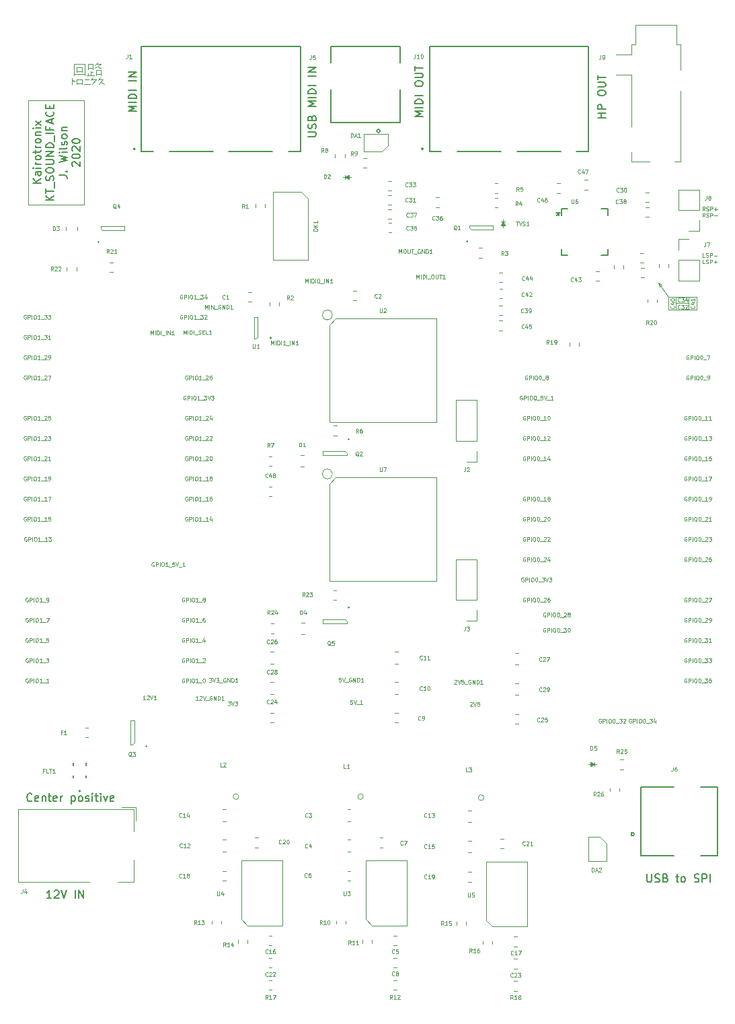
<source format=gbr>
G04 #@! TF.GenerationSoftware,KiCad,Pcbnew,(5.1.5)-3*
G04 #@! TF.CreationDate,2020-05-05T14:29:05+09:00*
G04 #@! TF.ProjectId,kt_sound_prototypeiface,6b745f73-6f75-46e6-945f-70726f746f74,rev?*
G04 #@! TF.SameCoordinates,Original*
G04 #@! TF.FileFunction,Legend,Top*
G04 #@! TF.FilePolarity,Positive*
%FSLAX46Y46*%
G04 Gerber Fmt 4.6, Leading zero omitted, Abs format (unit mm)*
G04 Created by KiCad (PCBNEW (5.1.5)-3) date 2020-05-05 14:29:05*
%MOMM*%
%LPD*%
G04 APERTURE LIST*
%ADD10C,0.120000*%
%ADD11C,0.150000*%
%ADD12C,0.070000*%
%ADD13C,0.127000*%
%ADD14C,0.200000*%
%ADD15C,0.100000*%
%ADD16C,0.152400*%
%ADD17C,0.080000*%
G04 APERTURE END LIST*
D10*
X124904500Y-38417500D02*
X125285500Y-38671500D01*
X125158500Y-38036500D02*
X124650500Y-38671500D01*
X124650500Y-38036500D02*
X125158500Y-38036500D01*
X124523500Y-38163500D02*
X124777500Y-37782500D01*
X124269500Y-38036500D02*
X123761500Y-38671500D01*
X123761500Y-38036500D02*
X124269500Y-38036500D01*
X123634500Y-38163500D02*
X123888500Y-37782500D01*
X122872500Y-38036500D02*
X123380500Y-38036500D01*
X122745500Y-38671500D02*
X123507500Y-38671500D01*
X121856500Y-38036500D02*
X122491500Y-38036500D01*
X122491500Y-38544500D02*
X121856500Y-38544500D01*
X122491500Y-38036500D02*
X122491500Y-38671500D01*
X121856500Y-38036500D02*
X121856500Y-38671500D01*
X121221500Y-38163500D02*
X121602500Y-38290500D01*
X121221500Y-38671500D02*
X121221500Y-37909500D01*
X124523500Y-36512500D02*
X124904500Y-36639500D01*
X124904500Y-36131500D02*
X124142500Y-36639500D01*
X124269500Y-36893500D02*
X124904500Y-36893500D01*
X124904500Y-37401500D02*
X124269500Y-37401500D01*
X124904500Y-36893500D02*
X124904500Y-37528500D01*
X124269500Y-36893500D02*
X124269500Y-37528500D01*
X124396500Y-36131500D02*
X124904500Y-36131500D01*
X124142500Y-36258500D02*
X124523500Y-35877500D01*
X123634500Y-37147500D02*
X123888500Y-37147500D01*
X123634500Y-37528500D02*
X123634500Y-37020500D01*
X123253500Y-37528500D02*
X123253500Y-37274500D01*
X123126500Y-37528500D02*
X124015500Y-37528500D01*
X123253500Y-36131500D02*
X123888500Y-36131500D01*
X123888500Y-36639500D02*
X123253500Y-36639500D01*
X123888500Y-36131500D02*
X123888500Y-36766500D01*
X123253500Y-36131500D02*
X123253500Y-36766500D01*
X122491500Y-37020500D02*
X121856500Y-37020500D01*
X122491500Y-36512500D02*
X122491500Y-37147500D01*
X121856500Y-36512500D02*
X122491500Y-36512500D01*
X121856500Y-36512500D02*
X121856500Y-37147500D01*
X122872500Y-37401500D02*
X121475500Y-37401500D01*
X122872500Y-36131500D02*
X122872500Y-37528500D01*
X121475500Y-36131500D02*
X122872500Y-36131500D01*
X121475500Y-36131500D02*
X121475500Y-37528500D01*
X122745500Y-53657500D02*
X122745500Y-53784500D01*
X115760500Y-53784500D02*
X122745500Y-53784500D01*
X122745500Y-40703500D02*
X122745500Y-53657500D01*
X115760500Y-40703500D02*
X122745500Y-40703500D01*
X115760500Y-53784500D02*
X115760500Y-40703500D01*
D11*
X117293880Y-51101142D02*
X116293880Y-51101142D01*
X117293880Y-50529714D02*
X116722452Y-50958285D01*
X116293880Y-50529714D02*
X116865309Y-51101142D01*
X117293880Y-49672571D02*
X116770071Y-49672571D01*
X116674833Y-49720190D01*
X116627214Y-49815428D01*
X116627214Y-50005904D01*
X116674833Y-50101142D01*
X117246261Y-49672571D02*
X117293880Y-49767809D01*
X117293880Y-50005904D01*
X117246261Y-50101142D01*
X117151023Y-50148761D01*
X117055785Y-50148761D01*
X116960547Y-50101142D01*
X116912928Y-50005904D01*
X116912928Y-49767809D01*
X116865309Y-49672571D01*
X117293880Y-49196380D02*
X116627214Y-49196380D01*
X116293880Y-49196380D02*
X116341500Y-49244000D01*
X116389119Y-49196380D01*
X116341500Y-49148761D01*
X116293880Y-49196380D01*
X116389119Y-49196380D01*
X117293880Y-48720190D02*
X116627214Y-48720190D01*
X116817690Y-48720190D02*
X116722452Y-48672571D01*
X116674833Y-48624952D01*
X116627214Y-48529714D01*
X116627214Y-48434476D01*
X117293880Y-47958285D02*
X117246261Y-48053523D01*
X117198642Y-48101142D01*
X117103404Y-48148761D01*
X116817690Y-48148761D01*
X116722452Y-48101142D01*
X116674833Y-48053523D01*
X116627214Y-47958285D01*
X116627214Y-47815428D01*
X116674833Y-47720190D01*
X116722452Y-47672571D01*
X116817690Y-47624952D01*
X117103404Y-47624952D01*
X117198642Y-47672571D01*
X117246261Y-47720190D01*
X117293880Y-47815428D01*
X117293880Y-47958285D01*
X116627214Y-47339238D02*
X116627214Y-46958285D01*
X116293880Y-47196380D02*
X117151023Y-47196380D01*
X117246261Y-47148761D01*
X117293880Y-47053523D01*
X117293880Y-46958285D01*
X117293880Y-46624952D02*
X116627214Y-46624952D01*
X116817690Y-46624952D02*
X116722452Y-46577333D01*
X116674833Y-46529714D01*
X116627214Y-46434476D01*
X116627214Y-46339238D01*
X117293880Y-45863047D02*
X117246261Y-45958285D01*
X117198642Y-46005904D01*
X117103404Y-46053523D01*
X116817690Y-46053523D01*
X116722452Y-46005904D01*
X116674833Y-45958285D01*
X116627214Y-45863047D01*
X116627214Y-45720190D01*
X116674833Y-45624952D01*
X116722452Y-45577333D01*
X116817690Y-45529714D01*
X117103404Y-45529714D01*
X117198642Y-45577333D01*
X117246261Y-45624952D01*
X117293880Y-45720190D01*
X117293880Y-45863047D01*
X116627214Y-45101142D02*
X117293880Y-45101142D01*
X116722452Y-45101142D02*
X116674833Y-45053523D01*
X116627214Y-44958285D01*
X116627214Y-44815428D01*
X116674833Y-44720190D01*
X116770071Y-44672571D01*
X117293880Y-44672571D01*
X117293880Y-44196380D02*
X116627214Y-44196380D01*
X116293880Y-44196380D02*
X116341500Y-44244000D01*
X116389119Y-44196380D01*
X116341500Y-44148761D01*
X116293880Y-44196380D01*
X116389119Y-44196380D01*
X117293880Y-43815428D02*
X116627214Y-43291619D01*
X116627214Y-43815428D02*
X117293880Y-43291619D01*
X118943880Y-53244000D02*
X117943880Y-53244000D01*
X118943880Y-52672571D02*
X118372452Y-53101142D01*
X117943880Y-52672571D02*
X118515309Y-53244000D01*
X117943880Y-52386857D02*
X117943880Y-51815428D01*
X118943880Y-52101142D02*
X117943880Y-52101142D01*
X119039119Y-51720190D02*
X119039119Y-50958285D01*
X118896261Y-50767809D02*
X118943880Y-50624952D01*
X118943880Y-50386857D01*
X118896261Y-50291619D01*
X118848642Y-50244000D01*
X118753404Y-50196380D01*
X118658166Y-50196380D01*
X118562928Y-50244000D01*
X118515309Y-50291619D01*
X118467690Y-50386857D01*
X118420071Y-50577333D01*
X118372452Y-50672571D01*
X118324833Y-50720190D01*
X118229595Y-50767809D01*
X118134357Y-50767809D01*
X118039119Y-50720190D01*
X117991500Y-50672571D01*
X117943880Y-50577333D01*
X117943880Y-50339238D01*
X117991500Y-50196380D01*
X117943880Y-49577333D02*
X117943880Y-49386857D01*
X117991500Y-49291619D01*
X118086738Y-49196380D01*
X118277214Y-49148761D01*
X118610547Y-49148761D01*
X118801023Y-49196380D01*
X118896261Y-49291619D01*
X118943880Y-49386857D01*
X118943880Y-49577333D01*
X118896261Y-49672571D01*
X118801023Y-49767809D01*
X118610547Y-49815428D01*
X118277214Y-49815428D01*
X118086738Y-49767809D01*
X117991500Y-49672571D01*
X117943880Y-49577333D01*
X117943880Y-48720190D02*
X118753404Y-48720190D01*
X118848642Y-48672571D01*
X118896261Y-48624952D01*
X118943880Y-48529714D01*
X118943880Y-48339238D01*
X118896261Y-48244000D01*
X118848642Y-48196380D01*
X118753404Y-48148761D01*
X117943880Y-48148761D01*
X118943880Y-47672571D02*
X117943880Y-47672571D01*
X118943880Y-47101142D01*
X117943880Y-47101142D01*
X118943880Y-46624952D02*
X117943880Y-46624952D01*
X117943880Y-46386857D01*
X117991500Y-46244000D01*
X118086738Y-46148761D01*
X118181976Y-46101142D01*
X118372452Y-46053523D01*
X118515309Y-46053523D01*
X118705785Y-46101142D01*
X118801023Y-46148761D01*
X118896261Y-46244000D01*
X118943880Y-46386857D01*
X118943880Y-46624952D01*
X119039119Y-45863047D02*
X119039119Y-45101142D01*
X118943880Y-44863047D02*
X117943880Y-44863047D01*
X118420071Y-44053523D02*
X118420071Y-44386857D01*
X118943880Y-44386857D02*
X117943880Y-44386857D01*
X117943880Y-43910666D01*
X118658166Y-43577333D02*
X118658166Y-43101142D01*
X118943880Y-43672571D02*
X117943880Y-43339238D01*
X118943880Y-43005904D01*
X118848642Y-42101142D02*
X118896261Y-42148761D01*
X118943880Y-42291619D01*
X118943880Y-42386857D01*
X118896261Y-42529714D01*
X118801023Y-42624952D01*
X118705785Y-42672571D01*
X118515309Y-42720190D01*
X118372452Y-42720190D01*
X118181976Y-42672571D01*
X118086738Y-42624952D01*
X117991500Y-42529714D01*
X117943880Y-42386857D01*
X117943880Y-42291619D01*
X117991500Y-42148761D01*
X118039119Y-42101142D01*
X118420071Y-41672571D02*
X118420071Y-41339238D01*
X118943880Y-41196380D02*
X118943880Y-41672571D01*
X117943880Y-41672571D01*
X117943880Y-41196380D01*
X119593880Y-50101142D02*
X120308166Y-50101142D01*
X120451023Y-50148761D01*
X120546261Y-50244000D01*
X120593880Y-50386857D01*
X120593880Y-50482095D01*
X120498642Y-49624952D02*
X120546261Y-49577333D01*
X120593880Y-49624952D01*
X120546261Y-49672571D01*
X120498642Y-49624952D01*
X120593880Y-49624952D01*
X119593880Y-48482095D02*
X120593880Y-48244000D01*
X119879595Y-48053523D01*
X120593880Y-47863047D01*
X119593880Y-47624952D01*
X120593880Y-47244000D02*
X119927214Y-47244000D01*
X119593880Y-47244000D02*
X119641500Y-47291619D01*
X119689119Y-47244000D01*
X119641500Y-47196380D01*
X119593880Y-47244000D01*
X119689119Y-47244000D01*
X120593880Y-46624952D02*
X120546261Y-46720190D01*
X120451023Y-46767809D01*
X119593880Y-46767809D01*
X120546261Y-46291619D02*
X120593880Y-46196380D01*
X120593880Y-46005904D01*
X120546261Y-45910666D01*
X120451023Y-45863047D01*
X120403404Y-45863047D01*
X120308166Y-45910666D01*
X120260547Y-46005904D01*
X120260547Y-46148761D01*
X120212928Y-46244000D01*
X120117690Y-46291619D01*
X120070071Y-46291619D01*
X119974833Y-46244000D01*
X119927214Y-46148761D01*
X119927214Y-46005904D01*
X119974833Y-45910666D01*
X120593880Y-45291619D02*
X120546261Y-45386857D01*
X120498642Y-45434476D01*
X120403404Y-45482095D01*
X120117690Y-45482095D01*
X120022452Y-45434476D01*
X119974833Y-45386857D01*
X119927214Y-45291619D01*
X119927214Y-45148761D01*
X119974833Y-45053523D01*
X120022452Y-45005904D01*
X120117690Y-44958285D01*
X120403404Y-44958285D01*
X120498642Y-45005904D01*
X120546261Y-45053523D01*
X120593880Y-45148761D01*
X120593880Y-45291619D01*
X119927214Y-44529714D02*
X120593880Y-44529714D01*
X120022452Y-44529714D02*
X119974833Y-44482095D01*
X119927214Y-44386857D01*
X119927214Y-44244000D01*
X119974833Y-44148761D01*
X120070071Y-44101142D01*
X120593880Y-44101142D01*
X121339119Y-48958285D02*
X121291500Y-48910666D01*
X121243880Y-48815428D01*
X121243880Y-48577333D01*
X121291500Y-48482095D01*
X121339119Y-48434476D01*
X121434357Y-48386857D01*
X121529595Y-48386857D01*
X121672452Y-48434476D01*
X122243880Y-49005904D01*
X122243880Y-48386857D01*
X121243880Y-47767809D02*
X121243880Y-47672571D01*
X121291500Y-47577333D01*
X121339119Y-47529714D01*
X121434357Y-47482095D01*
X121624833Y-47434476D01*
X121862928Y-47434476D01*
X122053404Y-47482095D01*
X122148642Y-47529714D01*
X122196261Y-47577333D01*
X122243880Y-47672571D01*
X122243880Y-47767809D01*
X122196261Y-47863047D01*
X122148642Y-47910666D01*
X122053404Y-47958285D01*
X121862928Y-48005904D01*
X121624833Y-48005904D01*
X121434357Y-47958285D01*
X121339119Y-47910666D01*
X121291500Y-47863047D01*
X121243880Y-47767809D01*
X121339119Y-47053523D02*
X121291500Y-47005904D01*
X121243880Y-46910666D01*
X121243880Y-46672571D01*
X121291500Y-46577333D01*
X121339119Y-46529714D01*
X121434357Y-46482095D01*
X121529595Y-46482095D01*
X121672452Y-46529714D01*
X122243880Y-47101142D01*
X122243880Y-46482095D01*
X121243880Y-45863047D02*
X121243880Y-45767809D01*
X121291500Y-45672571D01*
X121339119Y-45624952D01*
X121434357Y-45577333D01*
X121624833Y-45529714D01*
X121862928Y-45529714D01*
X122053404Y-45577333D01*
X122148642Y-45624952D01*
X122196261Y-45672571D01*
X122243880Y-45767809D01*
X122243880Y-45863047D01*
X122196261Y-45958285D01*
X122148642Y-46005904D01*
X122053404Y-46053523D01*
X121862928Y-46101142D01*
X121624833Y-46101142D01*
X121434357Y-46053523D01*
X121339119Y-46005904D01*
X121291500Y-45958285D01*
X121243880Y-45863047D01*
X116173857Y-128754142D02*
X116126238Y-128801761D01*
X115983380Y-128849380D01*
X115888142Y-128849380D01*
X115745285Y-128801761D01*
X115650047Y-128706523D01*
X115602428Y-128611285D01*
X115554809Y-128420809D01*
X115554809Y-128277952D01*
X115602428Y-128087476D01*
X115650047Y-127992238D01*
X115745285Y-127897000D01*
X115888142Y-127849380D01*
X115983380Y-127849380D01*
X116126238Y-127897000D01*
X116173857Y-127944619D01*
X116983380Y-128801761D02*
X116888142Y-128849380D01*
X116697666Y-128849380D01*
X116602428Y-128801761D01*
X116554809Y-128706523D01*
X116554809Y-128325571D01*
X116602428Y-128230333D01*
X116697666Y-128182714D01*
X116888142Y-128182714D01*
X116983380Y-128230333D01*
X117031000Y-128325571D01*
X117031000Y-128420809D01*
X116554809Y-128516047D01*
X117459571Y-128182714D02*
X117459571Y-128849380D01*
X117459571Y-128277952D02*
X117507190Y-128230333D01*
X117602428Y-128182714D01*
X117745285Y-128182714D01*
X117840523Y-128230333D01*
X117888142Y-128325571D01*
X117888142Y-128849380D01*
X118221476Y-128182714D02*
X118602428Y-128182714D01*
X118364333Y-127849380D02*
X118364333Y-128706523D01*
X118411952Y-128801761D01*
X118507190Y-128849380D01*
X118602428Y-128849380D01*
X119316714Y-128801761D02*
X119221476Y-128849380D01*
X119031000Y-128849380D01*
X118935761Y-128801761D01*
X118888142Y-128706523D01*
X118888142Y-128325571D01*
X118935761Y-128230333D01*
X119031000Y-128182714D01*
X119221476Y-128182714D01*
X119316714Y-128230333D01*
X119364333Y-128325571D01*
X119364333Y-128420809D01*
X118888142Y-128516047D01*
X119792904Y-128849380D02*
X119792904Y-128182714D01*
X119792904Y-128373190D02*
X119840523Y-128277952D01*
X119888142Y-128230333D01*
X119983380Y-128182714D01*
X120078619Y-128182714D01*
X121173857Y-128182714D02*
X121173857Y-129182714D01*
X121173857Y-128230333D02*
X121269095Y-128182714D01*
X121459571Y-128182714D01*
X121554809Y-128230333D01*
X121602428Y-128277952D01*
X121650047Y-128373190D01*
X121650047Y-128658904D01*
X121602428Y-128754142D01*
X121554809Y-128801761D01*
X121459571Y-128849380D01*
X121269095Y-128849380D01*
X121173857Y-128801761D01*
X122221476Y-128849380D02*
X122126238Y-128801761D01*
X122078619Y-128754142D01*
X122031000Y-128658904D01*
X122031000Y-128373190D01*
X122078619Y-128277952D01*
X122126238Y-128230333D01*
X122221476Y-128182714D01*
X122364333Y-128182714D01*
X122459571Y-128230333D01*
X122507190Y-128277952D01*
X122554809Y-128373190D01*
X122554809Y-128658904D01*
X122507190Y-128754142D01*
X122459571Y-128801761D01*
X122364333Y-128849380D01*
X122221476Y-128849380D01*
X122935761Y-128801761D02*
X123031000Y-128849380D01*
X123221476Y-128849380D01*
X123316714Y-128801761D01*
X123364333Y-128706523D01*
X123364333Y-128658904D01*
X123316714Y-128563666D01*
X123221476Y-128516047D01*
X123078619Y-128516047D01*
X122983380Y-128468428D01*
X122935761Y-128373190D01*
X122935761Y-128325571D01*
X122983380Y-128230333D01*
X123078619Y-128182714D01*
X123221476Y-128182714D01*
X123316714Y-128230333D01*
X123792904Y-128849380D02*
X123792904Y-128182714D01*
X123792904Y-127849380D02*
X123745285Y-127897000D01*
X123792904Y-127944619D01*
X123840523Y-127897000D01*
X123792904Y-127849380D01*
X123792904Y-127944619D01*
X124126238Y-128182714D02*
X124507190Y-128182714D01*
X124269095Y-127849380D02*
X124269095Y-128706523D01*
X124316714Y-128801761D01*
X124411952Y-128849380D01*
X124507190Y-128849380D01*
X124840523Y-128849380D02*
X124840523Y-128182714D01*
X124840523Y-127849380D02*
X124792904Y-127897000D01*
X124840523Y-127944619D01*
X124888142Y-127897000D01*
X124840523Y-127849380D01*
X124840523Y-127944619D01*
X125221476Y-128182714D02*
X125459571Y-128849380D01*
X125697666Y-128182714D01*
X126459571Y-128801761D02*
X126364333Y-128849380D01*
X126173857Y-128849380D01*
X126078619Y-128801761D01*
X126031000Y-128706523D01*
X126031000Y-128325571D01*
X126078619Y-128230333D01*
X126173857Y-128182714D01*
X126364333Y-128182714D01*
X126459571Y-128230333D01*
X126507190Y-128325571D01*
X126507190Y-128420809D01*
X126031000Y-128516047D01*
X118634095Y-141041380D02*
X118062666Y-141041380D01*
X118348380Y-141041380D02*
X118348380Y-140041380D01*
X118253142Y-140184238D01*
X118157904Y-140279476D01*
X118062666Y-140327095D01*
X119015047Y-140136619D02*
X119062666Y-140089000D01*
X119157904Y-140041380D01*
X119396000Y-140041380D01*
X119491238Y-140089000D01*
X119538857Y-140136619D01*
X119586476Y-140231857D01*
X119586476Y-140327095D01*
X119538857Y-140469952D01*
X118967428Y-141041380D01*
X119586476Y-141041380D01*
X119872190Y-140041380D02*
X120205523Y-141041380D01*
X120538857Y-140041380D01*
X121634095Y-141041380D02*
X121634095Y-140041380D01*
X122110285Y-141041380D02*
X122110285Y-140041380D01*
X122681714Y-141041380D01*
X122681714Y-140041380D01*
X193635809Y-138009380D02*
X193635809Y-138818904D01*
X193683428Y-138914142D01*
X193731047Y-138961761D01*
X193826285Y-139009380D01*
X194016761Y-139009380D01*
X194112000Y-138961761D01*
X194159619Y-138914142D01*
X194207238Y-138818904D01*
X194207238Y-138009380D01*
X194635809Y-138961761D02*
X194778666Y-139009380D01*
X195016761Y-139009380D01*
X195112000Y-138961761D01*
X195159619Y-138914142D01*
X195207238Y-138818904D01*
X195207238Y-138723666D01*
X195159619Y-138628428D01*
X195112000Y-138580809D01*
X195016761Y-138533190D01*
X194826285Y-138485571D01*
X194731047Y-138437952D01*
X194683428Y-138390333D01*
X194635809Y-138295095D01*
X194635809Y-138199857D01*
X194683428Y-138104619D01*
X194731047Y-138057000D01*
X194826285Y-138009380D01*
X195064380Y-138009380D01*
X195207238Y-138057000D01*
X195969142Y-138485571D02*
X196112000Y-138533190D01*
X196159619Y-138580809D01*
X196207238Y-138676047D01*
X196207238Y-138818904D01*
X196159619Y-138914142D01*
X196112000Y-138961761D01*
X196016761Y-139009380D01*
X195635809Y-139009380D01*
X195635809Y-138009380D01*
X195969142Y-138009380D01*
X196064380Y-138057000D01*
X196112000Y-138104619D01*
X196159619Y-138199857D01*
X196159619Y-138295095D01*
X196112000Y-138390333D01*
X196064380Y-138437952D01*
X195969142Y-138485571D01*
X195635809Y-138485571D01*
X197254857Y-138342714D02*
X197635809Y-138342714D01*
X197397714Y-138009380D02*
X197397714Y-138866523D01*
X197445333Y-138961761D01*
X197540571Y-139009380D01*
X197635809Y-139009380D01*
X198112000Y-139009380D02*
X198016761Y-138961761D01*
X197969142Y-138914142D01*
X197921523Y-138818904D01*
X197921523Y-138533190D01*
X197969142Y-138437952D01*
X198016761Y-138390333D01*
X198112000Y-138342714D01*
X198254857Y-138342714D01*
X198350095Y-138390333D01*
X198397714Y-138437952D01*
X198445333Y-138533190D01*
X198445333Y-138818904D01*
X198397714Y-138914142D01*
X198350095Y-138961761D01*
X198254857Y-139009380D01*
X198112000Y-139009380D01*
X199588190Y-138961761D02*
X199731047Y-139009380D01*
X199969142Y-139009380D01*
X200064380Y-138961761D01*
X200112000Y-138914142D01*
X200159619Y-138818904D01*
X200159619Y-138723666D01*
X200112000Y-138628428D01*
X200064380Y-138580809D01*
X199969142Y-138533190D01*
X199778666Y-138485571D01*
X199683428Y-138437952D01*
X199635809Y-138390333D01*
X199588190Y-138295095D01*
X199588190Y-138199857D01*
X199635809Y-138104619D01*
X199683428Y-138057000D01*
X199778666Y-138009380D01*
X200016761Y-138009380D01*
X200159619Y-138057000D01*
X200588190Y-139009380D02*
X200588190Y-138009380D01*
X200969142Y-138009380D01*
X201064380Y-138057000D01*
X201112000Y-138104619D01*
X201159619Y-138199857D01*
X201159619Y-138342714D01*
X201112000Y-138437952D01*
X201064380Y-138485571D01*
X200969142Y-138533190D01*
X200588190Y-138533190D01*
X201588190Y-139009380D02*
X201588190Y-138009380D01*
D10*
X195199000Y-64135000D02*
X195072000Y-63627000D01*
X195453000Y-63881000D02*
X195199000Y-64135000D01*
X195072000Y-63627000D02*
X195453000Y-63881000D01*
X196342000Y-65405000D02*
X195072000Y-63627000D01*
X198882000Y-66167000D02*
X197231000Y-66167000D01*
X198882000Y-67056000D02*
X198882000Y-65405000D01*
X197231000Y-65532000D02*
X197231000Y-65405000D01*
X197231000Y-67056000D02*
X197231000Y-65532000D01*
X196342000Y-65405000D02*
X196342000Y-65659000D01*
X199898000Y-65405000D02*
X196342000Y-65405000D01*
X199898000Y-67056000D02*
X199898000Y-65405000D01*
X196342000Y-67056000D02*
X199898000Y-67056000D01*
X196342000Y-65659000D02*
X196342000Y-67056000D01*
D12*
X200906142Y-60395190D02*
X200668047Y-60395190D01*
X200668047Y-59895190D01*
X201049000Y-60371380D02*
X201120428Y-60395190D01*
X201239476Y-60395190D01*
X201287095Y-60371380D01*
X201310904Y-60347571D01*
X201334714Y-60299952D01*
X201334714Y-60252333D01*
X201310904Y-60204714D01*
X201287095Y-60180904D01*
X201239476Y-60157095D01*
X201144238Y-60133285D01*
X201096619Y-60109476D01*
X201072809Y-60085666D01*
X201049000Y-60038047D01*
X201049000Y-59990428D01*
X201072809Y-59942809D01*
X201096619Y-59919000D01*
X201144238Y-59895190D01*
X201263285Y-59895190D01*
X201334714Y-59919000D01*
X201549000Y-60395190D02*
X201549000Y-59895190D01*
X201739476Y-59895190D01*
X201787095Y-59919000D01*
X201810904Y-59942809D01*
X201834714Y-59990428D01*
X201834714Y-60061857D01*
X201810904Y-60109476D01*
X201787095Y-60133285D01*
X201739476Y-60157095D01*
X201549000Y-60157095D01*
X202049000Y-60204714D02*
X202429952Y-60204714D01*
X200906142Y-61215190D02*
X200668047Y-61215190D01*
X200668047Y-60715190D01*
X201049000Y-61191380D02*
X201120428Y-61215190D01*
X201239476Y-61215190D01*
X201287095Y-61191380D01*
X201310904Y-61167571D01*
X201334714Y-61119952D01*
X201334714Y-61072333D01*
X201310904Y-61024714D01*
X201287095Y-61000904D01*
X201239476Y-60977095D01*
X201144238Y-60953285D01*
X201096619Y-60929476D01*
X201072809Y-60905666D01*
X201049000Y-60858047D01*
X201049000Y-60810428D01*
X201072809Y-60762809D01*
X201096619Y-60739000D01*
X201144238Y-60715190D01*
X201263285Y-60715190D01*
X201334714Y-60739000D01*
X201549000Y-61215190D02*
X201549000Y-60715190D01*
X201739476Y-60715190D01*
X201787095Y-60739000D01*
X201810904Y-60762809D01*
X201834714Y-60810428D01*
X201834714Y-60881857D01*
X201810904Y-60929476D01*
X201787095Y-60953285D01*
X201739476Y-60977095D01*
X201549000Y-60977095D01*
X202049000Y-61024714D02*
X202429952Y-61024714D01*
X202239476Y-61215190D02*
X202239476Y-60834238D01*
X200906142Y-54553190D02*
X200739476Y-54315095D01*
X200620428Y-54553190D02*
X200620428Y-54053190D01*
X200810904Y-54053190D01*
X200858523Y-54077000D01*
X200882333Y-54100809D01*
X200906142Y-54148428D01*
X200906142Y-54219857D01*
X200882333Y-54267476D01*
X200858523Y-54291285D01*
X200810904Y-54315095D01*
X200620428Y-54315095D01*
X201096619Y-54529380D02*
X201168047Y-54553190D01*
X201287095Y-54553190D01*
X201334714Y-54529380D01*
X201358523Y-54505571D01*
X201382333Y-54457952D01*
X201382333Y-54410333D01*
X201358523Y-54362714D01*
X201334714Y-54338904D01*
X201287095Y-54315095D01*
X201191857Y-54291285D01*
X201144238Y-54267476D01*
X201120428Y-54243666D01*
X201096619Y-54196047D01*
X201096619Y-54148428D01*
X201120428Y-54100809D01*
X201144238Y-54077000D01*
X201191857Y-54053190D01*
X201310904Y-54053190D01*
X201382333Y-54077000D01*
X201596619Y-54553190D02*
X201596619Y-54053190D01*
X201787095Y-54053190D01*
X201834714Y-54077000D01*
X201858523Y-54100809D01*
X201882333Y-54148428D01*
X201882333Y-54219857D01*
X201858523Y-54267476D01*
X201834714Y-54291285D01*
X201787095Y-54315095D01*
X201596619Y-54315095D01*
X202096619Y-54362714D02*
X202477571Y-54362714D01*
X202287095Y-54553190D02*
X202287095Y-54172238D01*
X200906142Y-55373190D02*
X200739476Y-55135095D01*
X200620428Y-55373190D02*
X200620428Y-54873190D01*
X200810904Y-54873190D01*
X200858523Y-54897000D01*
X200882333Y-54920809D01*
X200906142Y-54968428D01*
X200906142Y-55039857D01*
X200882333Y-55087476D01*
X200858523Y-55111285D01*
X200810904Y-55135095D01*
X200620428Y-55135095D01*
X201096619Y-55349380D02*
X201168047Y-55373190D01*
X201287095Y-55373190D01*
X201334714Y-55349380D01*
X201358523Y-55325571D01*
X201382333Y-55277952D01*
X201382333Y-55230333D01*
X201358523Y-55182714D01*
X201334714Y-55158904D01*
X201287095Y-55135095D01*
X201191857Y-55111285D01*
X201144238Y-55087476D01*
X201120428Y-55063666D01*
X201096619Y-55016047D01*
X201096619Y-54968428D01*
X201120428Y-54920809D01*
X201144238Y-54897000D01*
X201191857Y-54873190D01*
X201310904Y-54873190D01*
X201382333Y-54897000D01*
X201596619Y-55373190D02*
X201596619Y-54873190D01*
X201787095Y-54873190D01*
X201834714Y-54897000D01*
X201858523Y-54920809D01*
X201882333Y-54968428D01*
X201882333Y-55039857D01*
X201858523Y-55087476D01*
X201834714Y-55111285D01*
X201787095Y-55135095D01*
X201596619Y-55135095D01*
X202096619Y-55182714D02*
X202477571Y-55182714D01*
D11*
X188412380Y-42854238D02*
X187412380Y-42854238D01*
X187888571Y-42854238D02*
X187888571Y-42282809D01*
X188412380Y-42282809D02*
X187412380Y-42282809D01*
X188412380Y-41806619D02*
X187412380Y-41806619D01*
X187412380Y-41425666D01*
X187460000Y-41330428D01*
X187507619Y-41282809D01*
X187602857Y-41235190D01*
X187745714Y-41235190D01*
X187840952Y-41282809D01*
X187888571Y-41330428D01*
X187936190Y-41425666D01*
X187936190Y-41806619D01*
X187412380Y-39854238D02*
X187412380Y-39663761D01*
X187460000Y-39568523D01*
X187555238Y-39473285D01*
X187745714Y-39425666D01*
X188079047Y-39425666D01*
X188269523Y-39473285D01*
X188364761Y-39568523D01*
X188412380Y-39663761D01*
X188412380Y-39854238D01*
X188364761Y-39949476D01*
X188269523Y-40044714D01*
X188079047Y-40092333D01*
X187745714Y-40092333D01*
X187555238Y-40044714D01*
X187460000Y-39949476D01*
X187412380Y-39854238D01*
X187412380Y-38997095D02*
X188221904Y-38997095D01*
X188317142Y-38949476D01*
X188364761Y-38901857D01*
X188412380Y-38806619D01*
X188412380Y-38616142D01*
X188364761Y-38520904D01*
X188317142Y-38473285D01*
X188221904Y-38425666D01*
X187412380Y-38425666D01*
X187412380Y-38092333D02*
X187412380Y-37520904D01*
X188412380Y-37806619D02*
X187412380Y-37806619D01*
X165425380Y-42743047D02*
X164425380Y-42743047D01*
X165139666Y-42409714D01*
X164425380Y-42076380D01*
X165425380Y-42076380D01*
X165425380Y-41600190D02*
X164425380Y-41600190D01*
X165425380Y-41124000D02*
X164425380Y-41124000D01*
X164425380Y-40885904D01*
X164473000Y-40743047D01*
X164568238Y-40647809D01*
X164663476Y-40600190D01*
X164853952Y-40552571D01*
X164996809Y-40552571D01*
X165187285Y-40600190D01*
X165282523Y-40647809D01*
X165377761Y-40743047D01*
X165425380Y-40885904D01*
X165425380Y-41124000D01*
X165425380Y-40124000D02*
X164425380Y-40124000D01*
X164425380Y-38695428D02*
X164425380Y-38504952D01*
X164473000Y-38409714D01*
X164568238Y-38314476D01*
X164758714Y-38266857D01*
X165092047Y-38266857D01*
X165282523Y-38314476D01*
X165377761Y-38409714D01*
X165425380Y-38504952D01*
X165425380Y-38695428D01*
X165377761Y-38790666D01*
X165282523Y-38885904D01*
X165092047Y-38933523D01*
X164758714Y-38933523D01*
X164568238Y-38885904D01*
X164473000Y-38790666D01*
X164425380Y-38695428D01*
X164425380Y-37838285D02*
X165234904Y-37838285D01*
X165330142Y-37790666D01*
X165377761Y-37743047D01*
X165425380Y-37647809D01*
X165425380Y-37457333D01*
X165377761Y-37362095D01*
X165330142Y-37314476D01*
X165234904Y-37266857D01*
X164425380Y-37266857D01*
X164425380Y-36933523D02*
X164425380Y-36362095D01*
X165425380Y-36647809D02*
X164425380Y-36647809D01*
X150963380Y-45227333D02*
X151772904Y-45227333D01*
X151868142Y-45179714D01*
X151915761Y-45132095D01*
X151963380Y-45036857D01*
X151963380Y-44846380D01*
X151915761Y-44751142D01*
X151868142Y-44703523D01*
X151772904Y-44655904D01*
X150963380Y-44655904D01*
X151915761Y-44227333D02*
X151963380Y-44084476D01*
X151963380Y-43846380D01*
X151915761Y-43751142D01*
X151868142Y-43703523D01*
X151772904Y-43655904D01*
X151677666Y-43655904D01*
X151582428Y-43703523D01*
X151534809Y-43751142D01*
X151487190Y-43846380D01*
X151439571Y-44036857D01*
X151391952Y-44132095D01*
X151344333Y-44179714D01*
X151249095Y-44227333D01*
X151153857Y-44227333D01*
X151058619Y-44179714D01*
X151011000Y-44132095D01*
X150963380Y-44036857D01*
X150963380Y-43798761D01*
X151011000Y-43655904D01*
X151439571Y-42894000D02*
X151487190Y-42751142D01*
X151534809Y-42703523D01*
X151630047Y-42655904D01*
X151772904Y-42655904D01*
X151868142Y-42703523D01*
X151915761Y-42751142D01*
X151963380Y-42846380D01*
X151963380Y-43227333D01*
X150963380Y-43227333D01*
X150963380Y-42894000D01*
X151011000Y-42798761D01*
X151058619Y-42751142D01*
X151153857Y-42703523D01*
X151249095Y-42703523D01*
X151344333Y-42751142D01*
X151391952Y-42798761D01*
X151439571Y-42894000D01*
X151439571Y-43227333D01*
X151963380Y-41465428D02*
X150963380Y-41465428D01*
X151677666Y-41132095D01*
X150963380Y-40798761D01*
X151963380Y-40798761D01*
X151963380Y-40322571D02*
X150963380Y-40322571D01*
X151963380Y-39846380D02*
X150963380Y-39846380D01*
X150963380Y-39608285D01*
X151011000Y-39465428D01*
X151106238Y-39370190D01*
X151201476Y-39322571D01*
X151391952Y-39274952D01*
X151534809Y-39274952D01*
X151725285Y-39322571D01*
X151820523Y-39370190D01*
X151915761Y-39465428D01*
X151963380Y-39608285D01*
X151963380Y-39846380D01*
X151963380Y-38846380D02*
X150963380Y-38846380D01*
X151963380Y-37608285D02*
X150963380Y-37608285D01*
X151963380Y-37132095D02*
X150963380Y-37132095D01*
X151963380Y-36560666D01*
X150963380Y-36560666D01*
X129357380Y-42076380D02*
X128357380Y-42076380D01*
X129071666Y-41743047D01*
X128357380Y-41409714D01*
X129357380Y-41409714D01*
X129357380Y-40933523D02*
X128357380Y-40933523D01*
X129357380Y-40457333D02*
X128357380Y-40457333D01*
X128357380Y-40219238D01*
X128405000Y-40076380D01*
X128500238Y-39981142D01*
X128595476Y-39933523D01*
X128785952Y-39885904D01*
X128928809Y-39885904D01*
X129119285Y-39933523D01*
X129214523Y-39981142D01*
X129309761Y-40076380D01*
X129357380Y-40219238D01*
X129357380Y-40457333D01*
X129357380Y-39457333D02*
X128357380Y-39457333D01*
X129357380Y-38219238D02*
X128357380Y-38219238D01*
X129357380Y-37743047D02*
X128357380Y-37743047D01*
X129357380Y-37171619D01*
X128357380Y-37171619D01*
D13*
X192863500Y-127010000D02*
X197013500Y-127010000D01*
X200413500Y-127010000D02*
X202463500Y-127010000D01*
X202463500Y-127010000D02*
X202463500Y-135710000D01*
X202463500Y-135710000D02*
X200413500Y-135710000D01*
X197013500Y-135710000D02*
X192863500Y-135710000D01*
X192863500Y-135710000D02*
X192863500Y-127010000D01*
D14*
X192013500Y-132975000D02*
G75*
G03X192013500Y-132975000I-200000J0D01*
G01*
X122298500Y-127546500D02*
G75*
G03X122298500Y-127546500I-100000J0D01*
G01*
D13*
X121398500Y-125596500D02*
X121398500Y-125896500D01*
X121398500Y-123996500D02*
X121398500Y-124296500D01*
X122998500Y-125596500D02*
X122998500Y-125896500D01*
X122998500Y-123996500D02*
X122998500Y-124296500D01*
X149978500Y-47097000D02*
X149978500Y-33897000D01*
X149978500Y-33897000D02*
X129978500Y-33897000D01*
X129978500Y-33897000D02*
X129978500Y-47097000D01*
D14*
X129178500Y-46797000D02*
G75*
G03X129178500Y-46797000I-100000J0D01*
G01*
D13*
X149978500Y-47097000D02*
X148478500Y-47097000D01*
X146478500Y-47097000D02*
X140978500Y-47097000D01*
X138978500Y-47097000D02*
X133478500Y-47097000D01*
X129978500Y-47097000D02*
X131478500Y-47097000D01*
D15*
X146001500Y-146946000D02*
X146401500Y-146946000D01*
X146001500Y-145746000D02*
X146401500Y-145746000D01*
X146001500Y-152534000D02*
X146401500Y-152534000D01*
X146001500Y-151334000D02*
X146401500Y-151334000D01*
X142109000Y-146273000D02*
X142109000Y-146673000D01*
X143309000Y-146273000D02*
X143309000Y-146673000D01*
X138807000Y-143860000D02*
X138807000Y-144260000D01*
X140007000Y-143860000D02*
X140007000Y-144260000D01*
X140623000Y-133658000D02*
X140223000Y-133658000D01*
X140623000Y-135158000D02*
X140223000Y-135158000D01*
X140623000Y-137618000D02*
X140223000Y-137618000D01*
X140623000Y-138818000D02*
X140223000Y-138818000D01*
X144287000Y-134627000D02*
X144687000Y-134627000D01*
X144287000Y-133427000D02*
X144687000Y-133427000D01*
X140623000Y-129848000D02*
X140223000Y-129848000D01*
X140623000Y-131348000D02*
X140223000Y-131348000D01*
X146001500Y-149740000D02*
X146401500Y-149740000D01*
X146001500Y-148540000D02*
X146401500Y-148540000D01*
X146192000Y-115346000D02*
X146592000Y-115346000D01*
X146192000Y-113846000D02*
X146592000Y-113846000D01*
X146192000Y-111536000D02*
X146592000Y-111536000D01*
X146192000Y-110036000D02*
X146592000Y-110036000D01*
X146192000Y-118942500D02*
X146592000Y-118942500D01*
X146192000Y-117742500D02*
X146592000Y-117742500D01*
D10*
X142229553Y-128256000D02*
G75*
G03X142229553Y-128256000I-353553J0D01*
G01*
D15*
X161874000Y-111536000D02*
X162274000Y-111536000D01*
X161874000Y-110036000D02*
X162274000Y-110036000D01*
X175148000Y-134754000D02*
X175548000Y-134754000D01*
X175148000Y-133554000D02*
X175548000Y-133554000D01*
D16*
X183643220Y-54321800D02*
X182828300Y-54321800D01*
X188695700Y-55136720D02*
X188695700Y-54321800D01*
X187880780Y-60189200D02*
X188695700Y-60189200D01*
X182828300Y-59374280D02*
X182828300Y-60189200D01*
X182828300Y-54321800D02*
X182828300Y-55136720D01*
X188695700Y-54321800D02*
X187880780Y-54321800D01*
X188695700Y-60189200D02*
X188695700Y-59374280D01*
X182828300Y-60189200D02*
X183643220Y-60189200D01*
D15*
G36*
X175284500Y-56430000D02*
G01*
X175538500Y-55922000D01*
X175792500Y-56430000D01*
X175284500Y-56430000D01*
G37*
X175284500Y-56430000D02*
X175538500Y-55922000D01*
X175792500Y-56430000D01*
X175284500Y-56430000D01*
D10*
X175284500Y-55922000D02*
X175792500Y-55922000D01*
X175538500Y-55668000D02*
X175538500Y-56684000D01*
D15*
X188947500Y-127181000D02*
X188947500Y-127581000D01*
X190147500Y-127181000D02*
X190147500Y-127581000D01*
X190636500Y-123606000D02*
X190236500Y-123606000D01*
X190636500Y-124806000D02*
X190236500Y-124806000D01*
X146255500Y-107703000D02*
X146655500Y-107703000D01*
X146255500Y-106503000D02*
X146655500Y-106503000D01*
X154529500Y-102312000D02*
X154129500Y-102312000D01*
X154529500Y-103512000D02*
X154129500Y-103512000D01*
X121782500Y-62091000D02*
X121782500Y-61691000D01*
X120582500Y-62091000D02*
X120582500Y-61691000D01*
X125999000Y-62300500D02*
X126399000Y-62300500D01*
X125999000Y-61100500D02*
X126399000Y-61100500D01*
X185054800Y-71574000D02*
X185054800Y-71174000D01*
X183854800Y-71574000D02*
X183854800Y-71174000D01*
X194910000Y-66113000D02*
X194910000Y-65713000D01*
X193710000Y-66113000D02*
X193710000Y-65713000D01*
X176862500Y-152661000D02*
X177262500Y-152661000D01*
X176862500Y-151461000D02*
X177262500Y-151461000D01*
X172970000Y-146400000D02*
X172970000Y-146800000D01*
X174170000Y-146400000D02*
X174170000Y-146800000D01*
X169668000Y-143987000D02*
X169668000Y-144387000D01*
X170868000Y-143987000D02*
X170868000Y-144387000D01*
X161683500Y-152534000D02*
X162083500Y-152534000D01*
X161683500Y-151334000D02*
X162083500Y-151334000D01*
X157791000Y-146273000D02*
X157791000Y-146673000D01*
X158991000Y-146273000D02*
X158991000Y-146673000D01*
X154489000Y-143860000D02*
X154489000Y-144260000D01*
X155689000Y-143860000D02*
X155689000Y-144260000D01*
X157876000Y-49156000D02*
X158276000Y-49156000D01*
X157876000Y-47956000D02*
X158276000Y-47956000D01*
X154364500Y-47467000D02*
X154364500Y-47867000D01*
X155564500Y-47467000D02*
X155564500Y-47867000D01*
X146001500Y-86684500D02*
X146401500Y-86684500D01*
X146001500Y-85484500D02*
X146401500Y-85484500D01*
X154582000Y-81611000D02*
X154182000Y-81611000D01*
X154582000Y-82811000D02*
X154182000Y-82811000D01*
X174849500Y-51131000D02*
X174449500Y-51131000D01*
X174849500Y-52331000D02*
X174449500Y-52331000D01*
X174849500Y-52972500D02*
X174449500Y-52972500D01*
X174849500Y-54172500D02*
X174449500Y-54172500D01*
X172481000Y-60459000D02*
X172881000Y-60459000D01*
X172481000Y-59259000D02*
X172881000Y-59259000D01*
X146109500Y-66072500D02*
X146109500Y-66472500D01*
X147309500Y-66072500D02*
X147309500Y-66472500D01*
X144331500Y-53764500D02*
X144331500Y-54164500D01*
X145531500Y-53764500D02*
X145531500Y-54164500D01*
D10*
X152829500Y-106464000D02*
X155829500Y-106464000D01*
X152829500Y-105964000D02*
X152829500Y-106464000D01*
X155579500Y-105964000D02*
X152829500Y-105964000D01*
X155829500Y-106214000D02*
X155579500Y-105964000D01*
X155829500Y-106464000D02*
X155829500Y-106214000D01*
X156179500Y-104464000D02*
G75*
G03X156179500Y-104464000I-100000J0D01*
G01*
X127826000Y-56497500D02*
X124826000Y-56497500D01*
X127826000Y-56997500D02*
X127826000Y-56497500D01*
X125076000Y-56997500D02*
X127826000Y-56997500D01*
X124826000Y-56747500D02*
X125076000Y-56997500D01*
X124826000Y-56497500D02*
X124826000Y-56747500D01*
X124676000Y-58497500D02*
G75*
G03X124676000Y-58497500I-100000J0D01*
G01*
X128568500Y-118681500D02*
X128568500Y-121681500D01*
X129068500Y-118681500D02*
X128568500Y-118681500D01*
X129068500Y-121431500D02*
X129068500Y-118681500D01*
X128818500Y-121681500D02*
X129068500Y-121431500D01*
X128568500Y-121681500D02*
X128818500Y-121681500D01*
X130668500Y-121931500D02*
G75*
G03X130668500Y-121931500I-100000J0D01*
G01*
X152829500Y-85318500D02*
X155829500Y-85318500D01*
X152829500Y-84818500D02*
X152829500Y-85318500D01*
X155579500Y-84818500D02*
X152829500Y-84818500D01*
X155829500Y-85068500D02*
X155579500Y-84818500D01*
X155829500Y-85318500D02*
X155829500Y-85068500D01*
X156179500Y-83318500D02*
G75*
G03X156179500Y-83318500I-100000J0D01*
G01*
X174244500Y-56434000D02*
X171244500Y-56434000D01*
X174244500Y-56934000D02*
X174244500Y-56434000D01*
X171494500Y-56934000D02*
X174244500Y-56934000D01*
X171244500Y-56684000D02*
X171494500Y-56934000D01*
X171244500Y-56434000D02*
X171244500Y-56684000D01*
X171094500Y-58434000D02*
G75*
G03X171094500Y-58434000I-100000J0D01*
G01*
X173090553Y-128383000D02*
G75*
G03X173090553Y-128383000I-353553J0D01*
G01*
X157911553Y-128256000D02*
G75*
G03X157911553Y-128256000I-353553J0D01*
G01*
D13*
X186237000Y-47097000D02*
X186237000Y-33897000D01*
X186237000Y-33897000D02*
X166237000Y-33897000D01*
X166237000Y-33897000D02*
X166237000Y-47097000D01*
D14*
X165437000Y-46797000D02*
G75*
G03X165437000Y-46797000I-100000J0D01*
G01*
D13*
X186237000Y-47097000D02*
X184737000Y-47097000D01*
X182737000Y-47097000D02*
X177237000Y-47097000D01*
X175237000Y-47097000D02*
X169737000Y-47097000D01*
X166237000Y-47097000D02*
X167737000Y-47097000D01*
D10*
X191679000Y-34893000D02*
X191679000Y-33693000D01*
X191679000Y-33693000D02*
X192179000Y-33693000D01*
X192179000Y-33693000D02*
X192179000Y-31193000D01*
X192179000Y-31193000D02*
X197379000Y-31193000D01*
X197379000Y-31193000D02*
X197379000Y-33693000D01*
X197379000Y-33693000D02*
X197879000Y-33693000D01*
X197879000Y-33693000D02*
X197879000Y-36893000D01*
X197879000Y-39493000D02*
X197879000Y-48393000D01*
X197879000Y-48393000D02*
X197129000Y-48393000D01*
X193929000Y-48393000D02*
X191679000Y-48393000D01*
X191679000Y-48393000D02*
X191679000Y-47193000D01*
X191679000Y-43993000D02*
X191679000Y-37493000D01*
X191679000Y-34893000D02*
X189679000Y-34893000D01*
X191679000Y-37493000D02*
X189679000Y-37493000D01*
X200236500Y-51925000D02*
X197576500Y-51925000D01*
X200236500Y-54525000D02*
X200236500Y-51925000D01*
X197576500Y-54525000D02*
X197576500Y-51925000D01*
X200236500Y-54525000D02*
X197576500Y-54525000D01*
X200236500Y-55795000D02*
X200236500Y-57125000D01*
X200236500Y-57125000D02*
X198906500Y-57125000D01*
X197576500Y-63348000D02*
X200236500Y-63348000D01*
X197576500Y-60748000D02*
X197576500Y-63348000D01*
X200236500Y-60748000D02*
X200236500Y-63348000D01*
X197576500Y-60748000D02*
X200236500Y-60748000D01*
X197576500Y-59478000D02*
X197576500Y-58148000D01*
X197576500Y-58148000D02*
X198906500Y-58148000D01*
D13*
X153853000Y-43484000D02*
X153853000Y-39334000D01*
X153853000Y-35934000D02*
X153853000Y-33884000D01*
X153853000Y-33884000D02*
X162553000Y-33884000D01*
X162553000Y-33884000D02*
X162553000Y-35934000D01*
X162553000Y-39334000D02*
X162553000Y-43484000D01*
X162553000Y-43484000D02*
X153853000Y-43484000D01*
D14*
X160018000Y-44534000D02*
G75*
G03X160018000Y-44534000I-200000J0D01*
G01*
D10*
X123431000Y-139008000D02*
X114431000Y-139008000D01*
X114431000Y-139008000D02*
X114431000Y-129808000D01*
X114431000Y-129808000D02*
X129031000Y-129808000D01*
X129031000Y-129808000D02*
X129031000Y-132608000D01*
X129031000Y-136208000D02*
X129031000Y-139008000D01*
X129031000Y-139008000D02*
X127031000Y-139008000D01*
X127531000Y-129568000D02*
X129271000Y-129568000D01*
X129271000Y-129568000D02*
X129271000Y-131308000D01*
X172233000Y-98404500D02*
X169573000Y-98404500D01*
X172233000Y-103544500D02*
X172233000Y-98404500D01*
X169573000Y-103544500D02*
X169573000Y-98404500D01*
X172233000Y-103544500D02*
X169573000Y-103544500D01*
X172233000Y-104814500D02*
X172233000Y-106144500D01*
X172233000Y-106144500D02*
X170903000Y-106144500D01*
X172233000Y-78404500D02*
X169573000Y-78404500D01*
X172233000Y-83544500D02*
X172233000Y-78404500D01*
X169573000Y-83544500D02*
X169573000Y-78404500D01*
X172233000Y-83544500D02*
X169573000Y-83544500D01*
X172233000Y-84814500D02*
X172233000Y-86144500D01*
X172233000Y-86144500D02*
X170903000Y-86144500D01*
D15*
X122887500Y-120784000D02*
X123287500Y-120784000D01*
X122887500Y-119584000D02*
X123287500Y-119584000D01*
D10*
X186263500Y-133349000D02*
X187713500Y-133349000D01*
X186263500Y-136399000D02*
X186263500Y-133349000D01*
X188513500Y-136399000D02*
X186263500Y-136399000D01*
X188513500Y-134149000D02*
X188513500Y-136399000D01*
X187713500Y-133349000D02*
X188513500Y-134149000D01*
X161037000Y-44912500D02*
X161037000Y-46362500D01*
X157987000Y-44912500D02*
X161037000Y-44912500D01*
X157987000Y-47162500D02*
X157987000Y-44912500D01*
X160237000Y-47162500D02*
X157987000Y-47162500D01*
X161037000Y-46362500D02*
X160237000Y-47162500D01*
D15*
G36*
X186499500Y-123888500D02*
G01*
X187007500Y-124142500D01*
X186499500Y-124396500D01*
X186499500Y-123888500D01*
G37*
X186499500Y-123888500D02*
X187007500Y-124142500D01*
X186499500Y-124396500D01*
X186499500Y-123888500D01*
D10*
X187007500Y-123888500D02*
X187007500Y-124396500D01*
X187261500Y-124142500D02*
X186245500Y-124142500D01*
D15*
X150129000Y-107853000D02*
X150529000Y-107853000D01*
X150129000Y-106353000D02*
X150529000Y-106353000D01*
X121932500Y-57011000D02*
X121932500Y-56611000D01*
X120432500Y-57011000D02*
X120432500Y-56611000D01*
G36*
X156107500Y-50588000D02*
G01*
X155599500Y-50334000D01*
X156107500Y-50080000D01*
X156107500Y-50588000D01*
G37*
X156107500Y-50588000D02*
X155599500Y-50334000D01*
X156107500Y-50080000D01*
X156107500Y-50588000D01*
D10*
X155599500Y-50588000D02*
X155599500Y-50080000D01*
X155345500Y-50334000D02*
X156361500Y-50334000D01*
D15*
X150002000Y-86771000D02*
X150402000Y-86771000D01*
X150002000Y-85271000D02*
X150402000Y-85271000D01*
X146001500Y-90494500D02*
X146401500Y-90494500D01*
X146001500Y-89294500D02*
X146401500Y-89294500D01*
X185752500Y-51908000D02*
X186152500Y-51908000D01*
X185752500Y-50708000D02*
X186152500Y-50708000D01*
X182260000Y-52331000D02*
X182660000Y-52331000D01*
X182260000Y-51131000D02*
X182660000Y-51131000D01*
X175421000Y-68403000D02*
X175021000Y-68403000D01*
X175421000Y-69603000D02*
X175021000Y-69603000D01*
X175421000Y-62370500D02*
X175021000Y-62370500D01*
X175421000Y-63570500D02*
X175021000Y-63570500D01*
X187213000Y-63380000D02*
X187613000Y-63380000D01*
X187213000Y-62180000D02*
X187613000Y-62180000D01*
X175432000Y-64402500D02*
X175032000Y-64402500D01*
X175432000Y-65602500D02*
X175032000Y-65602500D01*
X195131500Y-61246500D02*
X195131500Y-61646500D01*
X196331500Y-61246500D02*
X196331500Y-61646500D01*
X189480000Y-61437000D02*
X189480000Y-61837000D01*
X190680000Y-61437000D02*
X190680000Y-61837000D01*
X175421000Y-66498000D02*
X175021000Y-66498000D01*
X175421000Y-67698000D02*
X175021000Y-67698000D01*
X193436000Y-55315500D02*
X193836000Y-55315500D01*
X193436000Y-54115500D02*
X193836000Y-54115500D01*
X161451000Y-54369500D02*
X161051000Y-54369500D01*
X161451000Y-55569500D02*
X161051000Y-55569500D01*
X167420000Y-52909000D02*
X167020000Y-52909000D01*
X167420000Y-54109000D02*
X167020000Y-54109000D01*
X161462000Y-56084000D02*
X161062000Y-56084000D01*
X161462000Y-57284000D02*
X161062000Y-57284000D01*
X193201000Y-59894000D02*
X192801000Y-59894000D01*
X193201000Y-61094000D02*
X192801000Y-61094000D01*
X161451000Y-50813500D02*
X161051000Y-50813500D01*
X161451000Y-52013500D02*
X161051000Y-52013500D01*
X193253500Y-61735500D02*
X192853500Y-61735500D01*
X193253500Y-62935500D02*
X192853500Y-62935500D01*
X161451000Y-52591500D02*
X161051000Y-52591500D01*
X161451000Y-53791500D02*
X161051000Y-53791500D01*
X193436000Y-53474000D02*
X193836000Y-53474000D01*
X193436000Y-52274000D02*
X193836000Y-52274000D01*
X177053000Y-115473000D02*
X177453000Y-115473000D01*
X177053000Y-113973000D02*
X177453000Y-113973000D01*
X177053000Y-111663000D02*
X177453000Y-111663000D01*
X177053000Y-110163000D02*
X177453000Y-110163000D01*
X177053000Y-119069500D02*
X177453000Y-119069500D01*
X177053000Y-117869500D02*
X177453000Y-117869500D01*
X176862500Y-149867000D02*
X177262500Y-149867000D01*
X176862500Y-148667000D02*
X177262500Y-148667000D01*
X171484000Y-137745000D02*
X171084000Y-137745000D01*
X171484000Y-138945000D02*
X171084000Y-138945000D01*
X176862500Y-147073000D02*
X177262500Y-147073000D01*
X176862500Y-145873000D02*
X177262500Y-145873000D01*
X171484000Y-133785000D02*
X171084000Y-133785000D01*
X171484000Y-135285000D02*
X171084000Y-135285000D01*
X171484000Y-129975000D02*
X171084000Y-129975000D01*
X171484000Y-131475000D02*
X171084000Y-131475000D01*
X161874000Y-115346000D02*
X162274000Y-115346000D01*
X161874000Y-113846000D02*
X162274000Y-113846000D01*
X161874000Y-118942500D02*
X162274000Y-118942500D01*
X161874000Y-117742500D02*
X162274000Y-117742500D01*
X161694500Y-149740000D02*
X162094500Y-149740000D01*
X161694500Y-148540000D02*
X162094500Y-148540000D01*
X159980000Y-134627000D02*
X160380000Y-134627000D01*
X159980000Y-133427000D02*
X160380000Y-133427000D01*
X156305000Y-137618000D02*
X155905000Y-137618000D01*
X156305000Y-138818000D02*
X155905000Y-138818000D01*
X161683500Y-146946000D02*
X162083500Y-146946000D01*
X161683500Y-145746000D02*
X162083500Y-145746000D01*
X156305000Y-133658000D02*
X155905000Y-133658000D01*
X156305000Y-135158000D02*
X155905000Y-135158000D01*
X156305000Y-129848000D02*
X155905000Y-129848000D01*
X156305000Y-131348000D02*
X155905000Y-131348000D01*
X157006000Y-64656500D02*
X156606000Y-64656500D01*
X157006000Y-65856500D02*
X156606000Y-65856500D01*
X143798000Y-64783500D02*
X143398000Y-64783500D01*
X143798000Y-65983500D02*
X143398000Y-65983500D01*
D10*
X154012000Y-67669500D02*
G75*
G03X154012000Y-67669500I-635000J0D01*
G01*
X153612000Y-81169500D02*
X153612000Y-68939500D01*
X167112000Y-81169500D02*
X153612000Y-81169500D01*
X167112000Y-68139500D02*
X167112000Y-81169500D01*
X154412000Y-68139500D02*
X167112000Y-68139500D01*
X153612000Y-68939500D02*
X154412000Y-68139500D01*
X147722000Y-144477000D02*
X143322000Y-144477000D01*
X147722000Y-136277000D02*
X147722000Y-144477000D01*
X142522000Y-136277000D02*
X147722000Y-136277000D01*
X142522000Y-143677000D02*
X142522000Y-136277000D01*
X143322000Y-144477000D02*
X142522000Y-143677000D01*
X154012000Y-87669500D02*
G75*
G03X154012000Y-87669500I-635000J0D01*
G01*
X153612000Y-101169500D02*
X153612000Y-88939500D01*
X167112000Y-101169500D02*
X153612000Y-101169500D01*
X167112000Y-88139500D02*
X167112000Y-101169500D01*
X154412000Y-88139500D02*
X167112000Y-88139500D01*
X153612000Y-88939500D02*
X154412000Y-88139500D01*
X178583000Y-144604000D02*
X174183000Y-144604000D01*
X178583000Y-136404000D02*
X178583000Y-144604000D01*
X173383000Y-136404000D02*
X178583000Y-136404000D01*
X173383000Y-143804000D02*
X173383000Y-136404000D01*
X174183000Y-144604000D02*
X173383000Y-143804000D01*
X163404000Y-144477000D02*
X159004000Y-144477000D01*
X163404000Y-136277000D02*
X163404000Y-144477000D01*
X158204000Y-136277000D02*
X163404000Y-136277000D01*
X158204000Y-143677000D02*
X158204000Y-136277000D01*
X159004000Y-144477000D02*
X158204000Y-143677000D01*
D15*
X146412500Y-70575500D02*
G75*
G03X146412500Y-70575500I-127000J0D01*
G01*
D10*
X144555500Y-67980500D02*
X144555500Y-70455500D01*
X144205500Y-67980500D02*
X144555500Y-67980500D01*
X144205500Y-70630500D02*
X144205500Y-67980500D01*
X144380500Y-70630500D02*
X144205500Y-70630500D01*
X144555500Y-70455500D02*
X144380500Y-70630500D01*
X146571500Y-52243500D02*
X150111500Y-52243500D01*
X146571500Y-60743500D02*
X146571500Y-52243500D01*
X150911500Y-60743500D02*
X146571500Y-60743500D01*
X150911500Y-53043500D02*
X150911500Y-60743500D01*
X150111500Y-52243500D02*
X150911500Y-53043500D01*
D12*
X196895313Y-124556230D02*
X196895313Y-124913373D01*
X196871503Y-124984801D01*
X196823884Y-125032420D01*
X196752456Y-125056230D01*
X196704837Y-125056230D01*
X197347694Y-124556230D02*
X197252456Y-124556230D01*
X197204837Y-124580040D01*
X197181027Y-124603849D01*
X197133408Y-124675278D01*
X197109599Y-124770516D01*
X197109599Y-124960992D01*
X197133408Y-125008611D01*
X197157218Y-125032420D01*
X197204837Y-125056230D01*
X197300075Y-125056230D01*
X197347694Y-125032420D01*
X197371503Y-125008611D01*
X197395313Y-124960992D01*
X197395313Y-124841944D01*
X197371503Y-124794325D01*
X197347694Y-124770516D01*
X197300075Y-124746706D01*
X197204837Y-124746706D01*
X197157218Y-124770516D01*
X197133408Y-124794325D01*
X197109599Y-124841944D01*
D17*
X115498738Y-95635000D02*
X115451119Y-95611190D01*
X115379690Y-95611190D01*
X115308261Y-95635000D01*
X115260642Y-95682619D01*
X115236833Y-95730238D01*
X115213023Y-95825476D01*
X115213023Y-95896904D01*
X115236833Y-95992142D01*
X115260642Y-96039761D01*
X115308261Y-96087380D01*
X115379690Y-96111190D01*
X115427309Y-96111190D01*
X115498738Y-96087380D01*
X115522547Y-96063571D01*
X115522547Y-95896904D01*
X115427309Y-95896904D01*
X115736833Y-96111190D02*
X115736833Y-95611190D01*
X115927309Y-95611190D01*
X115974928Y-95635000D01*
X115998738Y-95658809D01*
X116022547Y-95706428D01*
X116022547Y-95777857D01*
X115998738Y-95825476D01*
X115974928Y-95849285D01*
X115927309Y-95873095D01*
X115736833Y-95873095D01*
X116236833Y-96111190D02*
X116236833Y-95611190D01*
X116570166Y-95611190D02*
X116665404Y-95611190D01*
X116713023Y-95635000D01*
X116760642Y-95682619D01*
X116784452Y-95777857D01*
X116784452Y-95944523D01*
X116760642Y-96039761D01*
X116713023Y-96087380D01*
X116665404Y-96111190D01*
X116570166Y-96111190D01*
X116522547Y-96087380D01*
X116474928Y-96039761D01*
X116451119Y-95944523D01*
X116451119Y-95777857D01*
X116474928Y-95682619D01*
X116522547Y-95635000D01*
X116570166Y-95611190D01*
X117260642Y-96111190D02*
X116974928Y-96111190D01*
X117117785Y-96111190D02*
X117117785Y-95611190D01*
X117070166Y-95682619D01*
X117022547Y-95730238D01*
X116974928Y-95754047D01*
X117355880Y-96158809D02*
X117736833Y-96158809D01*
X118117785Y-96111190D02*
X117832071Y-96111190D01*
X117974928Y-96111190D02*
X117974928Y-95611190D01*
X117927309Y-95682619D01*
X117879690Y-95730238D01*
X117832071Y-95754047D01*
X118284452Y-95611190D02*
X118593976Y-95611190D01*
X118427309Y-95801666D01*
X118498738Y-95801666D01*
X118546357Y-95825476D01*
X118570166Y-95849285D01*
X118593976Y-95896904D01*
X118593976Y-96015952D01*
X118570166Y-96063571D01*
X118546357Y-96087380D01*
X118498738Y-96111190D01*
X118355880Y-96111190D01*
X118308261Y-96087380D01*
X118284452Y-96063571D01*
D12*
X162393571Y-59916190D02*
X162393571Y-59416190D01*
X162560238Y-59773333D01*
X162726904Y-59416190D01*
X162726904Y-59916190D01*
X163060238Y-59416190D02*
X163155476Y-59416190D01*
X163203095Y-59440000D01*
X163250714Y-59487619D01*
X163274523Y-59582857D01*
X163274523Y-59749523D01*
X163250714Y-59844761D01*
X163203095Y-59892380D01*
X163155476Y-59916190D01*
X163060238Y-59916190D01*
X163012619Y-59892380D01*
X162965000Y-59844761D01*
X162941190Y-59749523D01*
X162941190Y-59582857D01*
X162965000Y-59487619D01*
X163012619Y-59440000D01*
X163060238Y-59416190D01*
X163488809Y-59416190D02*
X163488809Y-59820952D01*
X163512619Y-59868571D01*
X163536428Y-59892380D01*
X163584047Y-59916190D01*
X163679285Y-59916190D01*
X163726904Y-59892380D01*
X163750714Y-59868571D01*
X163774523Y-59820952D01*
X163774523Y-59416190D01*
X163941190Y-59416190D02*
X164226904Y-59416190D01*
X164084047Y-59916190D02*
X164084047Y-59416190D01*
X164274523Y-59963809D02*
X164655476Y-59963809D01*
X165036428Y-59440000D02*
X164988809Y-59416190D01*
X164917380Y-59416190D01*
X164845952Y-59440000D01*
X164798333Y-59487619D01*
X164774523Y-59535238D01*
X164750714Y-59630476D01*
X164750714Y-59701904D01*
X164774523Y-59797142D01*
X164798333Y-59844761D01*
X164845952Y-59892380D01*
X164917380Y-59916190D01*
X164965000Y-59916190D01*
X165036428Y-59892380D01*
X165060238Y-59868571D01*
X165060238Y-59701904D01*
X164965000Y-59701904D01*
X165274523Y-59916190D02*
X165274523Y-59416190D01*
X165560238Y-59916190D01*
X165560238Y-59416190D01*
X165798333Y-59916190D02*
X165798333Y-59416190D01*
X165917380Y-59416190D01*
X165988809Y-59440000D01*
X166036428Y-59487619D01*
X166060238Y-59535238D01*
X166084047Y-59630476D01*
X166084047Y-59701904D01*
X166060238Y-59797142D01*
X166036428Y-59844761D01*
X165988809Y-59892380D01*
X165917380Y-59916190D01*
X165798333Y-59916190D01*
X166560238Y-59916190D02*
X166274523Y-59916190D01*
X166417380Y-59916190D02*
X166417380Y-59416190D01*
X166369761Y-59487619D01*
X166322142Y-59535238D01*
X166274523Y-59559047D01*
X137961904Y-66901190D02*
X137961904Y-66401190D01*
X138128571Y-66758333D01*
X138295238Y-66401190D01*
X138295238Y-66901190D01*
X138533333Y-66901190D02*
X138533333Y-66401190D01*
X138771428Y-66901190D02*
X138771428Y-66401190D01*
X139057142Y-66901190D01*
X139057142Y-66401190D01*
X139176190Y-66948809D02*
X139557142Y-66948809D01*
X139938095Y-66425000D02*
X139890476Y-66401190D01*
X139819047Y-66401190D01*
X139747619Y-66425000D01*
X139700000Y-66472619D01*
X139676190Y-66520238D01*
X139652380Y-66615476D01*
X139652380Y-66686904D01*
X139676190Y-66782142D01*
X139700000Y-66829761D01*
X139747619Y-66877380D01*
X139819047Y-66901190D01*
X139866666Y-66901190D01*
X139938095Y-66877380D01*
X139961904Y-66853571D01*
X139961904Y-66686904D01*
X139866666Y-66686904D01*
X140176190Y-66901190D02*
X140176190Y-66401190D01*
X140461904Y-66901190D01*
X140461904Y-66401190D01*
X140700000Y-66901190D02*
X140700000Y-66401190D01*
X140819047Y-66401190D01*
X140890476Y-66425000D01*
X140938095Y-66472619D01*
X140961904Y-66520238D01*
X140985714Y-66615476D01*
X140985714Y-66686904D01*
X140961904Y-66782142D01*
X140938095Y-66829761D01*
X140890476Y-66877380D01*
X140819047Y-66901190D01*
X140700000Y-66901190D01*
X141461904Y-66901190D02*
X141176190Y-66901190D01*
X141319047Y-66901190D02*
X141319047Y-66401190D01*
X141271428Y-66472619D01*
X141223809Y-66520238D01*
X141176190Y-66544047D01*
X135257600Y-70101590D02*
X135257600Y-69601590D01*
X135424266Y-69958733D01*
X135590933Y-69601590D01*
X135590933Y-70101590D01*
X135829028Y-70101590D02*
X135829028Y-69601590D01*
X136067123Y-70101590D02*
X136067123Y-69601590D01*
X136186171Y-69601590D01*
X136257600Y-69625400D01*
X136305219Y-69673019D01*
X136329028Y-69720638D01*
X136352838Y-69815876D01*
X136352838Y-69887304D01*
X136329028Y-69982542D01*
X136305219Y-70030161D01*
X136257600Y-70077780D01*
X136186171Y-70101590D01*
X136067123Y-70101590D01*
X136567123Y-70101590D02*
X136567123Y-69601590D01*
X136686171Y-70149209D02*
X137067123Y-70149209D01*
X137162361Y-70077780D02*
X137233790Y-70101590D01*
X137352838Y-70101590D01*
X137400457Y-70077780D01*
X137424266Y-70053971D01*
X137448076Y-70006352D01*
X137448076Y-69958733D01*
X137424266Y-69911114D01*
X137400457Y-69887304D01*
X137352838Y-69863495D01*
X137257600Y-69839685D01*
X137209980Y-69815876D01*
X137186171Y-69792066D01*
X137162361Y-69744447D01*
X137162361Y-69696828D01*
X137186171Y-69649209D01*
X137209980Y-69625400D01*
X137257600Y-69601590D01*
X137376647Y-69601590D01*
X137448076Y-69625400D01*
X137662361Y-69839685D02*
X137829028Y-69839685D01*
X137900457Y-70101590D02*
X137662361Y-70101590D01*
X137662361Y-69601590D01*
X137900457Y-69601590D01*
X138352838Y-70101590D02*
X138114742Y-70101590D01*
X138114742Y-69601590D01*
X138781409Y-70101590D02*
X138495695Y-70101590D01*
X138638552Y-70101590D02*
X138638552Y-69601590D01*
X138590933Y-69673019D01*
X138543314Y-69720638D01*
X138495695Y-69744447D01*
X131123714Y-70152390D02*
X131123714Y-69652390D01*
X131290380Y-70009533D01*
X131457047Y-69652390D01*
X131457047Y-70152390D01*
X131695142Y-70152390D02*
X131695142Y-69652390D01*
X131933238Y-70152390D02*
X131933238Y-69652390D01*
X132052285Y-69652390D01*
X132123714Y-69676200D01*
X132171333Y-69723819D01*
X132195142Y-69771438D01*
X132218952Y-69866676D01*
X132218952Y-69938104D01*
X132195142Y-70033342D01*
X132171333Y-70080961D01*
X132123714Y-70128580D01*
X132052285Y-70152390D01*
X131933238Y-70152390D01*
X132433238Y-70152390D02*
X132433238Y-69652390D01*
X132552285Y-70200009D02*
X132933238Y-70200009D01*
X133052285Y-70152390D02*
X133052285Y-69652390D01*
X133290380Y-70152390D02*
X133290380Y-69652390D01*
X133576095Y-70152390D01*
X133576095Y-69652390D01*
X134076095Y-70152390D02*
X133790380Y-70152390D01*
X133933238Y-70152390D02*
X133933238Y-69652390D01*
X133885619Y-69723819D01*
X133838000Y-69771438D01*
X133790380Y-69795247D01*
X146278019Y-71422390D02*
X146278019Y-70922390D01*
X146444685Y-71279533D01*
X146611352Y-70922390D01*
X146611352Y-71422390D01*
X146849447Y-71422390D02*
X146849447Y-70922390D01*
X147087542Y-71422390D02*
X147087542Y-70922390D01*
X147206590Y-70922390D01*
X147278019Y-70946200D01*
X147325638Y-70993819D01*
X147349447Y-71041438D01*
X147373257Y-71136676D01*
X147373257Y-71208104D01*
X147349447Y-71303342D01*
X147325638Y-71350961D01*
X147278019Y-71398580D01*
X147206590Y-71422390D01*
X147087542Y-71422390D01*
X147587542Y-71422390D02*
X147587542Y-70922390D01*
X148087542Y-71422390D02*
X147801828Y-71422390D01*
X147944685Y-71422390D02*
X147944685Y-70922390D01*
X147897066Y-70993819D01*
X147849447Y-71041438D01*
X147801828Y-71065247D01*
X148182780Y-71470009D02*
X148563733Y-71470009D01*
X148682780Y-71422390D02*
X148682780Y-70922390D01*
X148920876Y-71422390D02*
X148920876Y-70922390D01*
X149206590Y-71422390D01*
X149206590Y-70922390D01*
X149706590Y-71422390D02*
X149420876Y-71422390D01*
X149563733Y-71422390D02*
X149563733Y-70922390D01*
X149516114Y-70993819D01*
X149468495Y-71041438D01*
X149420876Y-71065247D01*
X131540476Y-98810000D02*
X131492857Y-98786190D01*
X131421428Y-98786190D01*
X131350000Y-98810000D01*
X131302380Y-98857619D01*
X131278571Y-98905238D01*
X131254761Y-99000476D01*
X131254761Y-99071904D01*
X131278571Y-99167142D01*
X131302380Y-99214761D01*
X131350000Y-99262380D01*
X131421428Y-99286190D01*
X131469047Y-99286190D01*
X131540476Y-99262380D01*
X131564285Y-99238571D01*
X131564285Y-99071904D01*
X131469047Y-99071904D01*
X131778571Y-99286190D02*
X131778571Y-98786190D01*
X131969047Y-98786190D01*
X132016666Y-98810000D01*
X132040476Y-98833809D01*
X132064285Y-98881428D01*
X132064285Y-98952857D01*
X132040476Y-99000476D01*
X132016666Y-99024285D01*
X131969047Y-99048095D01*
X131778571Y-99048095D01*
X132278571Y-99286190D02*
X132278571Y-98786190D01*
X132611904Y-98786190D02*
X132707142Y-98786190D01*
X132754761Y-98810000D01*
X132802380Y-98857619D01*
X132826190Y-98952857D01*
X132826190Y-99119523D01*
X132802380Y-99214761D01*
X132754761Y-99262380D01*
X132707142Y-99286190D01*
X132611904Y-99286190D01*
X132564285Y-99262380D01*
X132516666Y-99214761D01*
X132492857Y-99119523D01*
X132492857Y-98952857D01*
X132516666Y-98857619D01*
X132564285Y-98810000D01*
X132611904Y-98786190D01*
X133302380Y-99286190D02*
X133016666Y-99286190D01*
X133159523Y-99286190D02*
X133159523Y-98786190D01*
X133111904Y-98857619D01*
X133064285Y-98905238D01*
X133016666Y-98929047D01*
X133397619Y-99333809D02*
X133778571Y-99333809D01*
X134135714Y-98786190D02*
X133897619Y-98786190D01*
X133873809Y-99024285D01*
X133897619Y-99000476D01*
X133945238Y-98976666D01*
X134064285Y-98976666D01*
X134111904Y-99000476D01*
X134135714Y-99024285D01*
X134159523Y-99071904D01*
X134159523Y-99190952D01*
X134135714Y-99238571D01*
X134111904Y-99262380D01*
X134064285Y-99286190D01*
X133945238Y-99286190D01*
X133897619Y-99262380D01*
X133873809Y-99238571D01*
X134302380Y-98786190D02*
X134469047Y-99286190D01*
X134635714Y-98786190D01*
X134683333Y-99333809D02*
X135064285Y-99333809D01*
X135445238Y-99286190D02*
X135159523Y-99286190D01*
X135302380Y-99286190D02*
X135302380Y-98786190D01*
X135254761Y-98857619D01*
X135207142Y-98905238D01*
X135159523Y-98929047D01*
X135540952Y-77855000D02*
X135493333Y-77831190D01*
X135421904Y-77831190D01*
X135350476Y-77855000D01*
X135302857Y-77902619D01*
X135279047Y-77950238D01*
X135255238Y-78045476D01*
X135255238Y-78116904D01*
X135279047Y-78212142D01*
X135302857Y-78259761D01*
X135350476Y-78307380D01*
X135421904Y-78331190D01*
X135469523Y-78331190D01*
X135540952Y-78307380D01*
X135564761Y-78283571D01*
X135564761Y-78116904D01*
X135469523Y-78116904D01*
X135779047Y-78331190D02*
X135779047Y-77831190D01*
X135969523Y-77831190D01*
X136017142Y-77855000D01*
X136040952Y-77878809D01*
X136064761Y-77926428D01*
X136064761Y-77997857D01*
X136040952Y-78045476D01*
X136017142Y-78069285D01*
X135969523Y-78093095D01*
X135779047Y-78093095D01*
X136279047Y-78331190D02*
X136279047Y-77831190D01*
X136612380Y-77831190D02*
X136707619Y-77831190D01*
X136755238Y-77855000D01*
X136802857Y-77902619D01*
X136826666Y-77997857D01*
X136826666Y-78164523D01*
X136802857Y-78259761D01*
X136755238Y-78307380D01*
X136707619Y-78331190D01*
X136612380Y-78331190D01*
X136564761Y-78307380D01*
X136517142Y-78259761D01*
X136493333Y-78164523D01*
X136493333Y-77997857D01*
X136517142Y-77902619D01*
X136564761Y-77855000D01*
X136612380Y-77831190D01*
X137302857Y-78331190D02*
X137017142Y-78331190D01*
X137160000Y-78331190D02*
X137160000Y-77831190D01*
X137112380Y-77902619D01*
X137064761Y-77950238D01*
X137017142Y-77974047D01*
X137398095Y-78378809D02*
X137779047Y-78378809D01*
X137850476Y-77831190D02*
X138160000Y-77831190D01*
X137993333Y-78021666D01*
X138064761Y-78021666D01*
X138112380Y-78045476D01*
X138136190Y-78069285D01*
X138160000Y-78116904D01*
X138160000Y-78235952D01*
X138136190Y-78283571D01*
X138112380Y-78307380D01*
X138064761Y-78331190D01*
X137921904Y-78331190D01*
X137874285Y-78307380D01*
X137850476Y-78283571D01*
X138302857Y-77831190D02*
X138469523Y-78331190D01*
X138636190Y-77831190D01*
X138755238Y-77831190D02*
X139064761Y-77831190D01*
X138898095Y-78021666D01*
X138969523Y-78021666D01*
X139017142Y-78045476D01*
X139040952Y-78069285D01*
X139064761Y-78116904D01*
X139064761Y-78235952D01*
X139040952Y-78283571D01*
X139017142Y-78307380D01*
X138969523Y-78331190D01*
X138826666Y-78331190D01*
X138779047Y-78307380D01*
X138755238Y-78283571D01*
X135120238Y-65155000D02*
X135072619Y-65131190D01*
X135001190Y-65131190D01*
X134929761Y-65155000D01*
X134882142Y-65202619D01*
X134858333Y-65250238D01*
X134834523Y-65345476D01*
X134834523Y-65416904D01*
X134858333Y-65512142D01*
X134882142Y-65559761D01*
X134929761Y-65607380D01*
X135001190Y-65631190D01*
X135048809Y-65631190D01*
X135120238Y-65607380D01*
X135144047Y-65583571D01*
X135144047Y-65416904D01*
X135048809Y-65416904D01*
X135358333Y-65631190D02*
X135358333Y-65131190D01*
X135548809Y-65131190D01*
X135596428Y-65155000D01*
X135620238Y-65178809D01*
X135644047Y-65226428D01*
X135644047Y-65297857D01*
X135620238Y-65345476D01*
X135596428Y-65369285D01*
X135548809Y-65393095D01*
X135358333Y-65393095D01*
X135858333Y-65631190D02*
X135858333Y-65131190D01*
X136191666Y-65131190D02*
X136286904Y-65131190D01*
X136334523Y-65155000D01*
X136382142Y-65202619D01*
X136405952Y-65297857D01*
X136405952Y-65464523D01*
X136382142Y-65559761D01*
X136334523Y-65607380D01*
X136286904Y-65631190D01*
X136191666Y-65631190D01*
X136144047Y-65607380D01*
X136096428Y-65559761D01*
X136072619Y-65464523D01*
X136072619Y-65297857D01*
X136096428Y-65202619D01*
X136144047Y-65155000D01*
X136191666Y-65131190D01*
X136882142Y-65631190D02*
X136596428Y-65631190D01*
X136739285Y-65631190D02*
X136739285Y-65131190D01*
X136691666Y-65202619D01*
X136644047Y-65250238D01*
X136596428Y-65274047D01*
X136977380Y-65678809D02*
X137358333Y-65678809D01*
X137429761Y-65131190D02*
X137739285Y-65131190D01*
X137572619Y-65321666D01*
X137644047Y-65321666D01*
X137691666Y-65345476D01*
X137715476Y-65369285D01*
X137739285Y-65416904D01*
X137739285Y-65535952D01*
X137715476Y-65583571D01*
X137691666Y-65607380D01*
X137644047Y-65631190D01*
X137501190Y-65631190D01*
X137453571Y-65607380D01*
X137429761Y-65583571D01*
X138167857Y-65297857D02*
X138167857Y-65631190D01*
X138048809Y-65107380D02*
X137929761Y-65464523D01*
X138239285Y-65464523D01*
X115435238Y-67695000D02*
X115387619Y-67671190D01*
X115316190Y-67671190D01*
X115244761Y-67695000D01*
X115197142Y-67742619D01*
X115173333Y-67790238D01*
X115149523Y-67885476D01*
X115149523Y-67956904D01*
X115173333Y-68052142D01*
X115197142Y-68099761D01*
X115244761Y-68147380D01*
X115316190Y-68171190D01*
X115363809Y-68171190D01*
X115435238Y-68147380D01*
X115459047Y-68123571D01*
X115459047Y-67956904D01*
X115363809Y-67956904D01*
X115673333Y-68171190D02*
X115673333Y-67671190D01*
X115863809Y-67671190D01*
X115911428Y-67695000D01*
X115935238Y-67718809D01*
X115959047Y-67766428D01*
X115959047Y-67837857D01*
X115935238Y-67885476D01*
X115911428Y-67909285D01*
X115863809Y-67933095D01*
X115673333Y-67933095D01*
X116173333Y-68171190D02*
X116173333Y-67671190D01*
X116506666Y-67671190D02*
X116601904Y-67671190D01*
X116649523Y-67695000D01*
X116697142Y-67742619D01*
X116720952Y-67837857D01*
X116720952Y-68004523D01*
X116697142Y-68099761D01*
X116649523Y-68147380D01*
X116601904Y-68171190D01*
X116506666Y-68171190D01*
X116459047Y-68147380D01*
X116411428Y-68099761D01*
X116387619Y-68004523D01*
X116387619Y-67837857D01*
X116411428Y-67742619D01*
X116459047Y-67695000D01*
X116506666Y-67671190D01*
X117197142Y-68171190D02*
X116911428Y-68171190D01*
X117054285Y-68171190D02*
X117054285Y-67671190D01*
X117006666Y-67742619D01*
X116959047Y-67790238D01*
X116911428Y-67814047D01*
X117292380Y-68218809D02*
X117673333Y-68218809D01*
X117744761Y-67671190D02*
X118054285Y-67671190D01*
X117887619Y-67861666D01*
X117959047Y-67861666D01*
X118006666Y-67885476D01*
X118030476Y-67909285D01*
X118054285Y-67956904D01*
X118054285Y-68075952D01*
X118030476Y-68123571D01*
X118006666Y-68147380D01*
X117959047Y-68171190D01*
X117816190Y-68171190D01*
X117768571Y-68147380D01*
X117744761Y-68123571D01*
X118220952Y-67671190D02*
X118530476Y-67671190D01*
X118363809Y-67861666D01*
X118435238Y-67861666D01*
X118482857Y-67885476D01*
X118506666Y-67909285D01*
X118530476Y-67956904D01*
X118530476Y-68075952D01*
X118506666Y-68123571D01*
X118482857Y-68147380D01*
X118435238Y-68171190D01*
X118292380Y-68171190D01*
X118244761Y-68147380D01*
X118220952Y-68123571D01*
X135120238Y-67695000D02*
X135072619Y-67671190D01*
X135001190Y-67671190D01*
X134929761Y-67695000D01*
X134882142Y-67742619D01*
X134858333Y-67790238D01*
X134834523Y-67885476D01*
X134834523Y-67956904D01*
X134858333Y-68052142D01*
X134882142Y-68099761D01*
X134929761Y-68147380D01*
X135001190Y-68171190D01*
X135048809Y-68171190D01*
X135120238Y-68147380D01*
X135144047Y-68123571D01*
X135144047Y-67956904D01*
X135048809Y-67956904D01*
X135358333Y-68171190D02*
X135358333Y-67671190D01*
X135548809Y-67671190D01*
X135596428Y-67695000D01*
X135620238Y-67718809D01*
X135644047Y-67766428D01*
X135644047Y-67837857D01*
X135620238Y-67885476D01*
X135596428Y-67909285D01*
X135548809Y-67933095D01*
X135358333Y-67933095D01*
X135858333Y-68171190D02*
X135858333Y-67671190D01*
X136191666Y-67671190D02*
X136286904Y-67671190D01*
X136334523Y-67695000D01*
X136382142Y-67742619D01*
X136405952Y-67837857D01*
X136405952Y-68004523D01*
X136382142Y-68099761D01*
X136334523Y-68147380D01*
X136286904Y-68171190D01*
X136191666Y-68171190D01*
X136144047Y-68147380D01*
X136096428Y-68099761D01*
X136072619Y-68004523D01*
X136072619Y-67837857D01*
X136096428Y-67742619D01*
X136144047Y-67695000D01*
X136191666Y-67671190D01*
X136882142Y-68171190D02*
X136596428Y-68171190D01*
X136739285Y-68171190D02*
X136739285Y-67671190D01*
X136691666Y-67742619D01*
X136644047Y-67790238D01*
X136596428Y-67814047D01*
X136977380Y-68218809D02*
X137358333Y-68218809D01*
X137429761Y-67671190D02*
X137739285Y-67671190D01*
X137572619Y-67861666D01*
X137644047Y-67861666D01*
X137691666Y-67885476D01*
X137715476Y-67909285D01*
X137739285Y-67956904D01*
X137739285Y-68075952D01*
X137715476Y-68123571D01*
X137691666Y-68147380D01*
X137644047Y-68171190D01*
X137501190Y-68171190D01*
X137453571Y-68147380D01*
X137429761Y-68123571D01*
X137929761Y-67718809D02*
X137953571Y-67695000D01*
X138001190Y-67671190D01*
X138120238Y-67671190D01*
X138167857Y-67695000D01*
X138191666Y-67718809D01*
X138215476Y-67766428D01*
X138215476Y-67814047D01*
X138191666Y-67885476D01*
X137905952Y-68171190D01*
X138215476Y-68171190D01*
X115435238Y-70235000D02*
X115387619Y-70211190D01*
X115316190Y-70211190D01*
X115244761Y-70235000D01*
X115197142Y-70282619D01*
X115173333Y-70330238D01*
X115149523Y-70425476D01*
X115149523Y-70496904D01*
X115173333Y-70592142D01*
X115197142Y-70639761D01*
X115244761Y-70687380D01*
X115316190Y-70711190D01*
X115363809Y-70711190D01*
X115435238Y-70687380D01*
X115459047Y-70663571D01*
X115459047Y-70496904D01*
X115363809Y-70496904D01*
X115673333Y-70711190D02*
X115673333Y-70211190D01*
X115863809Y-70211190D01*
X115911428Y-70235000D01*
X115935238Y-70258809D01*
X115959047Y-70306428D01*
X115959047Y-70377857D01*
X115935238Y-70425476D01*
X115911428Y-70449285D01*
X115863809Y-70473095D01*
X115673333Y-70473095D01*
X116173333Y-70711190D02*
X116173333Y-70211190D01*
X116506666Y-70211190D02*
X116601904Y-70211190D01*
X116649523Y-70235000D01*
X116697142Y-70282619D01*
X116720952Y-70377857D01*
X116720952Y-70544523D01*
X116697142Y-70639761D01*
X116649523Y-70687380D01*
X116601904Y-70711190D01*
X116506666Y-70711190D01*
X116459047Y-70687380D01*
X116411428Y-70639761D01*
X116387619Y-70544523D01*
X116387619Y-70377857D01*
X116411428Y-70282619D01*
X116459047Y-70235000D01*
X116506666Y-70211190D01*
X117197142Y-70711190D02*
X116911428Y-70711190D01*
X117054285Y-70711190D02*
X117054285Y-70211190D01*
X117006666Y-70282619D01*
X116959047Y-70330238D01*
X116911428Y-70354047D01*
X117292380Y-70758809D02*
X117673333Y-70758809D01*
X117744761Y-70211190D02*
X118054285Y-70211190D01*
X117887619Y-70401666D01*
X117959047Y-70401666D01*
X118006666Y-70425476D01*
X118030476Y-70449285D01*
X118054285Y-70496904D01*
X118054285Y-70615952D01*
X118030476Y-70663571D01*
X118006666Y-70687380D01*
X117959047Y-70711190D01*
X117816190Y-70711190D01*
X117768571Y-70687380D01*
X117744761Y-70663571D01*
X118530476Y-70711190D02*
X118244761Y-70711190D01*
X118387619Y-70711190D02*
X118387619Y-70211190D01*
X118340000Y-70282619D01*
X118292380Y-70330238D01*
X118244761Y-70354047D01*
X115435238Y-72775000D02*
X115387619Y-72751190D01*
X115316190Y-72751190D01*
X115244761Y-72775000D01*
X115197142Y-72822619D01*
X115173333Y-72870238D01*
X115149523Y-72965476D01*
X115149523Y-73036904D01*
X115173333Y-73132142D01*
X115197142Y-73179761D01*
X115244761Y-73227380D01*
X115316190Y-73251190D01*
X115363809Y-73251190D01*
X115435238Y-73227380D01*
X115459047Y-73203571D01*
X115459047Y-73036904D01*
X115363809Y-73036904D01*
X115673333Y-73251190D02*
X115673333Y-72751190D01*
X115863809Y-72751190D01*
X115911428Y-72775000D01*
X115935238Y-72798809D01*
X115959047Y-72846428D01*
X115959047Y-72917857D01*
X115935238Y-72965476D01*
X115911428Y-72989285D01*
X115863809Y-73013095D01*
X115673333Y-73013095D01*
X116173333Y-73251190D02*
X116173333Y-72751190D01*
X116506666Y-72751190D02*
X116601904Y-72751190D01*
X116649523Y-72775000D01*
X116697142Y-72822619D01*
X116720952Y-72917857D01*
X116720952Y-73084523D01*
X116697142Y-73179761D01*
X116649523Y-73227380D01*
X116601904Y-73251190D01*
X116506666Y-73251190D01*
X116459047Y-73227380D01*
X116411428Y-73179761D01*
X116387619Y-73084523D01*
X116387619Y-72917857D01*
X116411428Y-72822619D01*
X116459047Y-72775000D01*
X116506666Y-72751190D01*
X117197142Y-73251190D02*
X116911428Y-73251190D01*
X117054285Y-73251190D02*
X117054285Y-72751190D01*
X117006666Y-72822619D01*
X116959047Y-72870238D01*
X116911428Y-72894047D01*
X117292380Y-73298809D02*
X117673333Y-73298809D01*
X117768571Y-72798809D02*
X117792380Y-72775000D01*
X117840000Y-72751190D01*
X117959047Y-72751190D01*
X118006666Y-72775000D01*
X118030476Y-72798809D01*
X118054285Y-72846428D01*
X118054285Y-72894047D01*
X118030476Y-72965476D01*
X117744761Y-73251190D01*
X118054285Y-73251190D01*
X118292380Y-73251190D02*
X118387619Y-73251190D01*
X118435238Y-73227380D01*
X118459047Y-73203571D01*
X118506666Y-73132142D01*
X118530476Y-73036904D01*
X118530476Y-72846428D01*
X118506666Y-72798809D01*
X118482857Y-72775000D01*
X118435238Y-72751190D01*
X118340000Y-72751190D01*
X118292380Y-72775000D01*
X118268571Y-72798809D01*
X118244761Y-72846428D01*
X118244761Y-72965476D01*
X118268571Y-73013095D01*
X118292380Y-73036904D01*
X118340000Y-73060714D01*
X118435238Y-73060714D01*
X118482857Y-73036904D01*
X118506666Y-73013095D01*
X118530476Y-72965476D01*
X115435238Y-75315000D02*
X115387619Y-75291190D01*
X115316190Y-75291190D01*
X115244761Y-75315000D01*
X115197142Y-75362619D01*
X115173333Y-75410238D01*
X115149523Y-75505476D01*
X115149523Y-75576904D01*
X115173333Y-75672142D01*
X115197142Y-75719761D01*
X115244761Y-75767380D01*
X115316190Y-75791190D01*
X115363809Y-75791190D01*
X115435238Y-75767380D01*
X115459047Y-75743571D01*
X115459047Y-75576904D01*
X115363809Y-75576904D01*
X115673333Y-75791190D02*
X115673333Y-75291190D01*
X115863809Y-75291190D01*
X115911428Y-75315000D01*
X115935238Y-75338809D01*
X115959047Y-75386428D01*
X115959047Y-75457857D01*
X115935238Y-75505476D01*
X115911428Y-75529285D01*
X115863809Y-75553095D01*
X115673333Y-75553095D01*
X116173333Y-75791190D02*
X116173333Y-75291190D01*
X116506666Y-75291190D02*
X116601904Y-75291190D01*
X116649523Y-75315000D01*
X116697142Y-75362619D01*
X116720952Y-75457857D01*
X116720952Y-75624523D01*
X116697142Y-75719761D01*
X116649523Y-75767380D01*
X116601904Y-75791190D01*
X116506666Y-75791190D01*
X116459047Y-75767380D01*
X116411428Y-75719761D01*
X116387619Y-75624523D01*
X116387619Y-75457857D01*
X116411428Y-75362619D01*
X116459047Y-75315000D01*
X116506666Y-75291190D01*
X117197142Y-75791190D02*
X116911428Y-75791190D01*
X117054285Y-75791190D02*
X117054285Y-75291190D01*
X117006666Y-75362619D01*
X116959047Y-75410238D01*
X116911428Y-75434047D01*
X117292380Y-75838809D02*
X117673333Y-75838809D01*
X117768571Y-75338809D02*
X117792380Y-75315000D01*
X117840000Y-75291190D01*
X117959047Y-75291190D01*
X118006666Y-75315000D01*
X118030476Y-75338809D01*
X118054285Y-75386428D01*
X118054285Y-75434047D01*
X118030476Y-75505476D01*
X117744761Y-75791190D01*
X118054285Y-75791190D01*
X118220952Y-75291190D02*
X118554285Y-75291190D01*
X118340000Y-75791190D01*
X135755238Y-75315000D02*
X135707619Y-75291190D01*
X135636190Y-75291190D01*
X135564761Y-75315000D01*
X135517142Y-75362619D01*
X135493333Y-75410238D01*
X135469523Y-75505476D01*
X135469523Y-75576904D01*
X135493333Y-75672142D01*
X135517142Y-75719761D01*
X135564761Y-75767380D01*
X135636190Y-75791190D01*
X135683809Y-75791190D01*
X135755238Y-75767380D01*
X135779047Y-75743571D01*
X135779047Y-75576904D01*
X135683809Y-75576904D01*
X135993333Y-75791190D02*
X135993333Y-75291190D01*
X136183809Y-75291190D01*
X136231428Y-75315000D01*
X136255238Y-75338809D01*
X136279047Y-75386428D01*
X136279047Y-75457857D01*
X136255238Y-75505476D01*
X136231428Y-75529285D01*
X136183809Y-75553095D01*
X135993333Y-75553095D01*
X136493333Y-75791190D02*
X136493333Y-75291190D01*
X136826666Y-75291190D02*
X136921904Y-75291190D01*
X136969523Y-75315000D01*
X137017142Y-75362619D01*
X137040952Y-75457857D01*
X137040952Y-75624523D01*
X137017142Y-75719761D01*
X136969523Y-75767380D01*
X136921904Y-75791190D01*
X136826666Y-75791190D01*
X136779047Y-75767380D01*
X136731428Y-75719761D01*
X136707619Y-75624523D01*
X136707619Y-75457857D01*
X136731428Y-75362619D01*
X136779047Y-75315000D01*
X136826666Y-75291190D01*
X137517142Y-75791190D02*
X137231428Y-75791190D01*
X137374285Y-75791190D02*
X137374285Y-75291190D01*
X137326666Y-75362619D01*
X137279047Y-75410238D01*
X137231428Y-75434047D01*
X137612380Y-75838809D02*
X137993333Y-75838809D01*
X138088571Y-75338809D02*
X138112380Y-75315000D01*
X138160000Y-75291190D01*
X138279047Y-75291190D01*
X138326666Y-75315000D01*
X138350476Y-75338809D01*
X138374285Y-75386428D01*
X138374285Y-75434047D01*
X138350476Y-75505476D01*
X138064761Y-75791190D01*
X138374285Y-75791190D01*
X138802857Y-75291190D02*
X138707619Y-75291190D01*
X138660000Y-75315000D01*
X138636190Y-75338809D01*
X138588571Y-75410238D01*
X138564761Y-75505476D01*
X138564761Y-75695952D01*
X138588571Y-75743571D01*
X138612380Y-75767380D01*
X138660000Y-75791190D01*
X138755238Y-75791190D01*
X138802857Y-75767380D01*
X138826666Y-75743571D01*
X138850476Y-75695952D01*
X138850476Y-75576904D01*
X138826666Y-75529285D01*
X138802857Y-75505476D01*
X138755238Y-75481666D01*
X138660000Y-75481666D01*
X138612380Y-75505476D01*
X138588571Y-75529285D01*
X138564761Y-75576904D01*
X115435238Y-80395000D02*
X115387619Y-80371190D01*
X115316190Y-80371190D01*
X115244761Y-80395000D01*
X115197142Y-80442619D01*
X115173333Y-80490238D01*
X115149523Y-80585476D01*
X115149523Y-80656904D01*
X115173333Y-80752142D01*
X115197142Y-80799761D01*
X115244761Y-80847380D01*
X115316190Y-80871190D01*
X115363809Y-80871190D01*
X115435238Y-80847380D01*
X115459047Y-80823571D01*
X115459047Y-80656904D01*
X115363809Y-80656904D01*
X115673333Y-80871190D02*
X115673333Y-80371190D01*
X115863809Y-80371190D01*
X115911428Y-80395000D01*
X115935238Y-80418809D01*
X115959047Y-80466428D01*
X115959047Y-80537857D01*
X115935238Y-80585476D01*
X115911428Y-80609285D01*
X115863809Y-80633095D01*
X115673333Y-80633095D01*
X116173333Y-80871190D02*
X116173333Y-80371190D01*
X116506666Y-80371190D02*
X116601904Y-80371190D01*
X116649523Y-80395000D01*
X116697142Y-80442619D01*
X116720952Y-80537857D01*
X116720952Y-80704523D01*
X116697142Y-80799761D01*
X116649523Y-80847380D01*
X116601904Y-80871190D01*
X116506666Y-80871190D01*
X116459047Y-80847380D01*
X116411428Y-80799761D01*
X116387619Y-80704523D01*
X116387619Y-80537857D01*
X116411428Y-80442619D01*
X116459047Y-80395000D01*
X116506666Y-80371190D01*
X117197142Y-80871190D02*
X116911428Y-80871190D01*
X117054285Y-80871190D02*
X117054285Y-80371190D01*
X117006666Y-80442619D01*
X116959047Y-80490238D01*
X116911428Y-80514047D01*
X117292380Y-80918809D02*
X117673333Y-80918809D01*
X117768571Y-80418809D02*
X117792380Y-80395000D01*
X117840000Y-80371190D01*
X117959047Y-80371190D01*
X118006666Y-80395000D01*
X118030476Y-80418809D01*
X118054285Y-80466428D01*
X118054285Y-80514047D01*
X118030476Y-80585476D01*
X117744761Y-80871190D01*
X118054285Y-80871190D01*
X118506666Y-80371190D02*
X118268571Y-80371190D01*
X118244761Y-80609285D01*
X118268571Y-80585476D01*
X118316190Y-80561666D01*
X118435238Y-80561666D01*
X118482857Y-80585476D01*
X118506666Y-80609285D01*
X118530476Y-80656904D01*
X118530476Y-80775952D01*
X118506666Y-80823571D01*
X118482857Y-80847380D01*
X118435238Y-80871190D01*
X118316190Y-80871190D01*
X118268571Y-80847380D01*
X118244761Y-80823571D01*
X135755238Y-80395000D02*
X135707619Y-80371190D01*
X135636190Y-80371190D01*
X135564761Y-80395000D01*
X135517142Y-80442619D01*
X135493333Y-80490238D01*
X135469523Y-80585476D01*
X135469523Y-80656904D01*
X135493333Y-80752142D01*
X135517142Y-80799761D01*
X135564761Y-80847380D01*
X135636190Y-80871190D01*
X135683809Y-80871190D01*
X135755238Y-80847380D01*
X135779047Y-80823571D01*
X135779047Y-80656904D01*
X135683809Y-80656904D01*
X135993333Y-80871190D02*
X135993333Y-80371190D01*
X136183809Y-80371190D01*
X136231428Y-80395000D01*
X136255238Y-80418809D01*
X136279047Y-80466428D01*
X136279047Y-80537857D01*
X136255238Y-80585476D01*
X136231428Y-80609285D01*
X136183809Y-80633095D01*
X135993333Y-80633095D01*
X136493333Y-80871190D02*
X136493333Y-80371190D01*
X136826666Y-80371190D02*
X136921904Y-80371190D01*
X136969523Y-80395000D01*
X137017142Y-80442619D01*
X137040952Y-80537857D01*
X137040952Y-80704523D01*
X137017142Y-80799761D01*
X136969523Y-80847380D01*
X136921904Y-80871190D01*
X136826666Y-80871190D01*
X136779047Y-80847380D01*
X136731428Y-80799761D01*
X136707619Y-80704523D01*
X136707619Y-80537857D01*
X136731428Y-80442619D01*
X136779047Y-80395000D01*
X136826666Y-80371190D01*
X137517142Y-80871190D02*
X137231428Y-80871190D01*
X137374285Y-80871190D02*
X137374285Y-80371190D01*
X137326666Y-80442619D01*
X137279047Y-80490238D01*
X137231428Y-80514047D01*
X137612380Y-80918809D02*
X137993333Y-80918809D01*
X138088571Y-80418809D02*
X138112380Y-80395000D01*
X138160000Y-80371190D01*
X138279047Y-80371190D01*
X138326666Y-80395000D01*
X138350476Y-80418809D01*
X138374285Y-80466428D01*
X138374285Y-80514047D01*
X138350476Y-80585476D01*
X138064761Y-80871190D01*
X138374285Y-80871190D01*
X138802857Y-80537857D02*
X138802857Y-80871190D01*
X138683809Y-80347380D02*
X138564761Y-80704523D01*
X138874285Y-80704523D01*
X115435238Y-82935000D02*
X115387619Y-82911190D01*
X115316190Y-82911190D01*
X115244761Y-82935000D01*
X115197142Y-82982619D01*
X115173333Y-83030238D01*
X115149523Y-83125476D01*
X115149523Y-83196904D01*
X115173333Y-83292142D01*
X115197142Y-83339761D01*
X115244761Y-83387380D01*
X115316190Y-83411190D01*
X115363809Y-83411190D01*
X115435238Y-83387380D01*
X115459047Y-83363571D01*
X115459047Y-83196904D01*
X115363809Y-83196904D01*
X115673333Y-83411190D02*
X115673333Y-82911190D01*
X115863809Y-82911190D01*
X115911428Y-82935000D01*
X115935238Y-82958809D01*
X115959047Y-83006428D01*
X115959047Y-83077857D01*
X115935238Y-83125476D01*
X115911428Y-83149285D01*
X115863809Y-83173095D01*
X115673333Y-83173095D01*
X116173333Y-83411190D02*
X116173333Y-82911190D01*
X116506666Y-82911190D02*
X116601904Y-82911190D01*
X116649523Y-82935000D01*
X116697142Y-82982619D01*
X116720952Y-83077857D01*
X116720952Y-83244523D01*
X116697142Y-83339761D01*
X116649523Y-83387380D01*
X116601904Y-83411190D01*
X116506666Y-83411190D01*
X116459047Y-83387380D01*
X116411428Y-83339761D01*
X116387619Y-83244523D01*
X116387619Y-83077857D01*
X116411428Y-82982619D01*
X116459047Y-82935000D01*
X116506666Y-82911190D01*
X117197142Y-83411190D02*
X116911428Y-83411190D01*
X117054285Y-83411190D02*
X117054285Y-82911190D01*
X117006666Y-82982619D01*
X116959047Y-83030238D01*
X116911428Y-83054047D01*
X117292380Y-83458809D02*
X117673333Y-83458809D01*
X117768571Y-82958809D02*
X117792380Y-82935000D01*
X117840000Y-82911190D01*
X117959047Y-82911190D01*
X118006666Y-82935000D01*
X118030476Y-82958809D01*
X118054285Y-83006428D01*
X118054285Y-83054047D01*
X118030476Y-83125476D01*
X117744761Y-83411190D01*
X118054285Y-83411190D01*
X118220952Y-82911190D02*
X118530476Y-82911190D01*
X118363809Y-83101666D01*
X118435238Y-83101666D01*
X118482857Y-83125476D01*
X118506666Y-83149285D01*
X118530476Y-83196904D01*
X118530476Y-83315952D01*
X118506666Y-83363571D01*
X118482857Y-83387380D01*
X118435238Y-83411190D01*
X118292380Y-83411190D01*
X118244761Y-83387380D01*
X118220952Y-83363571D01*
X135755238Y-82935000D02*
X135707619Y-82911190D01*
X135636190Y-82911190D01*
X135564761Y-82935000D01*
X135517142Y-82982619D01*
X135493333Y-83030238D01*
X135469523Y-83125476D01*
X135469523Y-83196904D01*
X135493333Y-83292142D01*
X135517142Y-83339761D01*
X135564761Y-83387380D01*
X135636190Y-83411190D01*
X135683809Y-83411190D01*
X135755238Y-83387380D01*
X135779047Y-83363571D01*
X135779047Y-83196904D01*
X135683809Y-83196904D01*
X135993333Y-83411190D02*
X135993333Y-82911190D01*
X136183809Y-82911190D01*
X136231428Y-82935000D01*
X136255238Y-82958809D01*
X136279047Y-83006428D01*
X136279047Y-83077857D01*
X136255238Y-83125476D01*
X136231428Y-83149285D01*
X136183809Y-83173095D01*
X135993333Y-83173095D01*
X136493333Y-83411190D02*
X136493333Y-82911190D01*
X136826666Y-82911190D02*
X136921904Y-82911190D01*
X136969523Y-82935000D01*
X137017142Y-82982619D01*
X137040952Y-83077857D01*
X137040952Y-83244523D01*
X137017142Y-83339761D01*
X136969523Y-83387380D01*
X136921904Y-83411190D01*
X136826666Y-83411190D01*
X136779047Y-83387380D01*
X136731428Y-83339761D01*
X136707619Y-83244523D01*
X136707619Y-83077857D01*
X136731428Y-82982619D01*
X136779047Y-82935000D01*
X136826666Y-82911190D01*
X137517142Y-83411190D02*
X137231428Y-83411190D01*
X137374285Y-83411190D02*
X137374285Y-82911190D01*
X137326666Y-82982619D01*
X137279047Y-83030238D01*
X137231428Y-83054047D01*
X137612380Y-83458809D02*
X137993333Y-83458809D01*
X138088571Y-82958809D02*
X138112380Y-82935000D01*
X138160000Y-82911190D01*
X138279047Y-82911190D01*
X138326666Y-82935000D01*
X138350476Y-82958809D01*
X138374285Y-83006428D01*
X138374285Y-83054047D01*
X138350476Y-83125476D01*
X138064761Y-83411190D01*
X138374285Y-83411190D01*
X138564761Y-82958809D02*
X138588571Y-82935000D01*
X138636190Y-82911190D01*
X138755238Y-82911190D01*
X138802857Y-82935000D01*
X138826666Y-82958809D01*
X138850476Y-83006428D01*
X138850476Y-83054047D01*
X138826666Y-83125476D01*
X138540952Y-83411190D01*
X138850476Y-83411190D01*
X115435238Y-85475000D02*
X115387619Y-85451190D01*
X115316190Y-85451190D01*
X115244761Y-85475000D01*
X115197142Y-85522619D01*
X115173333Y-85570238D01*
X115149523Y-85665476D01*
X115149523Y-85736904D01*
X115173333Y-85832142D01*
X115197142Y-85879761D01*
X115244761Y-85927380D01*
X115316190Y-85951190D01*
X115363809Y-85951190D01*
X115435238Y-85927380D01*
X115459047Y-85903571D01*
X115459047Y-85736904D01*
X115363809Y-85736904D01*
X115673333Y-85951190D02*
X115673333Y-85451190D01*
X115863809Y-85451190D01*
X115911428Y-85475000D01*
X115935238Y-85498809D01*
X115959047Y-85546428D01*
X115959047Y-85617857D01*
X115935238Y-85665476D01*
X115911428Y-85689285D01*
X115863809Y-85713095D01*
X115673333Y-85713095D01*
X116173333Y-85951190D02*
X116173333Y-85451190D01*
X116506666Y-85451190D02*
X116601904Y-85451190D01*
X116649523Y-85475000D01*
X116697142Y-85522619D01*
X116720952Y-85617857D01*
X116720952Y-85784523D01*
X116697142Y-85879761D01*
X116649523Y-85927380D01*
X116601904Y-85951190D01*
X116506666Y-85951190D01*
X116459047Y-85927380D01*
X116411428Y-85879761D01*
X116387619Y-85784523D01*
X116387619Y-85617857D01*
X116411428Y-85522619D01*
X116459047Y-85475000D01*
X116506666Y-85451190D01*
X117197142Y-85951190D02*
X116911428Y-85951190D01*
X117054285Y-85951190D02*
X117054285Y-85451190D01*
X117006666Y-85522619D01*
X116959047Y-85570238D01*
X116911428Y-85594047D01*
X117292380Y-85998809D02*
X117673333Y-85998809D01*
X117768571Y-85498809D02*
X117792380Y-85475000D01*
X117840000Y-85451190D01*
X117959047Y-85451190D01*
X118006666Y-85475000D01*
X118030476Y-85498809D01*
X118054285Y-85546428D01*
X118054285Y-85594047D01*
X118030476Y-85665476D01*
X117744761Y-85951190D01*
X118054285Y-85951190D01*
X118530476Y-85951190D02*
X118244761Y-85951190D01*
X118387619Y-85951190D02*
X118387619Y-85451190D01*
X118340000Y-85522619D01*
X118292380Y-85570238D01*
X118244761Y-85594047D01*
X135755238Y-85475000D02*
X135707619Y-85451190D01*
X135636190Y-85451190D01*
X135564761Y-85475000D01*
X135517142Y-85522619D01*
X135493333Y-85570238D01*
X135469523Y-85665476D01*
X135469523Y-85736904D01*
X135493333Y-85832142D01*
X135517142Y-85879761D01*
X135564761Y-85927380D01*
X135636190Y-85951190D01*
X135683809Y-85951190D01*
X135755238Y-85927380D01*
X135779047Y-85903571D01*
X135779047Y-85736904D01*
X135683809Y-85736904D01*
X135993333Y-85951190D02*
X135993333Y-85451190D01*
X136183809Y-85451190D01*
X136231428Y-85475000D01*
X136255238Y-85498809D01*
X136279047Y-85546428D01*
X136279047Y-85617857D01*
X136255238Y-85665476D01*
X136231428Y-85689285D01*
X136183809Y-85713095D01*
X135993333Y-85713095D01*
X136493333Y-85951190D02*
X136493333Y-85451190D01*
X136826666Y-85451190D02*
X136921904Y-85451190D01*
X136969523Y-85475000D01*
X137017142Y-85522619D01*
X137040952Y-85617857D01*
X137040952Y-85784523D01*
X137017142Y-85879761D01*
X136969523Y-85927380D01*
X136921904Y-85951190D01*
X136826666Y-85951190D01*
X136779047Y-85927380D01*
X136731428Y-85879761D01*
X136707619Y-85784523D01*
X136707619Y-85617857D01*
X136731428Y-85522619D01*
X136779047Y-85475000D01*
X136826666Y-85451190D01*
X137517142Y-85951190D02*
X137231428Y-85951190D01*
X137374285Y-85951190D02*
X137374285Y-85451190D01*
X137326666Y-85522619D01*
X137279047Y-85570238D01*
X137231428Y-85594047D01*
X137612380Y-85998809D02*
X137993333Y-85998809D01*
X138088571Y-85498809D02*
X138112380Y-85475000D01*
X138160000Y-85451190D01*
X138279047Y-85451190D01*
X138326666Y-85475000D01*
X138350476Y-85498809D01*
X138374285Y-85546428D01*
X138374285Y-85594047D01*
X138350476Y-85665476D01*
X138064761Y-85951190D01*
X138374285Y-85951190D01*
X138683809Y-85451190D02*
X138731428Y-85451190D01*
X138779047Y-85475000D01*
X138802857Y-85498809D01*
X138826666Y-85546428D01*
X138850476Y-85641666D01*
X138850476Y-85760714D01*
X138826666Y-85855952D01*
X138802857Y-85903571D01*
X138779047Y-85927380D01*
X138731428Y-85951190D01*
X138683809Y-85951190D01*
X138636190Y-85927380D01*
X138612380Y-85903571D01*
X138588571Y-85855952D01*
X138564761Y-85760714D01*
X138564761Y-85641666D01*
X138588571Y-85546428D01*
X138612380Y-85498809D01*
X138636190Y-85475000D01*
X138683809Y-85451190D01*
X115435238Y-88015000D02*
X115387619Y-87991190D01*
X115316190Y-87991190D01*
X115244761Y-88015000D01*
X115197142Y-88062619D01*
X115173333Y-88110238D01*
X115149523Y-88205476D01*
X115149523Y-88276904D01*
X115173333Y-88372142D01*
X115197142Y-88419761D01*
X115244761Y-88467380D01*
X115316190Y-88491190D01*
X115363809Y-88491190D01*
X115435238Y-88467380D01*
X115459047Y-88443571D01*
X115459047Y-88276904D01*
X115363809Y-88276904D01*
X115673333Y-88491190D02*
X115673333Y-87991190D01*
X115863809Y-87991190D01*
X115911428Y-88015000D01*
X115935238Y-88038809D01*
X115959047Y-88086428D01*
X115959047Y-88157857D01*
X115935238Y-88205476D01*
X115911428Y-88229285D01*
X115863809Y-88253095D01*
X115673333Y-88253095D01*
X116173333Y-88491190D02*
X116173333Y-87991190D01*
X116506666Y-87991190D02*
X116601904Y-87991190D01*
X116649523Y-88015000D01*
X116697142Y-88062619D01*
X116720952Y-88157857D01*
X116720952Y-88324523D01*
X116697142Y-88419761D01*
X116649523Y-88467380D01*
X116601904Y-88491190D01*
X116506666Y-88491190D01*
X116459047Y-88467380D01*
X116411428Y-88419761D01*
X116387619Y-88324523D01*
X116387619Y-88157857D01*
X116411428Y-88062619D01*
X116459047Y-88015000D01*
X116506666Y-87991190D01*
X117197142Y-88491190D02*
X116911428Y-88491190D01*
X117054285Y-88491190D02*
X117054285Y-87991190D01*
X117006666Y-88062619D01*
X116959047Y-88110238D01*
X116911428Y-88134047D01*
X117292380Y-88538809D02*
X117673333Y-88538809D01*
X118054285Y-88491190D02*
X117768571Y-88491190D01*
X117911428Y-88491190D02*
X117911428Y-87991190D01*
X117863809Y-88062619D01*
X117816190Y-88110238D01*
X117768571Y-88134047D01*
X118292380Y-88491190D02*
X118387619Y-88491190D01*
X118435238Y-88467380D01*
X118459047Y-88443571D01*
X118506666Y-88372142D01*
X118530476Y-88276904D01*
X118530476Y-88086428D01*
X118506666Y-88038809D01*
X118482857Y-88015000D01*
X118435238Y-87991190D01*
X118340000Y-87991190D01*
X118292380Y-88015000D01*
X118268571Y-88038809D01*
X118244761Y-88086428D01*
X118244761Y-88205476D01*
X118268571Y-88253095D01*
X118292380Y-88276904D01*
X118340000Y-88300714D01*
X118435238Y-88300714D01*
X118482857Y-88276904D01*
X118506666Y-88253095D01*
X118530476Y-88205476D01*
X135755238Y-88015000D02*
X135707619Y-87991190D01*
X135636190Y-87991190D01*
X135564761Y-88015000D01*
X135517142Y-88062619D01*
X135493333Y-88110238D01*
X135469523Y-88205476D01*
X135469523Y-88276904D01*
X135493333Y-88372142D01*
X135517142Y-88419761D01*
X135564761Y-88467380D01*
X135636190Y-88491190D01*
X135683809Y-88491190D01*
X135755238Y-88467380D01*
X135779047Y-88443571D01*
X135779047Y-88276904D01*
X135683809Y-88276904D01*
X135993333Y-88491190D02*
X135993333Y-87991190D01*
X136183809Y-87991190D01*
X136231428Y-88015000D01*
X136255238Y-88038809D01*
X136279047Y-88086428D01*
X136279047Y-88157857D01*
X136255238Y-88205476D01*
X136231428Y-88229285D01*
X136183809Y-88253095D01*
X135993333Y-88253095D01*
X136493333Y-88491190D02*
X136493333Y-87991190D01*
X136826666Y-87991190D02*
X136921904Y-87991190D01*
X136969523Y-88015000D01*
X137017142Y-88062619D01*
X137040952Y-88157857D01*
X137040952Y-88324523D01*
X137017142Y-88419761D01*
X136969523Y-88467380D01*
X136921904Y-88491190D01*
X136826666Y-88491190D01*
X136779047Y-88467380D01*
X136731428Y-88419761D01*
X136707619Y-88324523D01*
X136707619Y-88157857D01*
X136731428Y-88062619D01*
X136779047Y-88015000D01*
X136826666Y-87991190D01*
X137517142Y-88491190D02*
X137231428Y-88491190D01*
X137374285Y-88491190D02*
X137374285Y-87991190D01*
X137326666Y-88062619D01*
X137279047Y-88110238D01*
X137231428Y-88134047D01*
X137612380Y-88538809D02*
X137993333Y-88538809D01*
X138374285Y-88491190D02*
X138088571Y-88491190D01*
X138231428Y-88491190D02*
X138231428Y-87991190D01*
X138183809Y-88062619D01*
X138136190Y-88110238D01*
X138088571Y-88134047D01*
X138660000Y-88205476D02*
X138612380Y-88181666D01*
X138588571Y-88157857D01*
X138564761Y-88110238D01*
X138564761Y-88086428D01*
X138588571Y-88038809D01*
X138612380Y-88015000D01*
X138660000Y-87991190D01*
X138755238Y-87991190D01*
X138802857Y-88015000D01*
X138826666Y-88038809D01*
X138850476Y-88086428D01*
X138850476Y-88110238D01*
X138826666Y-88157857D01*
X138802857Y-88181666D01*
X138755238Y-88205476D01*
X138660000Y-88205476D01*
X138612380Y-88229285D01*
X138588571Y-88253095D01*
X138564761Y-88300714D01*
X138564761Y-88395952D01*
X138588571Y-88443571D01*
X138612380Y-88467380D01*
X138660000Y-88491190D01*
X138755238Y-88491190D01*
X138802857Y-88467380D01*
X138826666Y-88443571D01*
X138850476Y-88395952D01*
X138850476Y-88300714D01*
X138826666Y-88253095D01*
X138802857Y-88229285D01*
X138755238Y-88205476D01*
X115435238Y-90555000D02*
X115387619Y-90531190D01*
X115316190Y-90531190D01*
X115244761Y-90555000D01*
X115197142Y-90602619D01*
X115173333Y-90650238D01*
X115149523Y-90745476D01*
X115149523Y-90816904D01*
X115173333Y-90912142D01*
X115197142Y-90959761D01*
X115244761Y-91007380D01*
X115316190Y-91031190D01*
X115363809Y-91031190D01*
X115435238Y-91007380D01*
X115459047Y-90983571D01*
X115459047Y-90816904D01*
X115363809Y-90816904D01*
X115673333Y-91031190D02*
X115673333Y-90531190D01*
X115863809Y-90531190D01*
X115911428Y-90555000D01*
X115935238Y-90578809D01*
X115959047Y-90626428D01*
X115959047Y-90697857D01*
X115935238Y-90745476D01*
X115911428Y-90769285D01*
X115863809Y-90793095D01*
X115673333Y-90793095D01*
X116173333Y-91031190D02*
X116173333Y-90531190D01*
X116506666Y-90531190D02*
X116601904Y-90531190D01*
X116649523Y-90555000D01*
X116697142Y-90602619D01*
X116720952Y-90697857D01*
X116720952Y-90864523D01*
X116697142Y-90959761D01*
X116649523Y-91007380D01*
X116601904Y-91031190D01*
X116506666Y-91031190D01*
X116459047Y-91007380D01*
X116411428Y-90959761D01*
X116387619Y-90864523D01*
X116387619Y-90697857D01*
X116411428Y-90602619D01*
X116459047Y-90555000D01*
X116506666Y-90531190D01*
X117197142Y-91031190D02*
X116911428Y-91031190D01*
X117054285Y-91031190D02*
X117054285Y-90531190D01*
X117006666Y-90602619D01*
X116959047Y-90650238D01*
X116911428Y-90674047D01*
X117292380Y-91078809D02*
X117673333Y-91078809D01*
X118054285Y-91031190D02*
X117768571Y-91031190D01*
X117911428Y-91031190D02*
X117911428Y-90531190D01*
X117863809Y-90602619D01*
X117816190Y-90650238D01*
X117768571Y-90674047D01*
X118220952Y-90531190D02*
X118554285Y-90531190D01*
X118340000Y-91031190D01*
X135755238Y-90555000D02*
X135707619Y-90531190D01*
X135636190Y-90531190D01*
X135564761Y-90555000D01*
X135517142Y-90602619D01*
X135493333Y-90650238D01*
X135469523Y-90745476D01*
X135469523Y-90816904D01*
X135493333Y-90912142D01*
X135517142Y-90959761D01*
X135564761Y-91007380D01*
X135636190Y-91031190D01*
X135683809Y-91031190D01*
X135755238Y-91007380D01*
X135779047Y-90983571D01*
X135779047Y-90816904D01*
X135683809Y-90816904D01*
X135993333Y-91031190D02*
X135993333Y-90531190D01*
X136183809Y-90531190D01*
X136231428Y-90555000D01*
X136255238Y-90578809D01*
X136279047Y-90626428D01*
X136279047Y-90697857D01*
X136255238Y-90745476D01*
X136231428Y-90769285D01*
X136183809Y-90793095D01*
X135993333Y-90793095D01*
X136493333Y-91031190D02*
X136493333Y-90531190D01*
X136826666Y-90531190D02*
X136921904Y-90531190D01*
X136969523Y-90555000D01*
X137017142Y-90602619D01*
X137040952Y-90697857D01*
X137040952Y-90864523D01*
X137017142Y-90959761D01*
X136969523Y-91007380D01*
X136921904Y-91031190D01*
X136826666Y-91031190D01*
X136779047Y-91007380D01*
X136731428Y-90959761D01*
X136707619Y-90864523D01*
X136707619Y-90697857D01*
X136731428Y-90602619D01*
X136779047Y-90555000D01*
X136826666Y-90531190D01*
X137517142Y-91031190D02*
X137231428Y-91031190D01*
X137374285Y-91031190D02*
X137374285Y-90531190D01*
X137326666Y-90602619D01*
X137279047Y-90650238D01*
X137231428Y-90674047D01*
X137612380Y-91078809D02*
X137993333Y-91078809D01*
X138374285Y-91031190D02*
X138088571Y-91031190D01*
X138231428Y-91031190D02*
X138231428Y-90531190D01*
X138183809Y-90602619D01*
X138136190Y-90650238D01*
X138088571Y-90674047D01*
X138802857Y-90531190D02*
X138707619Y-90531190D01*
X138660000Y-90555000D01*
X138636190Y-90578809D01*
X138588571Y-90650238D01*
X138564761Y-90745476D01*
X138564761Y-90935952D01*
X138588571Y-90983571D01*
X138612380Y-91007380D01*
X138660000Y-91031190D01*
X138755238Y-91031190D01*
X138802857Y-91007380D01*
X138826666Y-90983571D01*
X138850476Y-90935952D01*
X138850476Y-90816904D01*
X138826666Y-90769285D01*
X138802857Y-90745476D01*
X138755238Y-90721666D01*
X138660000Y-90721666D01*
X138612380Y-90745476D01*
X138588571Y-90769285D01*
X138564761Y-90816904D01*
X115435238Y-93095000D02*
X115387619Y-93071190D01*
X115316190Y-93071190D01*
X115244761Y-93095000D01*
X115197142Y-93142619D01*
X115173333Y-93190238D01*
X115149523Y-93285476D01*
X115149523Y-93356904D01*
X115173333Y-93452142D01*
X115197142Y-93499761D01*
X115244761Y-93547380D01*
X115316190Y-93571190D01*
X115363809Y-93571190D01*
X115435238Y-93547380D01*
X115459047Y-93523571D01*
X115459047Y-93356904D01*
X115363809Y-93356904D01*
X115673333Y-93571190D02*
X115673333Y-93071190D01*
X115863809Y-93071190D01*
X115911428Y-93095000D01*
X115935238Y-93118809D01*
X115959047Y-93166428D01*
X115959047Y-93237857D01*
X115935238Y-93285476D01*
X115911428Y-93309285D01*
X115863809Y-93333095D01*
X115673333Y-93333095D01*
X116173333Y-93571190D02*
X116173333Y-93071190D01*
X116506666Y-93071190D02*
X116601904Y-93071190D01*
X116649523Y-93095000D01*
X116697142Y-93142619D01*
X116720952Y-93237857D01*
X116720952Y-93404523D01*
X116697142Y-93499761D01*
X116649523Y-93547380D01*
X116601904Y-93571190D01*
X116506666Y-93571190D01*
X116459047Y-93547380D01*
X116411428Y-93499761D01*
X116387619Y-93404523D01*
X116387619Y-93237857D01*
X116411428Y-93142619D01*
X116459047Y-93095000D01*
X116506666Y-93071190D01*
X117197142Y-93571190D02*
X116911428Y-93571190D01*
X117054285Y-93571190D02*
X117054285Y-93071190D01*
X117006666Y-93142619D01*
X116959047Y-93190238D01*
X116911428Y-93214047D01*
X117292380Y-93618809D02*
X117673333Y-93618809D01*
X118054285Y-93571190D02*
X117768571Y-93571190D01*
X117911428Y-93571190D02*
X117911428Y-93071190D01*
X117863809Y-93142619D01*
X117816190Y-93190238D01*
X117768571Y-93214047D01*
X118506666Y-93071190D02*
X118268571Y-93071190D01*
X118244761Y-93309285D01*
X118268571Y-93285476D01*
X118316190Y-93261666D01*
X118435238Y-93261666D01*
X118482857Y-93285476D01*
X118506666Y-93309285D01*
X118530476Y-93356904D01*
X118530476Y-93475952D01*
X118506666Y-93523571D01*
X118482857Y-93547380D01*
X118435238Y-93571190D01*
X118316190Y-93571190D01*
X118268571Y-93547380D01*
X118244761Y-93523571D01*
X135755238Y-93095000D02*
X135707619Y-93071190D01*
X135636190Y-93071190D01*
X135564761Y-93095000D01*
X135517142Y-93142619D01*
X135493333Y-93190238D01*
X135469523Y-93285476D01*
X135469523Y-93356904D01*
X135493333Y-93452142D01*
X135517142Y-93499761D01*
X135564761Y-93547380D01*
X135636190Y-93571190D01*
X135683809Y-93571190D01*
X135755238Y-93547380D01*
X135779047Y-93523571D01*
X135779047Y-93356904D01*
X135683809Y-93356904D01*
X135993333Y-93571190D02*
X135993333Y-93071190D01*
X136183809Y-93071190D01*
X136231428Y-93095000D01*
X136255238Y-93118809D01*
X136279047Y-93166428D01*
X136279047Y-93237857D01*
X136255238Y-93285476D01*
X136231428Y-93309285D01*
X136183809Y-93333095D01*
X135993333Y-93333095D01*
X136493333Y-93571190D02*
X136493333Y-93071190D01*
X136826666Y-93071190D02*
X136921904Y-93071190D01*
X136969523Y-93095000D01*
X137017142Y-93142619D01*
X137040952Y-93237857D01*
X137040952Y-93404523D01*
X137017142Y-93499761D01*
X136969523Y-93547380D01*
X136921904Y-93571190D01*
X136826666Y-93571190D01*
X136779047Y-93547380D01*
X136731428Y-93499761D01*
X136707619Y-93404523D01*
X136707619Y-93237857D01*
X136731428Y-93142619D01*
X136779047Y-93095000D01*
X136826666Y-93071190D01*
X137517142Y-93571190D02*
X137231428Y-93571190D01*
X137374285Y-93571190D02*
X137374285Y-93071190D01*
X137326666Y-93142619D01*
X137279047Y-93190238D01*
X137231428Y-93214047D01*
X137612380Y-93618809D02*
X137993333Y-93618809D01*
X138374285Y-93571190D02*
X138088571Y-93571190D01*
X138231428Y-93571190D02*
X138231428Y-93071190D01*
X138183809Y-93142619D01*
X138136190Y-93190238D01*
X138088571Y-93214047D01*
X138802857Y-93237857D02*
X138802857Y-93571190D01*
X138683809Y-93047380D02*
X138564761Y-93404523D01*
X138874285Y-93404523D01*
X115673333Y-103255000D02*
X115625714Y-103231190D01*
X115554285Y-103231190D01*
X115482857Y-103255000D01*
X115435238Y-103302619D01*
X115411428Y-103350238D01*
X115387619Y-103445476D01*
X115387619Y-103516904D01*
X115411428Y-103612142D01*
X115435238Y-103659761D01*
X115482857Y-103707380D01*
X115554285Y-103731190D01*
X115601904Y-103731190D01*
X115673333Y-103707380D01*
X115697142Y-103683571D01*
X115697142Y-103516904D01*
X115601904Y-103516904D01*
X115911428Y-103731190D02*
X115911428Y-103231190D01*
X116101904Y-103231190D01*
X116149523Y-103255000D01*
X116173333Y-103278809D01*
X116197142Y-103326428D01*
X116197142Y-103397857D01*
X116173333Y-103445476D01*
X116149523Y-103469285D01*
X116101904Y-103493095D01*
X115911428Y-103493095D01*
X116411428Y-103731190D02*
X116411428Y-103231190D01*
X116744761Y-103231190D02*
X116840000Y-103231190D01*
X116887619Y-103255000D01*
X116935238Y-103302619D01*
X116959047Y-103397857D01*
X116959047Y-103564523D01*
X116935238Y-103659761D01*
X116887619Y-103707380D01*
X116840000Y-103731190D01*
X116744761Y-103731190D01*
X116697142Y-103707380D01*
X116649523Y-103659761D01*
X116625714Y-103564523D01*
X116625714Y-103397857D01*
X116649523Y-103302619D01*
X116697142Y-103255000D01*
X116744761Y-103231190D01*
X117435238Y-103731190D02*
X117149523Y-103731190D01*
X117292380Y-103731190D02*
X117292380Y-103231190D01*
X117244761Y-103302619D01*
X117197142Y-103350238D01*
X117149523Y-103374047D01*
X117530476Y-103778809D02*
X117911428Y-103778809D01*
X118054285Y-103731190D02*
X118149523Y-103731190D01*
X118197142Y-103707380D01*
X118220952Y-103683571D01*
X118268571Y-103612142D01*
X118292380Y-103516904D01*
X118292380Y-103326428D01*
X118268571Y-103278809D01*
X118244761Y-103255000D01*
X118197142Y-103231190D01*
X118101904Y-103231190D01*
X118054285Y-103255000D01*
X118030476Y-103278809D01*
X118006666Y-103326428D01*
X118006666Y-103445476D01*
X118030476Y-103493095D01*
X118054285Y-103516904D01*
X118101904Y-103540714D01*
X118197142Y-103540714D01*
X118244761Y-103516904D01*
X118268571Y-103493095D01*
X118292380Y-103445476D01*
X135358333Y-103255000D02*
X135310714Y-103231190D01*
X135239285Y-103231190D01*
X135167857Y-103255000D01*
X135120238Y-103302619D01*
X135096428Y-103350238D01*
X135072619Y-103445476D01*
X135072619Y-103516904D01*
X135096428Y-103612142D01*
X135120238Y-103659761D01*
X135167857Y-103707380D01*
X135239285Y-103731190D01*
X135286904Y-103731190D01*
X135358333Y-103707380D01*
X135382142Y-103683571D01*
X135382142Y-103516904D01*
X135286904Y-103516904D01*
X135596428Y-103731190D02*
X135596428Y-103231190D01*
X135786904Y-103231190D01*
X135834523Y-103255000D01*
X135858333Y-103278809D01*
X135882142Y-103326428D01*
X135882142Y-103397857D01*
X135858333Y-103445476D01*
X135834523Y-103469285D01*
X135786904Y-103493095D01*
X135596428Y-103493095D01*
X136096428Y-103731190D02*
X136096428Y-103231190D01*
X136429761Y-103231190D02*
X136525000Y-103231190D01*
X136572619Y-103255000D01*
X136620238Y-103302619D01*
X136644047Y-103397857D01*
X136644047Y-103564523D01*
X136620238Y-103659761D01*
X136572619Y-103707380D01*
X136525000Y-103731190D01*
X136429761Y-103731190D01*
X136382142Y-103707380D01*
X136334523Y-103659761D01*
X136310714Y-103564523D01*
X136310714Y-103397857D01*
X136334523Y-103302619D01*
X136382142Y-103255000D01*
X136429761Y-103231190D01*
X137120238Y-103731190D02*
X136834523Y-103731190D01*
X136977380Y-103731190D02*
X136977380Y-103231190D01*
X136929761Y-103302619D01*
X136882142Y-103350238D01*
X136834523Y-103374047D01*
X137215476Y-103778809D02*
X137596428Y-103778809D01*
X137786904Y-103445476D02*
X137739285Y-103421666D01*
X137715476Y-103397857D01*
X137691666Y-103350238D01*
X137691666Y-103326428D01*
X137715476Y-103278809D01*
X137739285Y-103255000D01*
X137786904Y-103231190D01*
X137882142Y-103231190D01*
X137929761Y-103255000D01*
X137953571Y-103278809D01*
X137977380Y-103326428D01*
X137977380Y-103350238D01*
X137953571Y-103397857D01*
X137929761Y-103421666D01*
X137882142Y-103445476D01*
X137786904Y-103445476D01*
X137739285Y-103469285D01*
X137715476Y-103493095D01*
X137691666Y-103540714D01*
X137691666Y-103635952D01*
X137715476Y-103683571D01*
X137739285Y-103707380D01*
X137786904Y-103731190D01*
X137882142Y-103731190D01*
X137929761Y-103707380D01*
X137953571Y-103683571D01*
X137977380Y-103635952D01*
X137977380Y-103540714D01*
X137953571Y-103493095D01*
X137929761Y-103469285D01*
X137882142Y-103445476D01*
X115673333Y-105795000D02*
X115625714Y-105771190D01*
X115554285Y-105771190D01*
X115482857Y-105795000D01*
X115435238Y-105842619D01*
X115411428Y-105890238D01*
X115387619Y-105985476D01*
X115387619Y-106056904D01*
X115411428Y-106152142D01*
X115435238Y-106199761D01*
X115482857Y-106247380D01*
X115554285Y-106271190D01*
X115601904Y-106271190D01*
X115673333Y-106247380D01*
X115697142Y-106223571D01*
X115697142Y-106056904D01*
X115601904Y-106056904D01*
X115911428Y-106271190D02*
X115911428Y-105771190D01*
X116101904Y-105771190D01*
X116149523Y-105795000D01*
X116173333Y-105818809D01*
X116197142Y-105866428D01*
X116197142Y-105937857D01*
X116173333Y-105985476D01*
X116149523Y-106009285D01*
X116101904Y-106033095D01*
X115911428Y-106033095D01*
X116411428Y-106271190D02*
X116411428Y-105771190D01*
X116744761Y-105771190D02*
X116840000Y-105771190D01*
X116887619Y-105795000D01*
X116935238Y-105842619D01*
X116959047Y-105937857D01*
X116959047Y-106104523D01*
X116935238Y-106199761D01*
X116887619Y-106247380D01*
X116840000Y-106271190D01*
X116744761Y-106271190D01*
X116697142Y-106247380D01*
X116649523Y-106199761D01*
X116625714Y-106104523D01*
X116625714Y-105937857D01*
X116649523Y-105842619D01*
X116697142Y-105795000D01*
X116744761Y-105771190D01*
X117435238Y-106271190D02*
X117149523Y-106271190D01*
X117292380Y-106271190D02*
X117292380Y-105771190D01*
X117244761Y-105842619D01*
X117197142Y-105890238D01*
X117149523Y-105914047D01*
X117530476Y-106318809D02*
X117911428Y-106318809D01*
X117982857Y-105771190D02*
X118316190Y-105771190D01*
X118101904Y-106271190D01*
X135358333Y-105795000D02*
X135310714Y-105771190D01*
X135239285Y-105771190D01*
X135167857Y-105795000D01*
X135120238Y-105842619D01*
X135096428Y-105890238D01*
X135072619Y-105985476D01*
X135072619Y-106056904D01*
X135096428Y-106152142D01*
X135120238Y-106199761D01*
X135167857Y-106247380D01*
X135239285Y-106271190D01*
X135286904Y-106271190D01*
X135358333Y-106247380D01*
X135382142Y-106223571D01*
X135382142Y-106056904D01*
X135286904Y-106056904D01*
X135596428Y-106271190D02*
X135596428Y-105771190D01*
X135786904Y-105771190D01*
X135834523Y-105795000D01*
X135858333Y-105818809D01*
X135882142Y-105866428D01*
X135882142Y-105937857D01*
X135858333Y-105985476D01*
X135834523Y-106009285D01*
X135786904Y-106033095D01*
X135596428Y-106033095D01*
X136096428Y-106271190D02*
X136096428Y-105771190D01*
X136429761Y-105771190D02*
X136525000Y-105771190D01*
X136572619Y-105795000D01*
X136620238Y-105842619D01*
X136644047Y-105937857D01*
X136644047Y-106104523D01*
X136620238Y-106199761D01*
X136572619Y-106247380D01*
X136525000Y-106271190D01*
X136429761Y-106271190D01*
X136382142Y-106247380D01*
X136334523Y-106199761D01*
X136310714Y-106104523D01*
X136310714Y-105937857D01*
X136334523Y-105842619D01*
X136382142Y-105795000D01*
X136429761Y-105771190D01*
X137120238Y-106271190D02*
X136834523Y-106271190D01*
X136977380Y-106271190D02*
X136977380Y-105771190D01*
X136929761Y-105842619D01*
X136882142Y-105890238D01*
X136834523Y-105914047D01*
X137215476Y-106318809D02*
X137596428Y-106318809D01*
X137929761Y-105771190D02*
X137834523Y-105771190D01*
X137786904Y-105795000D01*
X137763095Y-105818809D01*
X137715476Y-105890238D01*
X137691666Y-105985476D01*
X137691666Y-106175952D01*
X137715476Y-106223571D01*
X137739285Y-106247380D01*
X137786904Y-106271190D01*
X137882142Y-106271190D01*
X137929761Y-106247380D01*
X137953571Y-106223571D01*
X137977380Y-106175952D01*
X137977380Y-106056904D01*
X137953571Y-106009285D01*
X137929761Y-105985476D01*
X137882142Y-105961666D01*
X137786904Y-105961666D01*
X137739285Y-105985476D01*
X137715476Y-106009285D01*
X137691666Y-106056904D01*
X115673333Y-108335000D02*
X115625714Y-108311190D01*
X115554285Y-108311190D01*
X115482857Y-108335000D01*
X115435238Y-108382619D01*
X115411428Y-108430238D01*
X115387619Y-108525476D01*
X115387619Y-108596904D01*
X115411428Y-108692142D01*
X115435238Y-108739761D01*
X115482857Y-108787380D01*
X115554285Y-108811190D01*
X115601904Y-108811190D01*
X115673333Y-108787380D01*
X115697142Y-108763571D01*
X115697142Y-108596904D01*
X115601904Y-108596904D01*
X115911428Y-108811190D02*
X115911428Y-108311190D01*
X116101904Y-108311190D01*
X116149523Y-108335000D01*
X116173333Y-108358809D01*
X116197142Y-108406428D01*
X116197142Y-108477857D01*
X116173333Y-108525476D01*
X116149523Y-108549285D01*
X116101904Y-108573095D01*
X115911428Y-108573095D01*
X116411428Y-108811190D02*
X116411428Y-108311190D01*
X116744761Y-108311190D02*
X116840000Y-108311190D01*
X116887619Y-108335000D01*
X116935238Y-108382619D01*
X116959047Y-108477857D01*
X116959047Y-108644523D01*
X116935238Y-108739761D01*
X116887619Y-108787380D01*
X116840000Y-108811190D01*
X116744761Y-108811190D01*
X116697142Y-108787380D01*
X116649523Y-108739761D01*
X116625714Y-108644523D01*
X116625714Y-108477857D01*
X116649523Y-108382619D01*
X116697142Y-108335000D01*
X116744761Y-108311190D01*
X117435238Y-108811190D02*
X117149523Y-108811190D01*
X117292380Y-108811190D02*
X117292380Y-108311190D01*
X117244761Y-108382619D01*
X117197142Y-108430238D01*
X117149523Y-108454047D01*
X117530476Y-108858809D02*
X117911428Y-108858809D01*
X118268571Y-108311190D02*
X118030476Y-108311190D01*
X118006666Y-108549285D01*
X118030476Y-108525476D01*
X118078095Y-108501666D01*
X118197142Y-108501666D01*
X118244761Y-108525476D01*
X118268571Y-108549285D01*
X118292380Y-108596904D01*
X118292380Y-108715952D01*
X118268571Y-108763571D01*
X118244761Y-108787380D01*
X118197142Y-108811190D01*
X118078095Y-108811190D01*
X118030476Y-108787380D01*
X118006666Y-108763571D01*
X135358333Y-108335000D02*
X135310714Y-108311190D01*
X135239285Y-108311190D01*
X135167857Y-108335000D01*
X135120238Y-108382619D01*
X135096428Y-108430238D01*
X135072619Y-108525476D01*
X135072619Y-108596904D01*
X135096428Y-108692142D01*
X135120238Y-108739761D01*
X135167857Y-108787380D01*
X135239285Y-108811190D01*
X135286904Y-108811190D01*
X135358333Y-108787380D01*
X135382142Y-108763571D01*
X135382142Y-108596904D01*
X135286904Y-108596904D01*
X135596428Y-108811190D02*
X135596428Y-108311190D01*
X135786904Y-108311190D01*
X135834523Y-108335000D01*
X135858333Y-108358809D01*
X135882142Y-108406428D01*
X135882142Y-108477857D01*
X135858333Y-108525476D01*
X135834523Y-108549285D01*
X135786904Y-108573095D01*
X135596428Y-108573095D01*
X136096428Y-108811190D02*
X136096428Y-108311190D01*
X136429761Y-108311190D02*
X136525000Y-108311190D01*
X136572619Y-108335000D01*
X136620238Y-108382619D01*
X136644047Y-108477857D01*
X136644047Y-108644523D01*
X136620238Y-108739761D01*
X136572619Y-108787380D01*
X136525000Y-108811190D01*
X136429761Y-108811190D01*
X136382142Y-108787380D01*
X136334523Y-108739761D01*
X136310714Y-108644523D01*
X136310714Y-108477857D01*
X136334523Y-108382619D01*
X136382142Y-108335000D01*
X136429761Y-108311190D01*
X137120238Y-108811190D02*
X136834523Y-108811190D01*
X136977380Y-108811190D02*
X136977380Y-108311190D01*
X136929761Y-108382619D01*
X136882142Y-108430238D01*
X136834523Y-108454047D01*
X137215476Y-108858809D02*
X137596428Y-108858809D01*
X137929761Y-108477857D02*
X137929761Y-108811190D01*
X137810714Y-108287380D02*
X137691666Y-108644523D01*
X138001190Y-108644523D01*
X115673333Y-110875000D02*
X115625714Y-110851190D01*
X115554285Y-110851190D01*
X115482857Y-110875000D01*
X115435238Y-110922619D01*
X115411428Y-110970238D01*
X115387619Y-111065476D01*
X115387619Y-111136904D01*
X115411428Y-111232142D01*
X115435238Y-111279761D01*
X115482857Y-111327380D01*
X115554285Y-111351190D01*
X115601904Y-111351190D01*
X115673333Y-111327380D01*
X115697142Y-111303571D01*
X115697142Y-111136904D01*
X115601904Y-111136904D01*
X115911428Y-111351190D02*
X115911428Y-110851190D01*
X116101904Y-110851190D01*
X116149523Y-110875000D01*
X116173333Y-110898809D01*
X116197142Y-110946428D01*
X116197142Y-111017857D01*
X116173333Y-111065476D01*
X116149523Y-111089285D01*
X116101904Y-111113095D01*
X115911428Y-111113095D01*
X116411428Y-111351190D02*
X116411428Y-110851190D01*
X116744761Y-110851190D02*
X116840000Y-110851190D01*
X116887619Y-110875000D01*
X116935238Y-110922619D01*
X116959047Y-111017857D01*
X116959047Y-111184523D01*
X116935238Y-111279761D01*
X116887619Y-111327380D01*
X116840000Y-111351190D01*
X116744761Y-111351190D01*
X116697142Y-111327380D01*
X116649523Y-111279761D01*
X116625714Y-111184523D01*
X116625714Y-111017857D01*
X116649523Y-110922619D01*
X116697142Y-110875000D01*
X116744761Y-110851190D01*
X117435238Y-111351190D02*
X117149523Y-111351190D01*
X117292380Y-111351190D02*
X117292380Y-110851190D01*
X117244761Y-110922619D01*
X117197142Y-110970238D01*
X117149523Y-110994047D01*
X117530476Y-111398809D02*
X117911428Y-111398809D01*
X117982857Y-110851190D02*
X118292380Y-110851190D01*
X118125714Y-111041666D01*
X118197142Y-111041666D01*
X118244761Y-111065476D01*
X118268571Y-111089285D01*
X118292380Y-111136904D01*
X118292380Y-111255952D01*
X118268571Y-111303571D01*
X118244761Y-111327380D01*
X118197142Y-111351190D01*
X118054285Y-111351190D01*
X118006666Y-111327380D01*
X117982857Y-111303571D01*
X135358333Y-110875000D02*
X135310714Y-110851190D01*
X135239285Y-110851190D01*
X135167857Y-110875000D01*
X135120238Y-110922619D01*
X135096428Y-110970238D01*
X135072619Y-111065476D01*
X135072619Y-111136904D01*
X135096428Y-111232142D01*
X135120238Y-111279761D01*
X135167857Y-111327380D01*
X135239285Y-111351190D01*
X135286904Y-111351190D01*
X135358333Y-111327380D01*
X135382142Y-111303571D01*
X135382142Y-111136904D01*
X135286904Y-111136904D01*
X135596428Y-111351190D02*
X135596428Y-110851190D01*
X135786904Y-110851190D01*
X135834523Y-110875000D01*
X135858333Y-110898809D01*
X135882142Y-110946428D01*
X135882142Y-111017857D01*
X135858333Y-111065476D01*
X135834523Y-111089285D01*
X135786904Y-111113095D01*
X135596428Y-111113095D01*
X136096428Y-111351190D02*
X136096428Y-110851190D01*
X136429761Y-110851190D02*
X136525000Y-110851190D01*
X136572619Y-110875000D01*
X136620238Y-110922619D01*
X136644047Y-111017857D01*
X136644047Y-111184523D01*
X136620238Y-111279761D01*
X136572619Y-111327380D01*
X136525000Y-111351190D01*
X136429761Y-111351190D01*
X136382142Y-111327380D01*
X136334523Y-111279761D01*
X136310714Y-111184523D01*
X136310714Y-111017857D01*
X136334523Y-110922619D01*
X136382142Y-110875000D01*
X136429761Y-110851190D01*
X137120238Y-111351190D02*
X136834523Y-111351190D01*
X136977380Y-111351190D02*
X136977380Y-110851190D01*
X136929761Y-110922619D01*
X136882142Y-110970238D01*
X136834523Y-110994047D01*
X137215476Y-111398809D02*
X137596428Y-111398809D01*
X137691666Y-110898809D02*
X137715476Y-110875000D01*
X137763095Y-110851190D01*
X137882142Y-110851190D01*
X137929761Y-110875000D01*
X137953571Y-110898809D01*
X137977380Y-110946428D01*
X137977380Y-110994047D01*
X137953571Y-111065476D01*
X137667857Y-111351190D01*
X137977380Y-111351190D01*
X115673333Y-113415000D02*
X115625714Y-113391190D01*
X115554285Y-113391190D01*
X115482857Y-113415000D01*
X115435238Y-113462619D01*
X115411428Y-113510238D01*
X115387619Y-113605476D01*
X115387619Y-113676904D01*
X115411428Y-113772142D01*
X115435238Y-113819761D01*
X115482857Y-113867380D01*
X115554285Y-113891190D01*
X115601904Y-113891190D01*
X115673333Y-113867380D01*
X115697142Y-113843571D01*
X115697142Y-113676904D01*
X115601904Y-113676904D01*
X115911428Y-113891190D02*
X115911428Y-113391190D01*
X116101904Y-113391190D01*
X116149523Y-113415000D01*
X116173333Y-113438809D01*
X116197142Y-113486428D01*
X116197142Y-113557857D01*
X116173333Y-113605476D01*
X116149523Y-113629285D01*
X116101904Y-113653095D01*
X115911428Y-113653095D01*
X116411428Y-113891190D02*
X116411428Y-113391190D01*
X116744761Y-113391190D02*
X116840000Y-113391190D01*
X116887619Y-113415000D01*
X116935238Y-113462619D01*
X116959047Y-113557857D01*
X116959047Y-113724523D01*
X116935238Y-113819761D01*
X116887619Y-113867380D01*
X116840000Y-113891190D01*
X116744761Y-113891190D01*
X116697142Y-113867380D01*
X116649523Y-113819761D01*
X116625714Y-113724523D01*
X116625714Y-113557857D01*
X116649523Y-113462619D01*
X116697142Y-113415000D01*
X116744761Y-113391190D01*
X117435238Y-113891190D02*
X117149523Y-113891190D01*
X117292380Y-113891190D02*
X117292380Y-113391190D01*
X117244761Y-113462619D01*
X117197142Y-113510238D01*
X117149523Y-113534047D01*
X117530476Y-113938809D02*
X117911428Y-113938809D01*
X118292380Y-113891190D02*
X118006666Y-113891190D01*
X118149523Y-113891190D02*
X118149523Y-113391190D01*
X118101904Y-113462619D01*
X118054285Y-113510238D01*
X118006666Y-113534047D01*
X135358333Y-113415000D02*
X135310714Y-113391190D01*
X135239285Y-113391190D01*
X135167857Y-113415000D01*
X135120238Y-113462619D01*
X135096428Y-113510238D01*
X135072619Y-113605476D01*
X135072619Y-113676904D01*
X135096428Y-113772142D01*
X135120238Y-113819761D01*
X135167857Y-113867380D01*
X135239285Y-113891190D01*
X135286904Y-113891190D01*
X135358333Y-113867380D01*
X135382142Y-113843571D01*
X135382142Y-113676904D01*
X135286904Y-113676904D01*
X135596428Y-113891190D02*
X135596428Y-113391190D01*
X135786904Y-113391190D01*
X135834523Y-113415000D01*
X135858333Y-113438809D01*
X135882142Y-113486428D01*
X135882142Y-113557857D01*
X135858333Y-113605476D01*
X135834523Y-113629285D01*
X135786904Y-113653095D01*
X135596428Y-113653095D01*
X136096428Y-113891190D02*
X136096428Y-113391190D01*
X136429761Y-113391190D02*
X136525000Y-113391190D01*
X136572619Y-113415000D01*
X136620238Y-113462619D01*
X136644047Y-113557857D01*
X136644047Y-113724523D01*
X136620238Y-113819761D01*
X136572619Y-113867380D01*
X136525000Y-113891190D01*
X136429761Y-113891190D01*
X136382142Y-113867380D01*
X136334523Y-113819761D01*
X136310714Y-113724523D01*
X136310714Y-113557857D01*
X136334523Y-113462619D01*
X136382142Y-113415000D01*
X136429761Y-113391190D01*
X137120238Y-113891190D02*
X136834523Y-113891190D01*
X136977380Y-113891190D02*
X136977380Y-113391190D01*
X136929761Y-113462619D01*
X136882142Y-113510238D01*
X136834523Y-113534047D01*
X137215476Y-113938809D02*
X137596428Y-113938809D01*
X137810714Y-113391190D02*
X137858333Y-113391190D01*
X137905952Y-113415000D01*
X137929761Y-113438809D01*
X137953571Y-113486428D01*
X137977380Y-113581666D01*
X137977380Y-113700714D01*
X137953571Y-113795952D01*
X137929761Y-113843571D01*
X137905952Y-113867380D01*
X137858333Y-113891190D01*
X137810714Y-113891190D01*
X137763095Y-113867380D01*
X137739285Y-113843571D01*
X137715476Y-113795952D01*
X137691666Y-113700714D01*
X137691666Y-113581666D01*
X137715476Y-113486428D01*
X137739285Y-113438809D01*
X137763095Y-113415000D01*
X137810714Y-113391190D01*
X177895476Y-77855000D02*
X177847857Y-77831190D01*
X177776428Y-77831190D01*
X177705000Y-77855000D01*
X177657380Y-77902619D01*
X177633571Y-77950238D01*
X177609761Y-78045476D01*
X177609761Y-78116904D01*
X177633571Y-78212142D01*
X177657380Y-78259761D01*
X177705000Y-78307380D01*
X177776428Y-78331190D01*
X177824047Y-78331190D01*
X177895476Y-78307380D01*
X177919285Y-78283571D01*
X177919285Y-78116904D01*
X177824047Y-78116904D01*
X178133571Y-78331190D02*
X178133571Y-77831190D01*
X178324047Y-77831190D01*
X178371666Y-77855000D01*
X178395476Y-77878809D01*
X178419285Y-77926428D01*
X178419285Y-77997857D01*
X178395476Y-78045476D01*
X178371666Y-78069285D01*
X178324047Y-78093095D01*
X178133571Y-78093095D01*
X178633571Y-78331190D02*
X178633571Y-77831190D01*
X178966904Y-77831190D02*
X179062142Y-77831190D01*
X179109761Y-77855000D01*
X179157380Y-77902619D01*
X179181190Y-77997857D01*
X179181190Y-78164523D01*
X179157380Y-78259761D01*
X179109761Y-78307380D01*
X179062142Y-78331190D01*
X178966904Y-78331190D01*
X178919285Y-78307380D01*
X178871666Y-78259761D01*
X178847857Y-78164523D01*
X178847857Y-77997857D01*
X178871666Y-77902619D01*
X178919285Y-77855000D01*
X178966904Y-77831190D01*
X179490714Y-77831190D02*
X179538333Y-77831190D01*
X179585952Y-77855000D01*
X179609761Y-77878809D01*
X179633571Y-77926428D01*
X179657380Y-78021666D01*
X179657380Y-78140714D01*
X179633571Y-78235952D01*
X179609761Y-78283571D01*
X179585952Y-78307380D01*
X179538333Y-78331190D01*
X179490714Y-78331190D01*
X179443095Y-78307380D01*
X179419285Y-78283571D01*
X179395476Y-78235952D01*
X179371666Y-78140714D01*
X179371666Y-78021666D01*
X179395476Y-77926428D01*
X179419285Y-77878809D01*
X179443095Y-77855000D01*
X179490714Y-77831190D01*
X179752619Y-78378809D02*
X180133571Y-78378809D01*
X180490714Y-77831190D02*
X180252619Y-77831190D01*
X180228809Y-78069285D01*
X180252619Y-78045476D01*
X180300238Y-78021666D01*
X180419285Y-78021666D01*
X180466904Y-78045476D01*
X180490714Y-78069285D01*
X180514523Y-78116904D01*
X180514523Y-78235952D01*
X180490714Y-78283571D01*
X180466904Y-78307380D01*
X180419285Y-78331190D01*
X180300238Y-78331190D01*
X180252619Y-78307380D01*
X180228809Y-78283571D01*
X180657380Y-77831190D02*
X180824047Y-78331190D01*
X180990714Y-77831190D01*
X181038333Y-78378809D02*
X181419285Y-78378809D01*
X181800238Y-78331190D02*
X181514523Y-78331190D01*
X181657380Y-78331190D02*
X181657380Y-77831190D01*
X181609761Y-77902619D01*
X181562142Y-77950238D01*
X181514523Y-77974047D01*
X178085952Y-100715000D02*
X178038333Y-100691190D01*
X177966904Y-100691190D01*
X177895476Y-100715000D01*
X177847857Y-100762619D01*
X177824047Y-100810238D01*
X177800238Y-100905476D01*
X177800238Y-100976904D01*
X177824047Y-101072142D01*
X177847857Y-101119761D01*
X177895476Y-101167380D01*
X177966904Y-101191190D01*
X178014523Y-101191190D01*
X178085952Y-101167380D01*
X178109761Y-101143571D01*
X178109761Y-100976904D01*
X178014523Y-100976904D01*
X178324047Y-101191190D02*
X178324047Y-100691190D01*
X178514523Y-100691190D01*
X178562142Y-100715000D01*
X178585952Y-100738809D01*
X178609761Y-100786428D01*
X178609761Y-100857857D01*
X178585952Y-100905476D01*
X178562142Y-100929285D01*
X178514523Y-100953095D01*
X178324047Y-100953095D01*
X178824047Y-101191190D02*
X178824047Y-100691190D01*
X179157380Y-100691190D02*
X179252619Y-100691190D01*
X179300238Y-100715000D01*
X179347857Y-100762619D01*
X179371666Y-100857857D01*
X179371666Y-101024523D01*
X179347857Y-101119761D01*
X179300238Y-101167380D01*
X179252619Y-101191190D01*
X179157380Y-101191190D01*
X179109761Y-101167380D01*
X179062142Y-101119761D01*
X179038333Y-101024523D01*
X179038333Y-100857857D01*
X179062142Y-100762619D01*
X179109761Y-100715000D01*
X179157380Y-100691190D01*
X179681190Y-100691190D02*
X179728809Y-100691190D01*
X179776428Y-100715000D01*
X179800238Y-100738809D01*
X179824047Y-100786428D01*
X179847857Y-100881666D01*
X179847857Y-101000714D01*
X179824047Y-101095952D01*
X179800238Y-101143571D01*
X179776428Y-101167380D01*
X179728809Y-101191190D01*
X179681190Y-101191190D01*
X179633571Y-101167380D01*
X179609761Y-101143571D01*
X179585952Y-101095952D01*
X179562142Y-101000714D01*
X179562142Y-100881666D01*
X179585952Y-100786428D01*
X179609761Y-100738809D01*
X179633571Y-100715000D01*
X179681190Y-100691190D01*
X179943095Y-101238809D02*
X180324047Y-101238809D01*
X180395476Y-100691190D02*
X180705000Y-100691190D01*
X180538333Y-100881666D01*
X180609761Y-100881666D01*
X180657380Y-100905476D01*
X180681190Y-100929285D01*
X180705000Y-100976904D01*
X180705000Y-101095952D01*
X180681190Y-101143571D01*
X180657380Y-101167380D01*
X180609761Y-101191190D01*
X180466904Y-101191190D01*
X180419285Y-101167380D01*
X180395476Y-101143571D01*
X180847857Y-100691190D02*
X181014523Y-101191190D01*
X181181190Y-100691190D01*
X181300238Y-100691190D02*
X181609761Y-100691190D01*
X181443095Y-100881666D01*
X181514523Y-100881666D01*
X181562142Y-100905476D01*
X181585952Y-100929285D01*
X181609761Y-100976904D01*
X181609761Y-101095952D01*
X181585952Y-101143571D01*
X181562142Y-101167380D01*
X181514523Y-101191190D01*
X181371666Y-101191190D01*
X181324047Y-101167380D01*
X181300238Y-101143571D01*
X198620238Y-113415000D02*
X198572619Y-113391190D01*
X198501190Y-113391190D01*
X198429761Y-113415000D01*
X198382142Y-113462619D01*
X198358333Y-113510238D01*
X198334523Y-113605476D01*
X198334523Y-113676904D01*
X198358333Y-113772142D01*
X198382142Y-113819761D01*
X198429761Y-113867380D01*
X198501190Y-113891190D01*
X198548809Y-113891190D01*
X198620238Y-113867380D01*
X198644047Y-113843571D01*
X198644047Y-113676904D01*
X198548809Y-113676904D01*
X198858333Y-113891190D02*
X198858333Y-113391190D01*
X199048809Y-113391190D01*
X199096428Y-113415000D01*
X199120238Y-113438809D01*
X199144047Y-113486428D01*
X199144047Y-113557857D01*
X199120238Y-113605476D01*
X199096428Y-113629285D01*
X199048809Y-113653095D01*
X198858333Y-113653095D01*
X199358333Y-113891190D02*
X199358333Y-113391190D01*
X199691666Y-113391190D02*
X199786904Y-113391190D01*
X199834523Y-113415000D01*
X199882142Y-113462619D01*
X199905952Y-113557857D01*
X199905952Y-113724523D01*
X199882142Y-113819761D01*
X199834523Y-113867380D01*
X199786904Y-113891190D01*
X199691666Y-113891190D01*
X199644047Y-113867380D01*
X199596428Y-113819761D01*
X199572619Y-113724523D01*
X199572619Y-113557857D01*
X199596428Y-113462619D01*
X199644047Y-113415000D01*
X199691666Y-113391190D01*
X200215476Y-113391190D02*
X200263095Y-113391190D01*
X200310714Y-113415000D01*
X200334523Y-113438809D01*
X200358333Y-113486428D01*
X200382142Y-113581666D01*
X200382142Y-113700714D01*
X200358333Y-113795952D01*
X200334523Y-113843571D01*
X200310714Y-113867380D01*
X200263095Y-113891190D01*
X200215476Y-113891190D01*
X200167857Y-113867380D01*
X200144047Y-113843571D01*
X200120238Y-113795952D01*
X200096428Y-113700714D01*
X200096428Y-113581666D01*
X200120238Y-113486428D01*
X200144047Y-113438809D01*
X200167857Y-113415000D01*
X200215476Y-113391190D01*
X200477380Y-113938809D02*
X200858333Y-113938809D01*
X200929761Y-113391190D02*
X201239285Y-113391190D01*
X201072619Y-113581666D01*
X201144047Y-113581666D01*
X201191666Y-113605476D01*
X201215476Y-113629285D01*
X201239285Y-113676904D01*
X201239285Y-113795952D01*
X201215476Y-113843571D01*
X201191666Y-113867380D01*
X201144047Y-113891190D01*
X201001190Y-113891190D01*
X200953571Y-113867380D01*
X200929761Y-113843571D01*
X201691666Y-113391190D02*
X201453571Y-113391190D01*
X201429761Y-113629285D01*
X201453571Y-113605476D01*
X201501190Y-113581666D01*
X201620238Y-113581666D01*
X201667857Y-113605476D01*
X201691666Y-113629285D01*
X201715476Y-113676904D01*
X201715476Y-113795952D01*
X201691666Y-113843571D01*
X201667857Y-113867380D01*
X201620238Y-113891190D01*
X201501190Y-113891190D01*
X201453571Y-113867380D01*
X201429761Y-113843571D01*
X191635238Y-118495000D02*
X191587619Y-118471190D01*
X191516190Y-118471190D01*
X191444761Y-118495000D01*
X191397142Y-118542619D01*
X191373333Y-118590238D01*
X191349523Y-118685476D01*
X191349523Y-118756904D01*
X191373333Y-118852142D01*
X191397142Y-118899761D01*
X191444761Y-118947380D01*
X191516190Y-118971190D01*
X191563809Y-118971190D01*
X191635238Y-118947380D01*
X191659047Y-118923571D01*
X191659047Y-118756904D01*
X191563809Y-118756904D01*
X191873333Y-118971190D02*
X191873333Y-118471190D01*
X192063809Y-118471190D01*
X192111428Y-118495000D01*
X192135238Y-118518809D01*
X192159047Y-118566428D01*
X192159047Y-118637857D01*
X192135238Y-118685476D01*
X192111428Y-118709285D01*
X192063809Y-118733095D01*
X191873333Y-118733095D01*
X192373333Y-118971190D02*
X192373333Y-118471190D01*
X192706666Y-118471190D02*
X192801904Y-118471190D01*
X192849523Y-118495000D01*
X192897142Y-118542619D01*
X192920952Y-118637857D01*
X192920952Y-118804523D01*
X192897142Y-118899761D01*
X192849523Y-118947380D01*
X192801904Y-118971190D01*
X192706666Y-118971190D01*
X192659047Y-118947380D01*
X192611428Y-118899761D01*
X192587619Y-118804523D01*
X192587619Y-118637857D01*
X192611428Y-118542619D01*
X192659047Y-118495000D01*
X192706666Y-118471190D01*
X193230476Y-118471190D02*
X193278095Y-118471190D01*
X193325714Y-118495000D01*
X193349523Y-118518809D01*
X193373333Y-118566428D01*
X193397142Y-118661666D01*
X193397142Y-118780714D01*
X193373333Y-118875952D01*
X193349523Y-118923571D01*
X193325714Y-118947380D01*
X193278095Y-118971190D01*
X193230476Y-118971190D01*
X193182857Y-118947380D01*
X193159047Y-118923571D01*
X193135238Y-118875952D01*
X193111428Y-118780714D01*
X193111428Y-118661666D01*
X193135238Y-118566428D01*
X193159047Y-118518809D01*
X193182857Y-118495000D01*
X193230476Y-118471190D01*
X193492380Y-119018809D02*
X193873333Y-119018809D01*
X193944761Y-118471190D02*
X194254285Y-118471190D01*
X194087619Y-118661666D01*
X194159047Y-118661666D01*
X194206666Y-118685476D01*
X194230476Y-118709285D01*
X194254285Y-118756904D01*
X194254285Y-118875952D01*
X194230476Y-118923571D01*
X194206666Y-118947380D01*
X194159047Y-118971190D01*
X194016190Y-118971190D01*
X193968571Y-118947380D01*
X193944761Y-118923571D01*
X194682857Y-118637857D02*
X194682857Y-118971190D01*
X194563809Y-118447380D02*
X194444761Y-118804523D01*
X194754285Y-118804523D01*
X198620238Y-110875000D02*
X198572619Y-110851190D01*
X198501190Y-110851190D01*
X198429761Y-110875000D01*
X198382142Y-110922619D01*
X198358333Y-110970238D01*
X198334523Y-111065476D01*
X198334523Y-111136904D01*
X198358333Y-111232142D01*
X198382142Y-111279761D01*
X198429761Y-111327380D01*
X198501190Y-111351190D01*
X198548809Y-111351190D01*
X198620238Y-111327380D01*
X198644047Y-111303571D01*
X198644047Y-111136904D01*
X198548809Y-111136904D01*
X198858333Y-111351190D02*
X198858333Y-110851190D01*
X199048809Y-110851190D01*
X199096428Y-110875000D01*
X199120238Y-110898809D01*
X199144047Y-110946428D01*
X199144047Y-111017857D01*
X199120238Y-111065476D01*
X199096428Y-111089285D01*
X199048809Y-111113095D01*
X198858333Y-111113095D01*
X199358333Y-111351190D02*
X199358333Y-110851190D01*
X199691666Y-110851190D02*
X199786904Y-110851190D01*
X199834523Y-110875000D01*
X199882142Y-110922619D01*
X199905952Y-111017857D01*
X199905952Y-111184523D01*
X199882142Y-111279761D01*
X199834523Y-111327380D01*
X199786904Y-111351190D01*
X199691666Y-111351190D01*
X199644047Y-111327380D01*
X199596428Y-111279761D01*
X199572619Y-111184523D01*
X199572619Y-111017857D01*
X199596428Y-110922619D01*
X199644047Y-110875000D01*
X199691666Y-110851190D01*
X200215476Y-110851190D02*
X200263095Y-110851190D01*
X200310714Y-110875000D01*
X200334523Y-110898809D01*
X200358333Y-110946428D01*
X200382142Y-111041666D01*
X200382142Y-111160714D01*
X200358333Y-111255952D01*
X200334523Y-111303571D01*
X200310714Y-111327380D01*
X200263095Y-111351190D01*
X200215476Y-111351190D01*
X200167857Y-111327380D01*
X200144047Y-111303571D01*
X200120238Y-111255952D01*
X200096428Y-111160714D01*
X200096428Y-111041666D01*
X200120238Y-110946428D01*
X200144047Y-110898809D01*
X200167857Y-110875000D01*
X200215476Y-110851190D01*
X200477380Y-111398809D02*
X200858333Y-111398809D01*
X200929761Y-110851190D02*
X201239285Y-110851190D01*
X201072619Y-111041666D01*
X201144047Y-111041666D01*
X201191666Y-111065476D01*
X201215476Y-111089285D01*
X201239285Y-111136904D01*
X201239285Y-111255952D01*
X201215476Y-111303571D01*
X201191666Y-111327380D01*
X201144047Y-111351190D01*
X201001190Y-111351190D01*
X200953571Y-111327380D01*
X200929761Y-111303571D01*
X201405952Y-110851190D02*
X201715476Y-110851190D01*
X201548809Y-111041666D01*
X201620238Y-111041666D01*
X201667857Y-111065476D01*
X201691666Y-111089285D01*
X201715476Y-111136904D01*
X201715476Y-111255952D01*
X201691666Y-111303571D01*
X201667857Y-111327380D01*
X201620238Y-111351190D01*
X201477380Y-111351190D01*
X201429761Y-111327380D01*
X201405952Y-111303571D01*
X187825238Y-118495000D02*
X187777619Y-118471190D01*
X187706190Y-118471190D01*
X187634761Y-118495000D01*
X187587142Y-118542619D01*
X187563333Y-118590238D01*
X187539523Y-118685476D01*
X187539523Y-118756904D01*
X187563333Y-118852142D01*
X187587142Y-118899761D01*
X187634761Y-118947380D01*
X187706190Y-118971190D01*
X187753809Y-118971190D01*
X187825238Y-118947380D01*
X187849047Y-118923571D01*
X187849047Y-118756904D01*
X187753809Y-118756904D01*
X188063333Y-118971190D02*
X188063333Y-118471190D01*
X188253809Y-118471190D01*
X188301428Y-118495000D01*
X188325238Y-118518809D01*
X188349047Y-118566428D01*
X188349047Y-118637857D01*
X188325238Y-118685476D01*
X188301428Y-118709285D01*
X188253809Y-118733095D01*
X188063333Y-118733095D01*
X188563333Y-118971190D02*
X188563333Y-118471190D01*
X188896666Y-118471190D02*
X188991904Y-118471190D01*
X189039523Y-118495000D01*
X189087142Y-118542619D01*
X189110952Y-118637857D01*
X189110952Y-118804523D01*
X189087142Y-118899761D01*
X189039523Y-118947380D01*
X188991904Y-118971190D01*
X188896666Y-118971190D01*
X188849047Y-118947380D01*
X188801428Y-118899761D01*
X188777619Y-118804523D01*
X188777619Y-118637857D01*
X188801428Y-118542619D01*
X188849047Y-118495000D01*
X188896666Y-118471190D01*
X189420476Y-118471190D02*
X189468095Y-118471190D01*
X189515714Y-118495000D01*
X189539523Y-118518809D01*
X189563333Y-118566428D01*
X189587142Y-118661666D01*
X189587142Y-118780714D01*
X189563333Y-118875952D01*
X189539523Y-118923571D01*
X189515714Y-118947380D01*
X189468095Y-118971190D01*
X189420476Y-118971190D01*
X189372857Y-118947380D01*
X189349047Y-118923571D01*
X189325238Y-118875952D01*
X189301428Y-118780714D01*
X189301428Y-118661666D01*
X189325238Y-118566428D01*
X189349047Y-118518809D01*
X189372857Y-118495000D01*
X189420476Y-118471190D01*
X189682380Y-119018809D02*
X190063333Y-119018809D01*
X190134761Y-118471190D02*
X190444285Y-118471190D01*
X190277619Y-118661666D01*
X190349047Y-118661666D01*
X190396666Y-118685476D01*
X190420476Y-118709285D01*
X190444285Y-118756904D01*
X190444285Y-118875952D01*
X190420476Y-118923571D01*
X190396666Y-118947380D01*
X190349047Y-118971190D01*
X190206190Y-118971190D01*
X190158571Y-118947380D01*
X190134761Y-118923571D01*
X190634761Y-118518809D02*
X190658571Y-118495000D01*
X190706190Y-118471190D01*
X190825238Y-118471190D01*
X190872857Y-118495000D01*
X190896666Y-118518809D01*
X190920476Y-118566428D01*
X190920476Y-118614047D01*
X190896666Y-118685476D01*
X190610952Y-118971190D01*
X190920476Y-118971190D01*
X198620238Y-108335000D02*
X198572619Y-108311190D01*
X198501190Y-108311190D01*
X198429761Y-108335000D01*
X198382142Y-108382619D01*
X198358333Y-108430238D01*
X198334523Y-108525476D01*
X198334523Y-108596904D01*
X198358333Y-108692142D01*
X198382142Y-108739761D01*
X198429761Y-108787380D01*
X198501190Y-108811190D01*
X198548809Y-108811190D01*
X198620238Y-108787380D01*
X198644047Y-108763571D01*
X198644047Y-108596904D01*
X198548809Y-108596904D01*
X198858333Y-108811190D02*
X198858333Y-108311190D01*
X199048809Y-108311190D01*
X199096428Y-108335000D01*
X199120238Y-108358809D01*
X199144047Y-108406428D01*
X199144047Y-108477857D01*
X199120238Y-108525476D01*
X199096428Y-108549285D01*
X199048809Y-108573095D01*
X198858333Y-108573095D01*
X199358333Y-108811190D02*
X199358333Y-108311190D01*
X199691666Y-108311190D02*
X199786904Y-108311190D01*
X199834523Y-108335000D01*
X199882142Y-108382619D01*
X199905952Y-108477857D01*
X199905952Y-108644523D01*
X199882142Y-108739761D01*
X199834523Y-108787380D01*
X199786904Y-108811190D01*
X199691666Y-108811190D01*
X199644047Y-108787380D01*
X199596428Y-108739761D01*
X199572619Y-108644523D01*
X199572619Y-108477857D01*
X199596428Y-108382619D01*
X199644047Y-108335000D01*
X199691666Y-108311190D01*
X200215476Y-108311190D02*
X200263095Y-108311190D01*
X200310714Y-108335000D01*
X200334523Y-108358809D01*
X200358333Y-108406428D01*
X200382142Y-108501666D01*
X200382142Y-108620714D01*
X200358333Y-108715952D01*
X200334523Y-108763571D01*
X200310714Y-108787380D01*
X200263095Y-108811190D01*
X200215476Y-108811190D01*
X200167857Y-108787380D01*
X200144047Y-108763571D01*
X200120238Y-108715952D01*
X200096428Y-108620714D01*
X200096428Y-108501666D01*
X200120238Y-108406428D01*
X200144047Y-108358809D01*
X200167857Y-108335000D01*
X200215476Y-108311190D01*
X200477380Y-108858809D02*
X200858333Y-108858809D01*
X200929761Y-108311190D02*
X201239285Y-108311190D01*
X201072619Y-108501666D01*
X201144047Y-108501666D01*
X201191666Y-108525476D01*
X201215476Y-108549285D01*
X201239285Y-108596904D01*
X201239285Y-108715952D01*
X201215476Y-108763571D01*
X201191666Y-108787380D01*
X201144047Y-108811190D01*
X201001190Y-108811190D01*
X200953571Y-108787380D01*
X200929761Y-108763571D01*
X201715476Y-108811190D02*
X201429761Y-108811190D01*
X201572619Y-108811190D02*
X201572619Y-108311190D01*
X201525000Y-108382619D01*
X201477380Y-108430238D01*
X201429761Y-108454047D01*
X180840238Y-107065000D02*
X180792619Y-107041190D01*
X180721190Y-107041190D01*
X180649761Y-107065000D01*
X180602142Y-107112619D01*
X180578333Y-107160238D01*
X180554523Y-107255476D01*
X180554523Y-107326904D01*
X180578333Y-107422142D01*
X180602142Y-107469761D01*
X180649761Y-107517380D01*
X180721190Y-107541190D01*
X180768809Y-107541190D01*
X180840238Y-107517380D01*
X180864047Y-107493571D01*
X180864047Y-107326904D01*
X180768809Y-107326904D01*
X181078333Y-107541190D02*
X181078333Y-107041190D01*
X181268809Y-107041190D01*
X181316428Y-107065000D01*
X181340238Y-107088809D01*
X181364047Y-107136428D01*
X181364047Y-107207857D01*
X181340238Y-107255476D01*
X181316428Y-107279285D01*
X181268809Y-107303095D01*
X181078333Y-107303095D01*
X181578333Y-107541190D02*
X181578333Y-107041190D01*
X181911666Y-107041190D02*
X182006904Y-107041190D01*
X182054523Y-107065000D01*
X182102142Y-107112619D01*
X182125952Y-107207857D01*
X182125952Y-107374523D01*
X182102142Y-107469761D01*
X182054523Y-107517380D01*
X182006904Y-107541190D01*
X181911666Y-107541190D01*
X181864047Y-107517380D01*
X181816428Y-107469761D01*
X181792619Y-107374523D01*
X181792619Y-107207857D01*
X181816428Y-107112619D01*
X181864047Y-107065000D01*
X181911666Y-107041190D01*
X182435476Y-107041190D02*
X182483095Y-107041190D01*
X182530714Y-107065000D01*
X182554523Y-107088809D01*
X182578333Y-107136428D01*
X182602142Y-107231666D01*
X182602142Y-107350714D01*
X182578333Y-107445952D01*
X182554523Y-107493571D01*
X182530714Y-107517380D01*
X182483095Y-107541190D01*
X182435476Y-107541190D01*
X182387857Y-107517380D01*
X182364047Y-107493571D01*
X182340238Y-107445952D01*
X182316428Y-107350714D01*
X182316428Y-107231666D01*
X182340238Y-107136428D01*
X182364047Y-107088809D01*
X182387857Y-107065000D01*
X182435476Y-107041190D01*
X182697380Y-107588809D02*
X183078333Y-107588809D01*
X183149761Y-107041190D02*
X183459285Y-107041190D01*
X183292619Y-107231666D01*
X183364047Y-107231666D01*
X183411666Y-107255476D01*
X183435476Y-107279285D01*
X183459285Y-107326904D01*
X183459285Y-107445952D01*
X183435476Y-107493571D01*
X183411666Y-107517380D01*
X183364047Y-107541190D01*
X183221190Y-107541190D01*
X183173571Y-107517380D01*
X183149761Y-107493571D01*
X183768809Y-107041190D02*
X183816428Y-107041190D01*
X183864047Y-107065000D01*
X183887857Y-107088809D01*
X183911666Y-107136428D01*
X183935476Y-107231666D01*
X183935476Y-107350714D01*
X183911666Y-107445952D01*
X183887857Y-107493571D01*
X183864047Y-107517380D01*
X183816428Y-107541190D01*
X183768809Y-107541190D01*
X183721190Y-107517380D01*
X183697380Y-107493571D01*
X183673571Y-107445952D01*
X183649761Y-107350714D01*
X183649761Y-107231666D01*
X183673571Y-107136428D01*
X183697380Y-107088809D01*
X183721190Y-107065000D01*
X183768809Y-107041190D01*
X198620238Y-105795000D02*
X198572619Y-105771190D01*
X198501190Y-105771190D01*
X198429761Y-105795000D01*
X198382142Y-105842619D01*
X198358333Y-105890238D01*
X198334523Y-105985476D01*
X198334523Y-106056904D01*
X198358333Y-106152142D01*
X198382142Y-106199761D01*
X198429761Y-106247380D01*
X198501190Y-106271190D01*
X198548809Y-106271190D01*
X198620238Y-106247380D01*
X198644047Y-106223571D01*
X198644047Y-106056904D01*
X198548809Y-106056904D01*
X198858333Y-106271190D02*
X198858333Y-105771190D01*
X199048809Y-105771190D01*
X199096428Y-105795000D01*
X199120238Y-105818809D01*
X199144047Y-105866428D01*
X199144047Y-105937857D01*
X199120238Y-105985476D01*
X199096428Y-106009285D01*
X199048809Y-106033095D01*
X198858333Y-106033095D01*
X199358333Y-106271190D02*
X199358333Y-105771190D01*
X199691666Y-105771190D02*
X199786904Y-105771190D01*
X199834523Y-105795000D01*
X199882142Y-105842619D01*
X199905952Y-105937857D01*
X199905952Y-106104523D01*
X199882142Y-106199761D01*
X199834523Y-106247380D01*
X199786904Y-106271190D01*
X199691666Y-106271190D01*
X199644047Y-106247380D01*
X199596428Y-106199761D01*
X199572619Y-106104523D01*
X199572619Y-105937857D01*
X199596428Y-105842619D01*
X199644047Y-105795000D01*
X199691666Y-105771190D01*
X200215476Y-105771190D02*
X200263095Y-105771190D01*
X200310714Y-105795000D01*
X200334523Y-105818809D01*
X200358333Y-105866428D01*
X200382142Y-105961666D01*
X200382142Y-106080714D01*
X200358333Y-106175952D01*
X200334523Y-106223571D01*
X200310714Y-106247380D01*
X200263095Y-106271190D01*
X200215476Y-106271190D01*
X200167857Y-106247380D01*
X200144047Y-106223571D01*
X200120238Y-106175952D01*
X200096428Y-106080714D01*
X200096428Y-105961666D01*
X200120238Y-105866428D01*
X200144047Y-105818809D01*
X200167857Y-105795000D01*
X200215476Y-105771190D01*
X200477380Y-106318809D02*
X200858333Y-106318809D01*
X200953571Y-105818809D02*
X200977380Y-105795000D01*
X201025000Y-105771190D01*
X201144047Y-105771190D01*
X201191666Y-105795000D01*
X201215476Y-105818809D01*
X201239285Y-105866428D01*
X201239285Y-105914047D01*
X201215476Y-105985476D01*
X200929761Y-106271190D01*
X201239285Y-106271190D01*
X201477380Y-106271190D02*
X201572619Y-106271190D01*
X201620238Y-106247380D01*
X201644047Y-106223571D01*
X201691666Y-106152142D01*
X201715476Y-106056904D01*
X201715476Y-105866428D01*
X201691666Y-105818809D01*
X201667857Y-105795000D01*
X201620238Y-105771190D01*
X201525000Y-105771190D01*
X201477380Y-105795000D01*
X201453571Y-105818809D01*
X201429761Y-105866428D01*
X201429761Y-105985476D01*
X201453571Y-106033095D01*
X201477380Y-106056904D01*
X201525000Y-106080714D01*
X201620238Y-106080714D01*
X201667857Y-106056904D01*
X201691666Y-106033095D01*
X201715476Y-105985476D01*
X180840238Y-105160000D02*
X180792619Y-105136190D01*
X180721190Y-105136190D01*
X180649761Y-105160000D01*
X180602142Y-105207619D01*
X180578333Y-105255238D01*
X180554523Y-105350476D01*
X180554523Y-105421904D01*
X180578333Y-105517142D01*
X180602142Y-105564761D01*
X180649761Y-105612380D01*
X180721190Y-105636190D01*
X180768809Y-105636190D01*
X180840238Y-105612380D01*
X180864047Y-105588571D01*
X180864047Y-105421904D01*
X180768809Y-105421904D01*
X181078333Y-105636190D02*
X181078333Y-105136190D01*
X181268809Y-105136190D01*
X181316428Y-105160000D01*
X181340238Y-105183809D01*
X181364047Y-105231428D01*
X181364047Y-105302857D01*
X181340238Y-105350476D01*
X181316428Y-105374285D01*
X181268809Y-105398095D01*
X181078333Y-105398095D01*
X181578333Y-105636190D02*
X181578333Y-105136190D01*
X181911666Y-105136190D02*
X182006904Y-105136190D01*
X182054523Y-105160000D01*
X182102142Y-105207619D01*
X182125952Y-105302857D01*
X182125952Y-105469523D01*
X182102142Y-105564761D01*
X182054523Y-105612380D01*
X182006904Y-105636190D01*
X181911666Y-105636190D01*
X181864047Y-105612380D01*
X181816428Y-105564761D01*
X181792619Y-105469523D01*
X181792619Y-105302857D01*
X181816428Y-105207619D01*
X181864047Y-105160000D01*
X181911666Y-105136190D01*
X182435476Y-105136190D02*
X182483095Y-105136190D01*
X182530714Y-105160000D01*
X182554523Y-105183809D01*
X182578333Y-105231428D01*
X182602142Y-105326666D01*
X182602142Y-105445714D01*
X182578333Y-105540952D01*
X182554523Y-105588571D01*
X182530714Y-105612380D01*
X182483095Y-105636190D01*
X182435476Y-105636190D01*
X182387857Y-105612380D01*
X182364047Y-105588571D01*
X182340238Y-105540952D01*
X182316428Y-105445714D01*
X182316428Y-105326666D01*
X182340238Y-105231428D01*
X182364047Y-105183809D01*
X182387857Y-105160000D01*
X182435476Y-105136190D01*
X182697380Y-105683809D02*
X183078333Y-105683809D01*
X183173571Y-105183809D02*
X183197380Y-105160000D01*
X183245000Y-105136190D01*
X183364047Y-105136190D01*
X183411666Y-105160000D01*
X183435476Y-105183809D01*
X183459285Y-105231428D01*
X183459285Y-105279047D01*
X183435476Y-105350476D01*
X183149761Y-105636190D01*
X183459285Y-105636190D01*
X183745000Y-105350476D02*
X183697380Y-105326666D01*
X183673571Y-105302857D01*
X183649761Y-105255238D01*
X183649761Y-105231428D01*
X183673571Y-105183809D01*
X183697380Y-105160000D01*
X183745000Y-105136190D01*
X183840238Y-105136190D01*
X183887857Y-105160000D01*
X183911666Y-105183809D01*
X183935476Y-105231428D01*
X183935476Y-105255238D01*
X183911666Y-105302857D01*
X183887857Y-105326666D01*
X183840238Y-105350476D01*
X183745000Y-105350476D01*
X183697380Y-105374285D01*
X183673571Y-105398095D01*
X183649761Y-105445714D01*
X183649761Y-105540952D01*
X183673571Y-105588571D01*
X183697380Y-105612380D01*
X183745000Y-105636190D01*
X183840238Y-105636190D01*
X183887857Y-105612380D01*
X183911666Y-105588571D01*
X183935476Y-105540952D01*
X183935476Y-105445714D01*
X183911666Y-105398095D01*
X183887857Y-105374285D01*
X183840238Y-105350476D01*
X198620238Y-103255000D02*
X198572619Y-103231190D01*
X198501190Y-103231190D01*
X198429761Y-103255000D01*
X198382142Y-103302619D01*
X198358333Y-103350238D01*
X198334523Y-103445476D01*
X198334523Y-103516904D01*
X198358333Y-103612142D01*
X198382142Y-103659761D01*
X198429761Y-103707380D01*
X198501190Y-103731190D01*
X198548809Y-103731190D01*
X198620238Y-103707380D01*
X198644047Y-103683571D01*
X198644047Y-103516904D01*
X198548809Y-103516904D01*
X198858333Y-103731190D02*
X198858333Y-103231190D01*
X199048809Y-103231190D01*
X199096428Y-103255000D01*
X199120238Y-103278809D01*
X199144047Y-103326428D01*
X199144047Y-103397857D01*
X199120238Y-103445476D01*
X199096428Y-103469285D01*
X199048809Y-103493095D01*
X198858333Y-103493095D01*
X199358333Y-103731190D02*
X199358333Y-103231190D01*
X199691666Y-103231190D02*
X199786904Y-103231190D01*
X199834523Y-103255000D01*
X199882142Y-103302619D01*
X199905952Y-103397857D01*
X199905952Y-103564523D01*
X199882142Y-103659761D01*
X199834523Y-103707380D01*
X199786904Y-103731190D01*
X199691666Y-103731190D01*
X199644047Y-103707380D01*
X199596428Y-103659761D01*
X199572619Y-103564523D01*
X199572619Y-103397857D01*
X199596428Y-103302619D01*
X199644047Y-103255000D01*
X199691666Y-103231190D01*
X200215476Y-103231190D02*
X200263095Y-103231190D01*
X200310714Y-103255000D01*
X200334523Y-103278809D01*
X200358333Y-103326428D01*
X200382142Y-103421666D01*
X200382142Y-103540714D01*
X200358333Y-103635952D01*
X200334523Y-103683571D01*
X200310714Y-103707380D01*
X200263095Y-103731190D01*
X200215476Y-103731190D01*
X200167857Y-103707380D01*
X200144047Y-103683571D01*
X200120238Y-103635952D01*
X200096428Y-103540714D01*
X200096428Y-103421666D01*
X200120238Y-103326428D01*
X200144047Y-103278809D01*
X200167857Y-103255000D01*
X200215476Y-103231190D01*
X200477380Y-103778809D02*
X200858333Y-103778809D01*
X200953571Y-103278809D02*
X200977380Y-103255000D01*
X201025000Y-103231190D01*
X201144047Y-103231190D01*
X201191666Y-103255000D01*
X201215476Y-103278809D01*
X201239285Y-103326428D01*
X201239285Y-103374047D01*
X201215476Y-103445476D01*
X200929761Y-103731190D01*
X201239285Y-103731190D01*
X201405952Y-103231190D02*
X201739285Y-103231190D01*
X201525000Y-103731190D01*
X178300238Y-103255000D02*
X178252619Y-103231190D01*
X178181190Y-103231190D01*
X178109761Y-103255000D01*
X178062142Y-103302619D01*
X178038333Y-103350238D01*
X178014523Y-103445476D01*
X178014523Y-103516904D01*
X178038333Y-103612142D01*
X178062142Y-103659761D01*
X178109761Y-103707380D01*
X178181190Y-103731190D01*
X178228809Y-103731190D01*
X178300238Y-103707380D01*
X178324047Y-103683571D01*
X178324047Y-103516904D01*
X178228809Y-103516904D01*
X178538333Y-103731190D02*
X178538333Y-103231190D01*
X178728809Y-103231190D01*
X178776428Y-103255000D01*
X178800238Y-103278809D01*
X178824047Y-103326428D01*
X178824047Y-103397857D01*
X178800238Y-103445476D01*
X178776428Y-103469285D01*
X178728809Y-103493095D01*
X178538333Y-103493095D01*
X179038333Y-103731190D02*
X179038333Y-103231190D01*
X179371666Y-103231190D02*
X179466904Y-103231190D01*
X179514523Y-103255000D01*
X179562142Y-103302619D01*
X179585952Y-103397857D01*
X179585952Y-103564523D01*
X179562142Y-103659761D01*
X179514523Y-103707380D01*
X179466904Y-103731190D01*
X179371666Y-103731190D01*
X179324047Y-103707380D01*
X179276428Y-103659761D01*
X179252619Y-103564523D01*
X179252619Y-103397857D01*
X179276428Y-103302619D01*
X179324047Y-103255000D01*
X179371666Y-103231190D01*
X179895476Y-103231190D02*
X179943095Y-103231190D01*
X179990714Y-103255000D01*
X180014523Y-103278809D01*
X180038333Y-103326428D01*
X180062142Y-103421666D01*
X180062142Y-103540714D01*
X180038333Y-103635952D01*
X180014523Y-103683571D01*
X179990714Y-103707380D01*
X179943095Y-103731190D01*
X179895476Y-103731190D01*
X179847857Y-103707380D01*
X179824047Y-103683571D01*
X179800238Y-103635952D01*
X179776428Y-103540714D01*
X179776428Y-103421666D01*
X179800238Y-103326428D01*
X179824047Y-103278809D01*
X179847857Y-103255000D01*
X179895476Y-103231190D01*
X180157380Y-103778809D02*
X180538333Y-103778809D01*
X180633571Y-103278809D02*
X180657380Y-103255000D01*
X180705000Y-103231190D01*
X180824047Y-103231190D01*
X180871666Y-103255000D01*
X180895476Y-103278809D01*
X180919285Y-103326428D01*
X180919285Y-103374047D01*
X180895476Y-103445476D01*
X180609761Y-103731190D01*
X180919285Y-103731190D01*
X181347857Y-103231190D02*
X181252619Y-103231190D01*
X181205000Y-103255000D01*
X181181190Y-103278809D01*
X181133571Y-103350238D01*
X181109761Y-103445476D01*
X181109761Y-103635952D01*
X181133571Y-103683571D01*
X181157380Y-103707380D01*
X181205000Y-103731190D01*
X181300238Y-103731190D01*
X181347857Y-103707380D01*
X181371666Y-103683571D01*
X181395476Y-103635952D01*
X181395476Y-103516904D01*
X181371666Y-103469285D01*
X181347857Y-103445476D01*
X181300238Y-103421666D01*
X181205000Y-103421666D01*
X181157380Y-103445476D01*
X181133571Y-103469285D01*
X181109761Y-103516904D01*
X198620238Y-98175000D02*
X198572619Y-98151190D01*
X198501190Y-98151190D01*
X198429761Y-98175000D01*
X198382142Y-98222619D01*
X198358333Y-98270238D01*
X198334523Y-98365476D01*
X198334523Y-98436904D01*
X198358333Y-98532142D01*
X198382142Y-98579761D01*
X198429761Y-98627380D01*
X198501190Y-98651190D01*
X198548809Y-98651190D01*
X198620238Y-98627380D01*
X198644047Y-98603571D01*
X198644047Y-98436904D01*
X198548809Y-98436904D01*
X198858333Y-98651190D02*
X198858333Y-98151190D01*
X199048809Y-98151190D01*
X199096428Y-98175000D01*
X199120238Y-98198809D01*
X199144047Y-98246428D01*
X199144047Y-98317857D01*
X199120238Y-98365476D01*
X199096428Y-98389285D01*
X199048809Y-98413095D01*
X198858333Y-98413095D01*
X199358333Y-98651190D02*
X199358333Y-98151190D01*
X199691666Y-98151190D02*
X199786904Y-98151190D01*
X199834523Y-98175000D01*
X199882142Y-98222619D01*
X199905952Y-98317857D01*
X199905952Y-98484523D01*
X199882142Y-98579761D01*
X199834523Y-98627380D01*
X199786904Y-98651190D01*
X199691666Y-98651190D01*
X199644047Y-98627380D01*
X199596428Y-98579761D01*
X199572619Y-98484523D01*
X199572619Y-98317857D01*
X199596428Y-98222619D01*
X199644047Y-98175000D01*
X199691666Y-98151190D01*
X200215476Y-98151190D02*
X200263095Y-98151190D01*
X200310714Y-98175000D01*
X200334523Y-98198809D01*
X200358333Y-98246428D01*
X200382142Y-98341666D01*
X200382142Y-98460714D01*
X200358333Y-98555952D01*
X200334523Y-98603571D01*
X200310714Y-98627380D01*
X200263095Y-98651190D01*
X200215476Y-98651190D01*
X200167857Y-98627380D01*
X200144047Y-98603571D01*
X200120238Y-98555952D01*
X200096428Y-98460714D01*
X200096428Y-98341666D01*
X200120238Y-98246428D01*
X200144047Y-98198809D01*
X200167857Y-98175000D01*
X200215476Y-98151190D01*
X200477380Y-98698809D02*
X200858333Y-98698809D01*
X200953571Y-98198809D02*
X200977380Y-98175000D01*
X201025000Y-98151190D01*
X201144047Y-98151190D01*
X201191666Y-98175000D01*
X201215476Y-98198809D01*
X201239285Y-98246428D01*
X201239285Y-98294047D01*
X201215476Y-98365476D01*
X200929761Y-98651190D01*
X201239285Y-98651190D01*
X201691666Y-98151190D02*
X201453571Y-98151190D01*
X201429761Y-98389285D01*
X201453571Y-98365476D01*
X201501190Y-98341666D01*
X201620238Y-98341666D01*
X201667857Y-98365476D01*
X201691666Y-98389285D01*
X201715476Y-98436904D01*
X201715476Y-98555952D01*
X201691666Y-98603571D01*
X201667857Y-98627380D01*
X201620238Y-98651190D01*
X201501190Y-98651190D01*
X201453571Y-98627380D01*
X201429761Y-98603571D01*
X178300238Y-98175000D02*
X178252619Y-98151190D01*
X178181190Y-98151190D01*
X178109761Y-98175000D01*
X178062142Y-98222619D01*
X178038333Y-98270238D01*
X178014523Y-98365476D01*
X178014523Y-98436904D01*
X178038333Y-98532142D01*
X178062142Y-98579761D01*
X178109761Y-98627380D01*
X178181190Y-98651190D01*
X178228809Y-98651190D01*
X178300238Y-98627380D01*
X178324047Y-98603571D01*
X178324047Y-98436904D01*
X178228809Y-98436904D01*
X178538333Y-98651190D02*
X178538333Y-98151190D01*
X178728809Y-98151190D01*
X178776428Y-98175000D01*
X178800238Y-98198809D01*
X178824047Y-98246428D01*
X178824047Y-98317857D01*
X178800238Y-98365476D01*
X178776428Y-98389285D01*
X178728809Y-98413095D01*
X178538333Y-98413095D01*
X179038333Y-98651190D02*
X179038333Y-98151190D01*
X179371666Y-98151190D02*
X179466904Y-98151190D01*
X179514523Y-98175000D01*
X179562142Y-98222619D01*
X179585952Y-98317857D01*
X179585952Y-98484523D01*
X179562142Y-98579761D01*
X179514523Y-98627380D01*
X179466904Y-98651190D01*
X179371666Y-98651190D01*
X179324047Y-98627380D01*
X179276428Y-98579761D01*
X179252619Y-98484523D01*
X179252619Y-98317857D01*
X179276428Y-98222619D01*
X179324047Y-98175000D01*
X179371666Y-98151190D01*
X179895476Y-98151190D02*
X179943095Y-98151190D01*
X179990714Y-98175000D01*
X180014523Y-98198809D01*
X180038333Y-98246428D01*
X180062142Y-98341666D01*
X180062142Y-98460714D01*
X180038333Y-98555952D01*
X180014523Y-98603571D01*
X179990714Y-98627380D01*
X179943095Y-98651190D01*
X179895476Y-98651190D01*
X179847857Y-98627380D01*
X179824047Y-98603571D01*
X179800238Y-98555952D01*
X179776428Y-98460714D01*
X179776428Y-98341666D01*
X179800238Y-98246428D01*
X179824047Y-98198809D01*
X179847857Y-98175000D01*
X179895476Y-98151190D01*
X180157380Y-98698809D02*
X180538333Y-98698809D01*
X180633571Y-98198809D02*
X180657380Y-98175000D01*
X180705000Y-98151190D01*
X180824047Y-98151190D01*
X180871666Y-98175000D01*
X180895476Y-98198809D01*
X180919285Y-98246428D01*
X180919285Y-98294047D01*
X180895476Y-98365476D01*
X180609761Y-98651190D01*
X180919285Y-98651190D01*
X181347857Y-98317857D02*
X181347857Y-98651190D01*
X181228809Y-98127380D02*
X181109761Y-98484523D01*
X181419285Y-98484523D01*
X198620238Y-95635000D02*
X198572619Y-95611190D01*
X198501190Y-95611190D01*
X198429761Y-95635000D01*
X198382142Y-95682619D01*
X198358333Y-95730238D01*
X198334523Y-95825476D01*
X198334523Y-95896904D01*
X198358333Y-95992142D01*
X198382142Y-96039761D01*
X198429761Y-96087380D01*
X198501190Y-96111190D01*
X198548809Y-96111190D01*
X198620238Y-96087380D01*
X198644047Y-96063571D01*
X198644047Y-95896904D01*
X198548809Y-95896904D01*
X198858333Y-96111190D02*
X198858333Y-95611190D01*
X199048809Y-95611190D01*
X199096428Y-95635000D01*
X199120238Y-95658809D01*
X199144047Y-95706428D01*
X199144047Y-95777857D01*
X199120238Y-95825476D01*
X199096428Y-95849285D01*
X199048809Y-95873095D01*
X198858333Y-95873095D01*
X199358333Y-96111190D02*
X199358333Y-95611190D01*
X199691666Y-95611190D02*
X199786904Y-95611190D01*
X199834523Y-95635000D01*
X199882142Y-95682619D01*
X199905952Y-95777857D01*
X199905952Y-95944523D01*
X199882142Y-96039761D01*
X199834523Y-96087380D01*
X199786904Y-96111190D01*
X199691666Y-96111190D01*
X199644047Y-96087380D01*
X199596428Y-96039761D01*
X199572619Y-95944523D01*
X199572619Y-95777857D01*
X199596428Y-95682619D01*
X199644047Y-95635000D01*
X199691666Y-95611190D01*
X200215476Y-95611190D02*
X200263095Y-95611190D01*
X200310714Y-95635000D01*
X200334523Y-95658809D01*
X200358333Y-95706428D01*
X200382142Y-95801666D01*
X200382142Y-95920714D01*
X200358333Y-96015952D01*
X200334523Y-96063571D01*
X200310714Y-96087380D01*
X200263095Y-96111190D01*
X200215476Y-96111190D01*
X200167857Y-96087380D01*
X200144047Y-96063571D01*
X200120238Y-96015952D01*
X200096428Y-95920714D01*
X200096428Y-95801666D01*
X200120238Y-95706428D01*
X200144047Y-95658809D01*
X200167857Y-95635000D01*
X200215476Y-95611190D01*
X200477380Y-96158809D02*
X200858333Y-96158809D01*
X200953571Y-95658809D02*
X200977380Y-95635000D01*
X201025000Y-95611190D01*
X201144047Y-95611190D01*
X201191666Y-95635000D01*
X201215476Y-95658809D01*
X201239285Y-95706428D01*
X201239285Y-95754047D01*
X201215476Y-95825476D01*
X200929761Y-96111190D01*
X201239285Y-96111190D01*
X201405952Y-95611190D02*
X201715476Y-95611190D01*
X201548809Y-95801666D01*
X201620238Y-95801666D01*
X201667857Y-95825476D01*
X201691666Y-95849285D01*
X201715476Y-95896904D01*
X201715476Y-96015952D01*
X201691666Y-96063571D01*
X201667857Y-96087380D01*
X201620238Y-96111190D01*
X201477380Y-96111190D01*
X201429761Y-96087380D01*
X201405952Y-96063571D01*
X178300238Y-95635000D02*
X178252619Y-95611190D01*
X178181190Y-95611190D01*
X178109761Y-95635000D01*
X178062142Y-95682619D01*
X178038333Y-95730238D01*
X178014523Y-95825476D01*
X178014523Y-95896904D01*
X178038333Y-95992142D01*
X178062142Y-96039761D01*
X178109761Y-96087380D01*
X178181190Y-96111190D01*
X178228809Y-96111190D01*
X178300238Y-96087380D01*
X178324047Y-96063571D01*
X178324047Y-95896904D01*
X178228809Y-95896904D01*
X178538333Y-96111190D02*
X178538333Y-95611190D01*
X178728809Y-95611190D01*
X178776428Y-95635000D01*
X178800238Y-95658809D01*
X178824047Y-95706428D01*
X178824047Y-95777857D01*
X178800238Y-95825476D01*
X178776428Y-95849285D01*
X178728809Y-95873095D01*
X178538333Y-95873095D01*
X179038333Y-96111190D02*
X179038333Y-95611190D01*
X179371666Y-95611190D02*
X179466904Y-95611190D01*
X179514523Y-95635000D01*
X179562142Y-95682619D01*
X179585952Y-95777857D01*
X179585952Y-95944523D01*
X179562142Y-96039761D01*
X179514523Y-96087380D01*
X179466904Y-96111190D01*
X179371666Y-96111190D01*
X179324047Y-96087380D01*
X179276428Y-96039761D01*
X179252619Y-95944523D01*
X179252619Y-95777857D01*
X179276428Y-95682619D01*
X179324047Y-95635000D01*
X179371666Y-95611190D01*
X179895476Y-95611190D02*
X179943095Y-95611190D01*
X179990714Y-95635000D01*
X180014523Y-95658809D01*
X180038333Y-95706428D01*
X180062142Y-95801666D01*
X180062142Y-95920714D01*
X180038333Y-96015952D01*
X180014523Y-96063571D01*
X179990714Y-96087380D01*
X179943095Y-96111190D01*
X179895476Y-96111190D01*
X179847857Y-96087380D01*
X179824047Y-96063571D01*
X179800238Y-96015952D01*
X179776428Y-95920714D01*
X179776428Y-95801666D01*
X179800238Y-95706428D01*
X179824047Y-95658809D01*
X179847857Y-95635000D01*
X179895476Y-95611190D01*
X180157380Y-96158809D02*
X180538333Y-96158809D01*
X180633571Y-95658809D02*
X180657380Y-95635000D01*
X180705000Y-95611190D01*
X180824047Y-95611190D01*
X180871666Y-95635000D01*
X180895476Y-95658809D01*
X180919285Y-95706428D01*
X180919285Y-95754047D01*
X180895476Y-95825476D01*
X180609761Y-96111190D01*
X180919285Y-96111190D01*
X181109761Y-95658809D02*
X181133571Y-95635000D01*
X181181190Y-95611190D01*
X181300238Y-95611190D01*
X181347857Y-95635000D01*
X181371666Y-95658809D01*
X181395476Y-95706428D01*
X181395476Y-95754047D01*
X181371666Y-95825476D01*
X181085952Y-96111190D01*
X181395476Y-96111190D01*
X198620238Y-93095000D02*
X198572619Y-93071190D01*
X198501190Y-93071190D01*
X198429761Y-93095000D01*
X198382142Y-93142619D01*
X198358333Y-93190238D01*
X198334523Y-93285476D01*
X198334523Y-93356904D01*
X198358333Y-93452142D01*
X198382142Y-93499761D01*
X198429761Y-93547380D01*
X198501190Y-93571190D01*
X198548809Y-93571190D01*
X198620238Y-93547380D01*
X198644047Y-93523571D01*
X198644047Y-93356904D01*
X198548809Y-93356904D01*
X198858333Y-93571190D02*
X198858333Y-93071190D01*
X199048809Y-93071190D01*
X199096428Y-93095000D01*
X199120238Y-93118809D01*
X199144047Y-93166428D01*
X199144047Y-93237857D01*
X199120238Y-93285476D01*
X199096428Y-93309285D01*
X199048809Y-93333095D01*
X198858333Y-93333095D01*
X199358333Y-93571190D02*
X199358333Y-93071190D01*
X199691666Y-93071190D02*
X199786904Y-93071190D01*
X199834523Y-93095000D01*
X199882142Y-93142619D01*
X199905952Y-93237857D01*
X199905952Y-93404523D01*
X199882142Y-93499761D01*
X199834523Y-93547380D01*
X199786904Y-93571190D01*
X199691666Y-93571190D01*
X199644047Y-93547380D01*
X199596428Y-93499761D01*
X199572619Y-93404523D01*
X199572619Y-93237857D01*
X199596428Y-93142619D01*
X199644047Y-93095000D01*
X199691666Y-93071190D01*
X200215476Y-93071190D02*
X200263095Y-93071190D01*
X200310714Y-93095000D01*
X200334523Y-93118809D01*
X200358333Y-93166428D01*
X200382142Y-93261666D01*
X200382142Y-93380714D01*
X200358333Y-93475952D01*
X200334523Y-93523571D01*
X200310714Y-93547380D01*
X200263095Y-93571190D01*
X200215476Y-93571190D01*
X200167857Y-93547380D01*
X200144047Y-93523571D01*
X200120238Y-93475952D01*
X200096428Y-93380714D01*
X200096428Y-93261666D01*
X200120238Y-93166428D01*
X200144047Y-93118809D01*
X200167857Y-93095000D01*
X200215476Y-93071190D01*
X200477380Y-93618809D02*
X200858333Y-93618809D01*
X200953571Y-93118809D02*
X200977380Y-93095000D01*
X201025000Y-93071190D01*
X201144047Y-93071190D01*
X201191666Y-93095000D01*
X201215476Y-93118809D01*
X201239285Y-93166428D01*
X201239285Y-93214047D01*
X201215476Y-93285476D01*
X200929761Y-93571190D01*
X201239285Y-93571190D01*
X201715476Y-93571190D02*
X201429761Y-93571190D01*
X201572619Y-93571190D02*
X201572619Y-93071190D01*
X201525000Y-93142619D01*
X201477380Y-93190238D01*
X201429761Y-93214047D01*
X178300238Y-93095000D02*
X178252619Y-93071190D01*
X178181190Y-93071190D01*
X178109761Y-93095000D01*
X178062142Y-93142619D01*
X178038333Y-93190238D01*
X178014523Y-93285476D01*
X178014523Y-93356904D01*
X178038333Y-93452142D01*
X178062142Y-93499761D01*
X178109761Y-93547380D01*
X178181190Y-93571190D01*
X178228809Y-93571190D01*
X178300238Y-93547380D01*
X178324047Y-93523571D01*
X178324047Y-93356904D01*
X178228809Y-93356904D01*
X178538333Y-93571190D02*
X178538333Y-93071190D01*
X178728809Y-93071190D01*
X178776428Y-93095000D01*
X178800238Y-93118809D01*
X178824047Y-93166428D01*
X178824047Y-93237857D01*
X178800238Y-93285476D01*
X178776428Y-93309285D01*
X178728809Y-93333095D01*
X178538333Y-93333095D01*
X179038333Y-93571190D02*
X179038333Y-93071190D01*
X179371666Y-93071190D02*
X179466904Y-93071190D01*
X179514523Y-93095000D01*
X179562142Y-93142619D01*
X179585952Y-93237857D01*
X179585952Y-93404523D01*
X179562142Y-93499761D01*
X179514523Y-93547380D01*
X179466904Y-93571190D01*
X179371666Y-93571190D01*
X179324047Y-93547380D01*
X179276428Y-93499761D01*
X179252619Y-93404523D01*
X179252619Y-93237857D01*
X179276428Y-93142619D01*
X179324047Y-93095000D01*
X179371666Y-93071190D01*
X179895476Y-93071190D02*
X179943095Y-93071190D01*
X179990714Y-93095000D01*
X180014523Y-93118809D01*
X180038333Y-93166428D01*
X180062142Y-93261666D01*
X180062142Y-93380714D01*
X180038333Y-93475952D01*
X180014523Y-93523571D01*
X179990714Y-93547380D01*
X179943095Y-93571190D01*
X179895476Y-93571190D01*
X179847857Y-93547380D01*
X179824047Y-93523571D01*
X179800238Y-93475952D01*
X179776428Y-93380714D01*
X179776428Y-93261666D01*
X179800238Y-93166428D01*
X179824047Y-93118809D01*
X179847857Y-93095000D01*
X179895476Y-93071190D01*
X180157380Y-93618809D02*
X180538333Y-93618809D01*
X180633571Y-93118809D02*
X180657380Y-93095000D01*
X180705000Y-93071190D01*
X180824047Y-93071190D01*
X180871666Y-93095000D01*
X180895476Y-93118809D01*
X180919285Y-93166428D01*
X180919285Y-93214047D01*
X180895476Y-93285476D01*
X180609761Y-93571190D01*
X180919285Y-93571190D01*
X181228809Y-93071190D02*
X181276428Y-93071190D01*
X181324047Y-93095000D01*
X181347857Y-93118809D01*
X181371666Y-93166428D01*
X181395476Y-93261666D01*
X181395476Y-93380714D01*
X181371666Y-93475952D01*
X181347857Y-93523571D01*
X181324047Y-93547380D01*
X181276428Y-93571190D01*
X181228809Y-93571190D01*
X181181190Y-93547380D01*
X181157380Y-93523571D01*
X181133571Y-93475952D01*
X181109761Y-93380714D01*
X181109761Y-93261666D01*
X181133571Y-93166428D01*
X181157380Y-93118809D01*
X181181190Y-93095000D01*
X181228809Y-93071190D01*
X198620238Y-90555000D02*
X198572619Y-90531190D01*
X198501190Y-90531190D01*
X198429761Y-90555000D01*
X198382142Y-90602619D01*
X198358333Y-90650238D01*
X198334523Y-90745476D01*
X198334523Y-90816904D01*
X198358333Y-90912142D01*
X198382142Y-90959761D01*
X198429761Y-91007380D01*
X198501190Y-91031190D01*
X198548809Y-91031190D01*
X198620238Y-91007380D01*
X198644047Y-90983571D01*
X198644047Y-90816904D01*
X198548809Y-90816904D01*
X198858333Y-91031190D02*
X198858333Y-90531190D01*
X199048809Y-90531190D01*
X199096428Y-90555000D01*
X199120238Y-90578809D01*
X199144047Y-90626428D01*
X199144047Y-90697857D01*
X199120238Y-90745476D01*
X199096428Y-90769285D01*
X199048809Y-90793095D01*
X198858333Y-90793095D01*
X199358333Y-91031190D02*
X199358333Y-90531190D01*
X199691666Y-90531190D02*
X199786904Y-90531190D01*
X199834523Y-90555000D01*
X199882142Y-90602619D01*
X199905952Y-90697857D01*
X199905952Y-90864523D01*
X199882142Y-90959761D01*
X199834523Y-91007380D01*
X199786904Y-91031190D01*
X199691666Y-91031190D01*
X199644047Y-91007380D01*
X199596428Y-90959761D01*
X199572619Y-90864523D01*
X199572619Y-90697857D01*
X199596428Y-90602619D01*
X199644047Y-90555000D01*
X199691666Y-90531190D01*
X200215476Y-90531190D02*
X200263095Y-90531190D01*
X200310714Y-90555000D01*
X200334523Y-90578809D01*
X200358333Y-90626428D01*
X200382142Y-90721666D01*
X200382142Y-90840714D01*
X200358333Y-90935952D01*
X200334523Y-90983571D01*
X200310714Y-91007380D01*
X200263095Y-91031190D01*
X200215476Y-91031190D01*
X200167857Y-91007380D01*
X200144047Y-90983571D01*
X200120238Y-90935952D01*
X200096428Y-90840714D01*
X200096428Y-90721666D01*
X200120238Y-90626428D01*
X200144047Y-90578809D01*
X200167857Y-90555000D01*
X200215476Y-90531190D01*
X200477380Y-91078809D02*
X200858333Y-91078809D01*
X201239285Y-91031190D02*
X200953571Y-91031190D01*
X201096428Y-91031190D02*
X201096428Y-90531190D01*
X201048809Y-90602619D01*
X201001190Y-90650238D01*
X200953571Y-90674047D01*
X201477380Y-91031190D02*
X201572619Y-91031190D01*
X201620238Y-91007380D01*
X201644047Y-90983571D01*
X201691666Y-90912142D01*
X201715476Y-90816904D01*
X201715476Y-90626428D01*
X201691666Y-90578809D01*
X201667857Y-90555000D01*
X201620238Y-90531190D01*
X201525000Y-90531190D01*
X201477380Y-90555000D01*
X201453571Y-90578809D01*
X201429761Y-90626428D01*
X201429761Y-90745476D01*
X201453571Y-90793095D01*
X201477380Y-90816904D01*
X201525000Y-90840714D01*
X201620238Y-90840714D01*
X201667857Y-90816904D01*
X201691666Y-90793095D01*
X201715476Y-90745476D01*
X178300238Y-90555000D02*
X178252619Y-90531190D01*
X178181190Y-90531190D01*
X178109761Y-90555000D01*
X178062142Y-90602619D01*
X178038333Y-90650238D01*
X178014523Y-90745476D01*
X178014523Y-90816904D01*
X178038333Y-90912142D01*
X178062142Y-90959761D01*
X178109761Y-91007380D01*
X178181190Y-91031190D01*
X178228809Y-91031190D01*
X178300238Y-91007380D01*
X178324047Y-90983571D01*
X178324047Y-90816904D01*
X178228809Y-90816904D01*
X178538333Y-91031190D02*
X178538333Y-90531190D01*
X178728809Y-90531190D01*
X178776428Y-90555000D01*
X178800238Y-90578809D01*
X178824047Y-90626428D01*
X178824047Y-90697857D01*
X178800238Y-90745476D01*
X178776428Y-90769285D01*
X178728809Y-90793095D01*
X178538333Y-90793095D01*
X179038333Y-91031190D02*
X179038333Y-90531190D01*
X179371666Y-90531190D02*
X179466904Y-90531190D01*
X179514523Y-90555000D01*
X179562142Y-90602619D01*
X179585952Y-90697857D01*
X179585952Y-90864523D01*
X179562142Y-90959761D01*
X179514523Y-91007380D01*
X179466904Y-91031190D01*
X179371666Y-91031190D01*
X179324047Y-91007380D01*
X179276428Y-90959761D01*
X179252619Y-90864523D01*
X179252619Y-90697857D01*
X179276428Y-90602619D01*
X179324047Y-90555000D01*
X179371666Y-90531190D01*
X179895476Y-90531190D02*
X179943095Y-90531190D01*
X179990714Y-90555000D01*
X180014523Y-90578809D01*
X180038333Y-90626428D01*
X180062142Y-90721666D01*
X180062142Y-90840714D01*
X180038333Y-90935952D01*
X180014523Y-90983571D01*
X179990714Y-91007380D01*
X179943095Y-91031190D01*
X179895476Y-91031190D01*
X179847857Y-91007380D01*
X179824047Y-90983571D01*
X179800238Y-90935952D01*
X179776428Y-90840714D01*
X179776428Y-90721666D01*
X179800238Y-90626428D01*
X179824047Y-90578809D01*
X179847857Y-90555000D01*
X179895476Y-90531190D01*
X180157380Y-91078809D02*
X180538333Y-91078809D01*
X180919285Y-91031190D02*
X180633571Y-91031190D01*
X180776428Y-91031190D02*
X180776428Y-90531190D01*
X180728809Y-90602619D01*
X180681190Y-90650238D01*
X180633571Y-90674047D01*
X181205000Y-90745476D02*
X181157380Y-90721666D01*
X181133571Y-90697857D01*
X181109761Y-90650238D01*
X181109761Y-90626428D01*
X181133571Y-90578809D01*
X181157380Y-90555000D01*
X181205000Y-90531190D01*
X181300238Y-90531190D01*
X181347857Y-90555000D01*
X181371666Y-90578809D01*
X181395476Y-90626428D01*
X181395476Y-90650238D01*
X181371666Y-90697857D01*
X181347857Y-90721666D01*
X181300238Y-90745476D01*
X181205000Y-90745476D01*
X181157380Y-90769285D01*
X181133571Y-90793095D01*
X181109761Y-90840714D01*
X181109761Y-90935952D01*
X181133571Y-90983571D01*
X181157380Y-91007380D01*
X181205000Y-91031190D01*
X181300238Y-91031190D01*
X181347857Y-91007380D01*
X181371666Y-90983571D01*
X181395476Y-90935952D01*
X181395476Y-90840714D01*
X181371666Y-90793095D01*
X181347857Y-90769285D01*
X181300238Y-90745476D01*
X198620238Y-88015000D02*
X198572619Y-87991190D01*
X198501190Y-87991190D01*
X198429761Y-88015000D01*
X198382142Y-88062619D01*
X198358333Y-88110238D01*
X198334523Y-88205476D01*
X198334523Y-88276904D01*
X198358333Y-88372142D01*
X198382142Y-88419761D01*
X198429761Y-88467380D01*
X198501190Y-88491190D01*
X198548809Y-88491190D01*
X198620238Y-88467380D01*
X198644047Y-88443571D01*
X198644047Y-88276904D01*
X198548809Y-88276904D01*
X198858333Y-88491190D02*
X198858333Y-87991190D01*
X199048809Y-87991190D01*
X199096428Y-88015000D01*
X199120238Y-88038809D01*
X199144047Y-88086428D01*
X199144047Y-88157857D01*
X199120238Y-88205476D01*
X199096428Y-88229285D01*
X199048809Y-88253095D01*
X198858333Y-88253095D01*
X199358333Y-88491190D02*
X199358333Y-87991190D01*
X199691666Y-87991190D02*
X199786904Y-87991190D01*
X199834523Y-88015000D01*
X199882142Y-88062619D01*
X199905952Y-88157857D01*
X199905952Y-88324523D01*
X199882142Y-88419761D01*
X199834523Y-88467380D01*
X199786904Y-88491190D01*
X199691666Y-88491190D01*
X199644047Y-88467380D01*
X199596428Y-88419761D01*
X199572619Y-88324523D01*
X199572619Y-88157857D01*
X199596428Y-88062619D01*
X199644047Y-88015000D01*
X199691666Y-87991190D01*
X200215476Y-87991190D02*
X200263095Y-87991190D01*
X200310714Y-88015000D01*
X200334523Y-88038809D01*
X200358333Y-88086428D01*
X200382142Y-88181666D01*
X200382142Y-88300714D01*
X200358333Y-88395952D01*
X200334523Y-88443571D01*
X200310714Y-88467380D01*
X200263095Y-88491190D01*
X200215476Y-88491190D01*
X200167857Y-88467380D01*
X200144047Y-88443571D01*
X200120238Y-88395952D01*
X200096428Y-88300714D01*
X200096428Y-88181666D01*
X200120238Y-88086428D01*
X200144047Y-88038809D01*
X200167857Y-88015000D01*
X200215476Y-87991190D01*
X200477380Y-88538809D02*
X200858333Y-88538809D01*
X201239285Y-88491190D02*
X200953571Y-88491190D01*
X201096428Y-88491190D02*
X201096428Y-87991190D01*
X201048809Y-88062619D01*
X201001190Y-88110238D01*
X200953571Y-88134047D01*
X201405952Y-87991190D02*
X201739285Y-87991190D01*
X201525000Y-88491190D01*
X198620238Y-85475000D02*
X198572619Y-85451190D01*
X198501190Y-85451190D01*
X198429761Y-85475000D01*
X198382142Y-85522619D01*
X198358333Y-85570238D01*
X198334523Y-85665476D01*
X198334523Y-85736904D01*
X198358333Y-85832142D01*
X198382142Y-85879761D01*
X198429761Y-85927380D01*
X198501190Y-85951190D01*
X198548809Y-85951190D01*
X198620238Y-85927380D01*
X198644047Y-85903571D01*
X198644047Y-85736904D01*
X198548809Y-85736904D01*
X198858333Y-85951190D02*
X198858333Y-85451190D01*
X199048809Y-85451190D01*
X199096428Y-85475000D01*
X199120238Y-85498809D01*
X199144047Y-85546428D01*
X199144047Y-85617857D01*
X199120238Y-85665476D01*
X199096428Y-85689285D01*
X199048809Y-85713095D01*
X198858333Y-85713095D01*
X199358333Y-85951190D02*
X199358333Y-85451190D01*
X199691666Y-85451190D02*
X199786904Y-85451190D01*
X199834523Y-85475000D01*
X199882142Y-85522619D01*
X199905952Y-85617857D01*
X199905952Y-85784523D01*
X199882142Y-85879761D01*
X199834523Y-85927380D01*
X199786904Y-85951190D01*
X199691666Y-85951190D01*
X199644047Y-85927380D01*
X199596428Y-85879761D01*
X199572619Y-85784523D01*
X199572619Y-85617857D01*
X199596428Y-85522619D01*
X199644047Y-85475000D01*
X199691666Y-85451190D01*
X200215476Y-85451190D02*
X200263095Y-85451190D01*
X200310714Y-85475000D01*
X200334523Y-85498809D01*
X200358333Y-85546428D01*
X200382142Y-85641666D01*
X200382142Y-85760714D01*
X200358333Y-85855952D01*
X200334523Y-85903571D01*
X200310714Y-85927380D01*
X200263095Y-85951190D01*
X200215476Y-85951190D01*
X200167857Y-85927380D01*
X200144047Y-85903571D01*
X200120238Y-85855952D01*
X200096428Y-85760714D01*
X200096428Y-85641666D01*
X200120238Y-85546428D01*
X200144047Y-85498809D01*
X200167857Y-85475000D01*
X200215476Y-85451190D01*
X200477380Y-85998809D02*
X200858333Y-85998809D01*
X201239285Y-85951190D02*
X200953571Y-85951190D01*
X201096428Y-85951190D02*
X201096428Y-85451190D01*
X201048809Y-85522619D01*
X201001190Y-85570238D01*
X200953571Y-85594047D01*
X201691666Y-85451190D02*
X201453571Y-85451190D01*
X201429761Y-85689285D01*
X201453571Y-85665476D01*
X201501190Y-85641666D01*
X201620238Y-85641666D01*
X201667857Y-85665476D01*
X201691666Y-85689285D01*
X201715476Y-85736904D01*
X201715476Y-85855952D01*
X201691666Y-85903571D01*
X201667857Y-85927380D01*
X201620238Y-85951190D01*
X201501190Y-85951190D01*
X201453571Y-85927380D01*
X201429761Y-85903571D01*
X178300238Y-85475000D02*
X178252619Y-85451190D01*
X178181190Y-85451190D01*
X178109761Y-85475000D01*
X178062142Y-85522619D01*
X178038333Y-85570238D01*
X178014523Y-85665476D01*
X178014523Y-85736904D01*
X178038333Y-85832142D01*
X178062142Y-85879761D01*
X178109761Y-85927380D01*
X178181190Y-85951190D01*
X178228809Y-85951190D01*
X178300238Y-85927380D01*
X178324047Y-85903571D01*
X178324047Y-85736904D01*
X178228809Y-85736904D01*
X178538333Y-85951190D02*
X178538333Y-85451190D01*
X178728809Y-85451190D01*
X178776428Y-85475000D01*
X178800238Y-85498809D01*
X178824047Y-85546428D01*
X178824047Y-85617857D01*
X178800238Y-85665476D01*
X178776428Y-85689285D01*
X178728809Y-85713095D01*
X178538333Y-85713095D01*
X179038333Y-85951190D02*
X179038333Y-85451190D01*
X179371666Y-85451190D02*
X179466904Y-85451190D01*
X179514523Y-85475000D01*
X179562142Y-85522619D01*
X179585952Y-85617857D01*
X179585952Y-85784523D01*
X179562142Y-85879761D01*
X179514523Y-85927380D01*
X179466904Y-85951190D01*
X179371666Y-85951190D01*
X179324047Y-85927380D01*
X179276428Y-85879761D01*
X179252619Y-85784523D01*
X179252619Y-85617857D01*
X179276428Y-85522619D01*
X179324047Y-85475000D01*
X179371666Y-85451190D01*
X179895476Y-85451190D02*
X179943095Y-85451190D01*
X179990714Y-85475000D01*
X180014523Y-85498809D01*
X180038333Y-85546428D01*
X180062142Y-85641666D01*
X180062142Y-85760714D01*
X180038333Y-85855952D01*
X180014523Y-85903571D01*
X179990714Y-85927380D01*
X179943095Y-85951190D01*
X179895476Y-85951190D01*
X179847857Y-85927380D01*
X179824047Y-85903571D01*
X179800238Y-85855952D01*
X179776428Y-85760714D01*
X179776428Y-85641666D01*
X179800238Y-85546428D01*
X179824047Y-85498809D01*
X179847857Y-85475000D01*
X179895476Y-85451190D01*
X180157380Y-85998809D02*
X180538333Y-85998809D01*
X180919285Y-85951190D02*
X180633571Y-85951190D01*
X180776428Y-85951190D02*
X180776428Y-85451190D01*
X180728809Y-85522619D01*
X180681190Y-85570238D01*
X180633571Y-85594047D01*
X181347857Y-85617857D02*
X181347857Y-85951190D01*
X181228809Y-85427380D02*
X181109761Y-85784523D01*
X181419285Y-85784523D01*
X198620238Y-82935000D02*
X198572619Y-82911190D01*
X198501190Y-82911190D01*
X198429761Y-82935000D01*
X198382142Y-82982619D01*
X198358333Y-83030238D01*
X198334523Y-83125476D01*
X198334523Y-83196904D01*
X198358333Y-83292142D01*
X198382142Y-83339761D01*
X198429761Y-83387380D01*
X198501190Y-83411190D01*
X198548809Y-83411190D01*
X198620238Y-83387380D01*
X198644047Y-83363571D01*
X198644047Y-83196904D01*
X198548809Y-83196904D01*
X198858333Y-83411190D02*
X198858333Y-82911190D01*
X199048809Y-82911190D01*
X199096428Y-82935000D01*
X199120238Y-82958809D01*
X199144047Y-83006428D01*
X199144047Y-83077857D01*
X199120238Y-83125476D01*
X199096428Y-83149285D01*
X199048809Y-83173095D01*
X198858333Y-83173095D01*
X199358333Y-83411190D02*
X199358333Y-82911190D01*
X199691666Y-82911190D02*
X199786904Y-82911190D01*
X199834523Y-82935000D01*
X199882142Y-82982619D01*
X199905952Y-83077857D01*
X199905952Y-83244523D01*
X199882142Y-83339761D01*
X199834523Y-83387380D01*
X199786904Y-83411190D01*
X199691666Y-83411190D01*
X199644047Y-83387380D01*
X199596428Y-83339761D01*
X199572619Y-83244523D01*
X199572619Y-83077857D01*
X199596428Y-82982619D01*
X199644047Y-82935000D01*
X199691666Y-82911190D01*
X200215476Y-82911190D02*
X200263095Y-82911190D01*
X200310714Y-82935000D01*
X200334523Y-82958809D01*
X200358333Y-83006428D01*
X200382142Y-83101666D01*
X200382142Y-83220714D01*
X200358333Y-83315952D01*
X200334523Y-83363571D01*
X200310714Y-83387380D01*
X200263095Y-83411190D01*
X200215476Y-83411190D01*
X200167857Y-83387380D01*
X200144047Y-83363571D01*
X200120238Y-83315952D01*
X200096428Y-83220714D01*
X200096428Y-83101666D01*
X200120238Y-83006428D01*
X200144047Y-82958809D01*
X200167857Y-82935000D01*
X200215476Y-82911190D01*
X200477380Y-83458809D02*
X200858333Y-83458809D01*
X201239285Y-83411190D02*
X200953571Y-83411190D01*
X201096428Y-83411190D02*
X201096428Y-82911190D01*
X201048809Y-82982619D01*
X201001190Y-83030238D01*
X200953571Y-83054047D01*
X201405952Y-82911190D02*
X201715476Y-82911190D01*
X201548809Y-83101666D01*
X201620238Y-83101666D01*
X201667857Y-83125476D01*
X201691666Y-83149285D01*
X201715476Y-83196904D01*
X201715476Y-83315952D01*
X201691666Y-83363571D01*
X201667857Y-83387380D01*
X201620238Y-83411190D01*
X201477380Y-83411190D01*
X201429761Y-83387380D01*
X201405952Y-83363571D01*
X178300238Y-82935000D02*
X178252619Y-82911190D01*
X178181190Y-82911190D01*
X178109761Y-82935000D01*
X178062142Y-82982619D01*
X178038333Y-83030238D01*
X178014523Y-83125476D01*
X178014523Y-83196904D01*
X178038333Y-83292142D01*
X178062142Y-83339761D01*
X178109761Y-83387380D01*
X178181190Y-83411190D01*
X178228809Y-83411190D01*
X178300238Y-83387380D01*
X178324047Y-83363571D01*
X178324047Y-83196904D01*
X178228809Y-83196904D01*
X178538333Y-83411190D02*
X178538333Y-82911190D01*
X178728809Y-82911190D01*
X178776428Y-82935000D01*
X178800238Y-82958809D01*
X178824047Y-83006428D01*
X178824047Y-83077857D01*
X178800238Y-83125476D01*
X178776428Y-83149285D01*
X178728809Y-83173095D01*
X178538333Y-83173095D01*
X179038333Y-83411190D02*
X179038333Y-82911190D01*
X179371666Y-82911190D02*
X179466904Y-82911190D01*
X179514523Y-82935000D01*
X179562142Y-82982619D01*
X179585952Y-83077857D01*
X179585952Y-83244523D01*
X179562142Y-83339761D01*
X179514523Y-83387380D01*
X179466904Y-83411190D01*
X179371666Y-83411190D01*
X179324047Y-83387380D01*
X179276428Y-83339761D01*
X179252619Y-83244523D01*
X179252619Y-83077857D01*
X179276428Y-82982619D01*
X179324047Y-82935000D01*
X179371666Y-82911190D01*
X179895476Y-82911190D02*
X179943095Y-82911190D01*
X179990714Y-82935000D01*
X180014523Y-82958809D01*
X180038333Y-83006428D01*
X180062142Y-83101666D01*
X180062142Y-83220714D01*
X180038333Y-83315952D01*
X180014523Y-83363571D01*
X179990714Y-83387380D01*
X179943095Y-83411190D01*
X179895476Y-83411190D01*
X179847857Y-83387380D01*
X179824047Y-83363571D01*
X179800238Y-83315952D01*
X179776428Y-83220714D01*
X179776428Y-83101666D01*
X179800238Y-83006428D01*
X179824047Y-82958809D01*
X179847857Y-82935000D01*
X179895476Y-82911190D01*
X180157380Y-83458809D02*
X180538333Y-83458809D01*
X180919285Y-83411190D02*
X180633571Y-83411190D01*
X180776428Y-83411190D02*
X180776428Y-82911190D01*
X180728809Y-82982619D01*
X180681190Y-83030238D01*
X180633571Y-83054047D01*
X181109761Y-82958809D02*
X181133571Y-82935000D01*
X181181190Y-82911190D01*
X181300238Y-82911190D01*
X181347857Y-82935000D01*
X181371666Y-82958809D01*
X181395476Y-83006428D01*
X181395476Y-83054047D01*
X181371666Y-83125476D01*
X181085952Y-83411190D01*
X181395476Y-83411190D01*
X198620238Y-80395000D02*
X198572619Y-80371190D01*
X198501190Y-80371190D01*
X198429761Y-80395000D01*
X198382142Y-80442619D01*
X198358333Y-80490238D01*
X198334523Y-80585476D01*
X198334523Y-80656904D01*
X198358333Y-80752142D01*
X198382142Y-80799761D01*
X198429761Y-80847380D01*
X198501190Y-80871190D01*
X198548809Y-80871190D01*
X198620238Y-80847380D01*
X198644047Y-80823571D01*
X198644047Y-80656904D01*
X198548809Y-80656904D01*
X198858333Y-80871190D02*
X198858333Y-80371190D01*
X199048809Y-80371190D01*
X199096428Y-80395000D01*
X199120238Y-80418809D01*
X199144047Y-80466428D01*
X199144047Y-80537857D01*
X199120238Y-80585476D01*
X199096428Y-80609285D01*
X199048809Y-80633095D01*
X198858333Y-80633095D01*
X199358333Y-80871190D02*
X199358333Y-80371190D01*
X199691666Y-80371190D02*
X199786904Y-80371190D01*
X199834523Y-80395000D01*
X199882142Y-80442619D01*
X199905952Y-80537857D01*
X199905952Y-80704523D01*
X199882142Y-80799761D01*
X199834523Y-80847380D01*
X199786904Y-80871190D01*
X199691666Y-80871190D01*
X199644047Y-80847380D01*
X199596428Y-80799761D01*
X199572619Y-80704523D01*
X199572619Y-80537857D01*
X199596428Y-80442619D01*
X199644047Y-80395000D01*
X199691666Y-80371190D01*
X200215476Y-80371190D02*
X200263095Y-80371190D01*
X200310714Y-80395000D01*
X200334523Y-80418809D01*
X200358333Y-80466428D01*
X200382142Y-80561666D01*
X200382142Y-80680714D01*
X200358333Y-80775952D01*
X200334523Y-80823571D01*
X200310714Y-80847380D01*
X200263095Y-80871190D01*
X200215476Y-80871190D01*
X200167857Y-80847380D01*
X200144047Y-80823571D01*
X200120238Y-80775952D01*
X200096428Y-80680714D01*
X200096428Y-80561666D01*
X200120238Y-80466428D01*
X200144047Y-80418809D01*
X200167857Y-80395000D01*
X200215476Y-80371190D01*
X200477380Y-80918809D02*
X200858333Y-80918809D01*
X201239285Y-80871190D02*
X200953571Y-80871190D01*
X201096428Y-80871190D02*
X201096428Y-80371190D01*
X201048809Y-80442619D01*
X201001190Y-80490238D01*
X200953571Y-80514047D01*
X201715476Y-80871190D02*
X201429761Y-80871190D01*
X201572619Y-80871190D02*
X201572619Y-80371190D01*
X201525000Y-80442619D01*
X201477380Y-80490238D01*
X201429761Y-80514047D01*
X178300238Y-80395000D02*
X178252619Y-80371190D01*
X178181190Y-80371190D01*
X178109761Y-80395000D01*
X178062142Y-80442619D01*
X178038333Y-80490238D01*
X178014523Y-80585476D01*
X178014523Y-80656904D01*
X178038333Y-80752142D01*
X178062142Y-80799761D01*
X178109761Y-80847380D01*
X178181190Y-80871190D01*
X178228809Y-80871190D01*
X178300238Y-80847380D01*
X178324047Y-80823571D01*
X178324047Y-80656904D01*
X178228809Y-80656904D01*
X178538333Y-80871190D02*
X178538333Y-80371190D01*
X178728809Y-80371190D01*
X178776428Y-80395000D01*
X178800238Y-80418809D01*
X178824047Y-80466428D01*
X178824047Y-80537857D01*
X178800238Y-80585476D01*
X178776428Y-80609285D01*
X178728809Y-80633095D01*
X178538333Y-80633095D01*
X179038333Y-80871190D02*
X179038333Y-80371190D01*
X179371666Y-80371190D02*
X179466904Y-80371190D01*
X179514523Y-80395000D01*
X179562142Y-80442619D01*
X179585952Y-80537857D01*
X179585952Y-80704523D01*
X179562142Y-80799761D01*
X179514523Y-80847380D01*
X179466904Y-80871190D01*
X179371666Y-80871190D01*
X179324047Y-80847380D01*
X179276428Y-80799761D01*
X179252619Y-80704523D01*
X179252619Y-80537857D01*
X179276428Y-80442619D01*
X179324047Y-80395000D01*
X179371666Y-80371190D01*
X179895476Y-80371190D02*
X179943095Y-80371190D01*
X179990714Y-80395000D01*
X180014523Y-80418809D01*
X180038333Y-80466428D01*
X180062142Y-80561666D01*
X180062142Y-80680714D01*
X180038333Y-80775952D01*
X180014523Y-80823571D01*
X179990714Y-80847380D01*
X179943095Y-80871190D01*
X179895476Y-80871190D01*
X179847857Y-80847380D01*
X179824047Y-80823571D01*
X179800238Y-80775952D01*
X179776428Y-80680714D01*
X179776428Y-80561666D01*
X179800238Y-80466428D01*
X179824047Y-80418809D01*
X179847857Y-80395000D01*
X179895476Y-80371190D01*
X180157380Y-80918809D02*
X180538333Y-80918809D01*
X180919285Y-80871190D02*
X180633571Y-80871190D01*
X180776428Y-80871190D02*
X180776428Y-80371190D01*
X180728809Y-80442619D01*
X180681190Y-80490238D01*
X180633571Y-80514047D01*
X181228809Y-80371190D02*
X181276428Y-80371190D01*
X181324047Y-80395000D01*
X181347857Y-80418809D01*
X181371666Y-80466428D01*
X181395476Y-80561666D01*
X181395476Y-80680714D01*
X181371666Y-80775952D01*
X181347857Y-80823571D01*
X181324047Y-80847380D01*
X181276428Y-80871190D01*
X181228809Y-80871190D01*
X181181190Y-80847380D01*
X181157380Y-80823571D01*
X181133571Y-80775952D01*
X181109761Y-80680714D01*
X181109761Y-80561666D01*
X181133571Y-80466428D01*
X181157380Y-80418809D01*
X181181190Y-80395000D01*
X181228809Y-80371190D01*
X198858333Y-75315000D02*
X198810714Y-75291190D01*
X198739285Y-75291190D01*
X198667857Y-75315000D01*
X198620238Y-75362619D01*
X198596428Y-75410238D01*
X198572619Y-75505476D01*
X198572619Y-75576904D01*
X198596428Y-75672142D01*
X198620238Y-75719761D01*
X198667857Y-75767380D01*
X198739285Y-75791190D01*
X198786904Y-75791190D01*
X198858333Y-75767380D01*
X198882142Y-75743571D01*
X198882142Y-75576904D01*
X198786904Y-75576904D01*
X199096428Y-75791190D02*
X199096428Y-75291190D01*
X199286904Y-75291190D01*
X199334523Y-75315000D01*
X199358333Y-75338809D01*
X199382142Y-75386428D01*
X199382142Y-75457857D01*
X199358333Y-75505476D01*
X199334523Y-75529285D01*
X199286904Y-75553095D01*
X199096428Y-75553095D01*
X199596428Y-75791190D02*
X199596428Y-75291190D01*
X199929761Y-75291190D02*
X200025000Y-75291190D01*
X200072619Y-75315000D01*
X200120238Y-75362619D01*
X200144047Y-75457857D01*
X200144047Y-75624523D01*
X200120238Y-75719761D01*
X200072619Y-75767380D01*
X200025000Y-75791190D01*
X199929761Y-75791190D01*
X199882142Y-75767380D01*
X199834523Y-75719761D01*
X199810714Y-75624523D01*
X199810714Y-75457857D01*
X199834523Y-75362619D01*
X199882142Y-75315000D01*
X199929761Y-75291190D01*
X200453571Y-75291190D02*
X200501190Y-75291190D01*
X200548809Y-75315000D01*
X200572619Y-75338809D01*
X200596428Y-75386428D01*
X200620238Y-75481666D01*
X200620238Y-75600714D01*
X200596428Y-75695952D01*
X200572619Y-75743571D01*
X200548809Y-75767380D01*
X200501190Y-75791190D01*
X200453571Y-75791190D01*
X200405952Y-75767380D01*
X200382142Y-75743571D01*
X200358333Y-75695952D01*
X200334523Y-75600714D01*
X200334523Y-75481666D01*
X200358333Y-75386428D01*
X200382142Y-75338809D01*
X200405952Y-75315000D01*
X200453571Y-75291190D01*
X200715476Y-75838809D02*
X201096428Y-75838809D01*
X201239285Y-75791190D02*
X201334523Y-75791190D01*
X201382142Y-75767380D01*
X201405952Y-75743571D01*
X201453571Y-75672142D01*
X201477380Y-75576904D01*
X201477380Y-75386428D01*
X201453571Y-75338809D01*
X201429761Y-75315000D01*
X201382142Y-75291190D01*
X201286904Y-75291190D01*
X201239285Y-75315000D01*
X201215476Y-75338809D01*
X201191666Y-75386428D01*
X201191666Y-75505476D01*
X201215476Y-75553095D01*
X201239285Y-75576904D01*
X201286904Y-75600714D01*
X201382142Y-75600714D01*
X201429761Y-75576904D01*
X201453571Y-75553095D01*
X201477380Y-75505476D01*
X178538333Y-75315000D02*
X178490714Y-75291190D01*
X178419285Y-75291190D01*
X178347857Y-75315000D01*
X178300238Y-75362619D01*
X178276428Y-75410238D01*
X178252619Y-75505476D01*
X178252619Y-75576904D01*
X178276428Y-75672142D01*
X178300238Y-75719761D01*
X178347857Y-75767380D01*
X178419285Y-75791190D01*
X178466904Y-75791190D01*
X178538333Y-75767380D01*
X178562142Y-75743571D01*
X178562142Y-75576904D01*
X178466904Y-75576904D01*
X178776428Y-75791190D02*
X178776428Y-75291190D01*
X178966904Y-75291190D01*
X179014523Y-75315000D01*
X179038333Y-75338809D01*
X179062142Y-75386428D01*
X179062142Y-75457857D01*
X179038333Y-75505476D01*
X179014523Y-75529285D01*
X178966904Y-75553095D01*
X178776428Y-75553095D01*
X179276428Y-75791190D02*
X179276428Y-75291190D01*
X179609761Y-75291190D02*
X179705000Y-75291190D01*
X179752619Y-75315000D01*
X179800238Y-75362619D01*
X179824047Y-75457857D01*
X179824047Y-75624523D01*
X179800238Y-75719761D01*
X179752619Y-75767380D01*
X179705000Y-75791190D01*
X179609761Y-75791190D01*
X179562142Y-75767380D01*
X179514523Y-75719761D01*
X179490714Y-75624523D01*
X179490714Y-75457857D01*
X179514523Y-75362619D01*
X179562142Y-75315000D01*
X179609761Y-75291190D01*
X180133571Y-75291190D02*
X180181190Y-75291190D01*
X180228809Y-75315000D01*
X180252619Y-75338809D01*
X180276428Y-75386428D01*
X180300238Y-75481666D01*
X180300238Y-75600714D01*
X180276428Y-75695952D01*
X180252619Y-75743571D01*
X180228809Y-75767380D01*
X180181190Y-75791190D01*
X180133571Y-75791190D01*
X180085952Y-75767380D01*
X180062142Y-75743571D01*
X180038333Y-75695952D01*
X180014523Y-75600714D01*
X180014523Y-75481666D01*
X180038333Y-75386428D01*
X180062142Y-75338809D01*
X180085952Y-75315000D01*
X180133571Y-75291190D01*
X180395476Y-75838809D02*
X180776428Y-75838809D01*
X180966904Y-75505476D02*
X180919285Y-75481666D01*
X180895476Y-75457857D01*
X180871666Y-75410238D01*
X180871666Y-75386428D01*
X180895476Y-75338809D01*
X180919285Y-75315000D01*
X180966904Y-75291190D01*
X181062142Y-75291190D01*
X181109761Y-75315000D01*
X181133571Y-75338809D01*
X181157380Y-75386428D01*
X181157380Y-75410238D01*
X181133571Y-75457857D01*
X181109761Y-75481666D01*
X181062142Y-75505476D01*
X180966904Y-75505476D01*
X180919285Y-75529285D01*
X180895476Y-75553095D01*
X180871666Y-75600714D01*
X180871666Y-75695952D01*
X180895476Y-75743571D01*
X180919285Y-75767380D01*
X180966904Y-75791190D01*
X181062142Y-75791190D01*
X181109761Y-75767380D01*
X181133571Y-75743571D01*
X181157380Y-75695952D01*
X181157380Y-75600714D01*
X181133571Y-75553095D01*
X181109761Y-75529285D01*
X181062142Y-75505476D01*
X198858333Y-72775000D02*
X198810714Y-72751190D01*
X198739285Y-72751190D01*
X198667857Y-72775000D01*
X198620238Y-72822619D01*
X198596428Y-72870238D01*
X198572619Y-72965476D01*
X198572619Y-73036904D01*
X198596428Y-73132142D01*
X198620238Y-73179761D01*
X198667857Y-73227380D01*
X198739285Y-73251190D01*
X198786904Y-73251190D01*
X198858333Y-73227380D01*
X198882142Y-73203571D01*
X198882142Y-73036904D01*
X198786904Y-73036904D01*
X199096428Y-73251190D02*
X199096428Y-72751190D01*
X199286904Y-72751190D01*
X199334523Y-72775000D01*
X199358333Y-72798809D01*
X199382142Y-72846428D01*
X199382142Y-72917857D01*
X199358333Y-72965476D01*
X199334523Y-72989285D01*
X199286904Y-73013095D01*
X199096428Y-73013095D01*
X199596428Y-73251190D02*
X199596428Y-72751190D01*
X199929761Y-72751190D02*
X200025000Y-72751190D01*
X200072619Y-72775000D01*
X200120238Y-72822619D01*
X200144047Y-72917857D01*
X200144047Y-73084523D01*
X200120238Y-73179761D01*
X200072619Y-73227380D01*
X200025000Y-73251190D01*
X199929761Y-73251190D01*
X199882142Y-73227380D01*
X199834523Y-73179761D01*
X199810714Y-73084523D01*
X199810714Y-72917857D01*
X199834523Y-72822619D01*
X199882142Y-72775000D01*
X199929761Y-72751190D01*
X200453571Y-72751190D02*
X200501190Y-72751190D01*
X200548809Y-72775000D01*
X200572619Y-72798809D01*
X200596428Y-72846428D01*
X200620238Y-72941666D01*
X200620238Y-73060714D01*
X200596428Y-73155952D01*
X200572619Y-73203571D01*
X200548809Y-73227380D01*
X200501190Y-73251190D01*
X200453571Y-73251190D01*
X200405952Y-73227380D01*
X200382142Y-73203571D01*
X200358333Y-73155952D01*
X200334523Y-73060714D01*
X200334523Y-72941666D01*
X200358333Y-72846428D01*
X200382142Y-72798809D01*
X200405952Y-72775000D01*
X200453571Y-72751190D01*
X200715476Y-73298809D02*
X201096428Y-73298809D01*
X201167857Y-72751190D02*
X201501190Y-72751190D01*
X201286904Y-73251190D01*
X155076685Y-113314990D02*
X154838590Y-113314990D01*
X154814780Y-113553085D01*
X154838590Y-113529276D01*
X154886209Y-113505466D01*
X155005257Y-113505466D01*
X155052876Y-113529276D01*
X155076685Y-113553085D01*
X155100495Y-113600704D01*
X155100495Y-113719752D01*
X155076685Y-113767371D01*
X155052876Y-113791180D01*
X155005257Y-113814990D01*
X154886209Y-113814990D01*
X154838590Y-113791180D01*
X154814780Y-113767371D01*
X155243352Y-113314990D02*
X155410019Y-113814990D01*
X155576685Y-113314990D01*
X155624304Y-113862609D02*
X156005257Y-113862609D01*
X156386209Y-113338800D02*
X156338590Y-113314990D01*
X156267161Y-113314990D01*
X156195733Y-113338800D01*
X156148114Y-113386419D01*
X156124304Y-113434038D01*
X156100495Y-113529276D01*
X156100495Y-113600704D01*
X156124304Y-113695942D01*
X156148114Y-113743561D01*
X156195733Y-113791180D01*
X156267161Y-113814990D01*
X156314780Y-113814990D01*
X156386209Y-113791180D01*
X156410019Y-113767371D01*
X156410019Y-113600704D01*
X156314780Y-113600704D01*
X156624304Y-113814990D02*
X156624304Y-113314990D01*
X156910019Y-113814990D01*
X156910019Y-113314990D01*
X157148114Y-113814990D02*
X157148114Y-113314990D01*
X157267161Y-113314990D01*
X157338590Y-113338800D01*
X157386209Y-113386419D01*
X157410019Y-113434038D01*
X157433828Y-113529276D01*
X157433828Y-113600704D01*
X157410019Y-113695942D01*
X157386209Y-113743561D01*
X157338590Y-113791180D01*
X157267161Y-113814990D01*
X157148114Y-113814990D01*
X157910019Y-113814990D02*
X157624304Y-113814990D01*
X157767161Y-113814990D02*
X157767161Y-113314990D01*
X157719542Y-113386419D01*
X157671923Y-113434038D01*
X157624304Y-113457847D01*
X156498990Y-116108990D02*
X156260895Y-116108990D01*
X156237085Y-116347085D01*
X156260895Y-116323276D01*
X156308514Y-116299466D01*
X156427561Y-116299466D01*
X156475180Y-116323276D01*
X156498990Y-116347085D01*
X156522800Y-116394704D01*
X156522800Y-116513752D01*
X156498990Y-116561371D01*
X156475180Y-116585180D01*
X156427561Y-116608990D01*
X156308514Y-116608990D01*
X156260895Y-116585180D01*
X156237085Y-116561371D01*
X156665657Y-116108990D02*
X156832323Y-116608990D01*
X156998990Y-116108990D01*
X157046609Y-116656609D02*
X157427561Y-116656609D01*
X157808514Y-116608990D02*
X157522800Y-116608990D01*
X157665657Y-116608990D02*
X157665657Y-116108990D01*
X157618038Y-116180419D01*
X157570419Y-116228038D01*
X157522800Y-116251847D01*
X138500076Y-113365790D02*
X138809600Y-113365790D01*
X138642933Y-113556266D01*
X138714361Y-113556266D01*
X138761980Y-113580076D01*
X138785790Y-113603885D01*
X138809600Y-113651504D01*
X138809600Y-113770552D01*
X138785790Y-113818171D01*
X138761980Y-113841980D01*
X138714361Y-113865790D01*
X138571504Y-113865790D01*
X138523885Y-113841980D01*
X138500076Y-113818171D01*
X138952457Y-113365790D02*
X139119123Y-113865790D01*
X139285790Y-113365790D01*
X139404838Y-113365790D02*
X139714361Y-113365790D01*
X139547695Y-113556266D01*
X139619123Y-113556266D01*
X139666742Y-113580076D01*
X139690552Y-113603885D01*
X139714361Y-113651504D01*
X139714361Y-113770552D01*
X139690552Y-113818171D01*
X139666742Y-113841980D01*
X139619123Y-113865790D01*
X139476266Y-113865790D01*
X139428647Y-113841980D01*
X139404838Y-113818171D01*
X139809600Y-113913409D02*
X140190552Y-113913409D01*
X140571504Y-113389600D02*
X140523885Y-113365790D01*
X140452457Y-113365790D01*
X140381028Y-113389600D01*
X140333409Y-113437219D01*
X140309600Y-113484838D01*
X140285790Y-113580076D01*
X140285790Y-113651504D01*
X140309600Y-113746742D01*
X140333409Y-113794361D01*
X140381028Y-113841980D01*
X140452457Y-113865790D01*
X140500076Y-113865790D01*
X140571504Y-113841980D01*
X140595314Y-113818171D01*
X140595314Y-113651504D01*
X140500076Y-113651504D01*
X140809600Y-113865790D02*
X140809600Y-113365790D01*
X141095314Y-113865790D01*
X141095314Y-113365790D01*
X141333409Y-113865790D02*
X141333409Y-113365790D01*
X141452457Y-113365790D01*
X141523885Y-113389600D01*
X141571504Y-113437219D01*
X141595314Y-113484838D01*
X141619123Y-113580076D01*
X141619123Y-113651504D01*
X141595314Y-113746742D01*
X141571504Y-113794361D01*
X141523885Y-113841980D01*
X141452457Y-113865790D01*
X141333409Y-113865790D01*
X142095314Y-113865790D02*
X141809600Y-113865790D01*
X141952457Y-113865790D02*
X141952457Y-113365790D01*
X141904838Y-113437219D01*
X141857219Y-113484838D01*
X141809600Y-113508647D01*
X140858952Y-116261390D02*
X141168476Y-116261390D01*
X141001809Y-116451866D01*
X141073238Y-116451866D01*
X141120857Y-116475676D01*
X141144666Y-116499485D01*
X141168476Y-116547104D01*
X141168476Y-116666152D01*
X141144666Y-116713771D01*
X141120857Y-116737580D01*
X141073238Y-116761390D01*
X140930380Y-116761390D01*
X140882761Y-116737580D01*
X140858952Y-116713771D01*
X141311333Y-116261390D02*
X141478000Y-116761390D01*
X141644666Y-116261390D01*
X141763714Y-116261390D02*
X142073238Y-116261390D01*
X141906571Y-116451866D01*
X141978000Y-116451866D01*
X142025619Y-116475676D01*
X142049428Y-116499485D01*
X142073238Y-116547104D01*
X142073238Y-116666152D01*
X142049428Y-116713771D01*
X142025619Y-116737580D01*
X141978000Y-116761390D01*
X141835142Y-116761390D01*
X141787523Y-116737580D01*
X141763714Y-116713771D01*
X169359485Y-113616609D02*
X169383295Y-113592800D01*
X169430914Y-113568990D01*
X169549961Y-113568990D01*
X169597580Y-113592800D01*
X169621390Y-113616609D01*
X169645200Y-113664228D01*
X169645200Y-113711847D01*
X169621390Y-113783276D01*
X169335676Y-114068990D01*
X169645200Y-114068990D01*
X169788057Y-113568990D02*
X169954723Y-114068990D01*
X170121390Y-113568990D01*
X170526152Y-113568990D02*
X170288057Y-113568990D01*
X170264247Y-113807085D01*
X170288057Y-113783276D01*
X170335676Y-113759466D01*
X170454723Y-113759466D01*
X170502342Y-113783276D01*
X170526152Y-113807085D01*
X170549961Y-113854704D01*
X170549961Y-113973752D01*
X170526152Y-114021371D01*
X170502342Y-114045180D01*
X170454723Y-114068990D01*
X170335676Y-114068990D01*
X170288057Y-114045180D01*
X170264247Y-114021371D01*
X170645200Y-114116609D02*
X171026152Y-114116609D01*
X171407104Y-113592800D02*
X171359485Y-113568990D01*
X171288057Y-113568990D01*
X171216628Y-113592800D01*
X171169009Y-113640419D01*
X171145200Y-113688038D01*
X171121390Y-113783276D01*
X171121390Y-113854704D01*
X171145200Y-113949942D01*
X171169009Y-113997561D01*
X171216628Y-114045180D01*
X171288057Y-114068990D01*
X171335676Y-114068990D01*
X171407104Y-114045180D01*
X171430914Y-114021371D01*
X171430914Y-113854704D01*
X171335676Y-113854704D01*
X171645200Y-114068990D02*
X171645200Y-113568990D01*
X171930914Y-114068990D01*
X171930914Y-113568990D01*
X172169009Y-114068990D02*
X172169009Y-113568990D01*
X172288057Y-113568990D01*
X172359485Y-113592800D01*
X172407104Y-113640419D01*
X172430914Y-113688038D01*
X172454723Y-113783276D01*
X172454723Y-113854704D01*
X172430914Y-113949942D01*
X172407104Y-113997561D01*
X172359485Y-114045180D01*
X172288057Y-114068990D01*
X172169009Y-114068990D01*
X172930914Y-114068990D02*
X172645200Y-114068990D01*
X172788057Y-114068990D02*
X172788057Y-113568990D01*
X172740438Y-113640419D01*
X172692819Y-113688038D01*
X172645200Y-113711847D01*
X171362761Y-116410609D02*
X171386571Y-116386800D01*
X171434190Y-116362990D01*
X171553238Y-116362990D01*
X171600857Y-116386800D01*
X171624666Y-116410609D01*
X171648476Y-116458228D01*
X171648476Y-116505847D01*
X171624666Y-116577276D01*
X171338952Y-116862990D01*
X171648476Y-116862990D01*
X171791333Y-116362990D02*
X171958000Y-116862990D01*
X172124666Y-116362990D01*
X172529428Y-116362990D02*
X172291333Y-116362990D01*
X172267523Y-116601085D01*
X172291333Y-116577276D01*
X172338952Y-116553466D01*
X172458000Y-116553466D01*
X172505619Y-116577276D01*
X172529428Y-116601085D01*
X172553238Y-116648704D01*
X172553238Y-116767752D01*
X172529428Y-116815371D01*
X172505619Y-116839180D01*
X172458000Y-116862990D01*
X172338952Y-116862990D01*
X172291333Y-116839180D01*
X172267523Y-116815371D01*
X137082400Y-116100990D02*
X136796685Y-116100990D01*
X136939542Y-116100990D02*
X136939542Y-115600990D01*
X136891923Y-115672419D01*
X136844304Y-115720038D01*
X136796685Y-115743847D01*
X137272876Y-115648609D02*
X137296685Y-115624800D01*
X137344304Y-115600990D01*
X137463352Y-115600990D01*
X137510971Y-115624800D01*
X137534780Y-115648609D01*
X137558590Y-115696228D01*
X137558590Y-115743847D01*
X137534780Y-115815276D01*
X137249066Y-116100990D01*
X137558590Y-116100990D01*
X137701447Y-115600990D02*
X137868114Y-116100990D01*
X138034780Y-115600990D01*
X138082400Y-116148609D02*
X138463352Y-116148609D01*
X138844304Y-115624800D02*
X138796685Y-115600990D01*
X138725257Y-115600990D01*
X138653828Y-115624800D01*
X138606209Y-115672419D01*
X138582400Y-115720038D01*
X138558590Y-115815276D01*
X138558590Y-115886704D01*
X138582400Y-115981942D01*
X138606209Y-116029561D01*
X138653828Y-116077180D01*
X138725257Y-116100990D01*
X138772876Y-116100990D01*
X138844304Y-116077180D01*
X138868114Y-116053371D01*
X138868114Y-115886704D01*
X138772876Y-115886704D01*
X139082400Y-116100990D02*
X139082400Y-115600990D01*
X139368114Y-116100990D01*
X139368114Y-115600990D01*
X139606209Y-116100990D02*
X139606209Y-115600990D01*
X139725257Y-115600990D01*
X139796685Y-115624800D01*
X139844304Y-115672419D01*
X139868114Y-115720038D01*
X139891923Y-115815276D01*
X139891923Y-115886704D01*
X139868114Y-115981942D01*
X139844304Y-116029561D01*
X139796685Y-116077180D01*
X139725257Y-116100990D01*
X139606209Y-116100990D01*
X140368114Y-116100990D02*
X140082400Y-116100990D01*
X140225257Y-116100990D02*
X140225257Y-115600990D01*
X140177638Y-115672419D01*
X140130019Y-115720038D01*
X140082400Y-115743847D01*
X130465580Y-116050190D02*
X130179866Y-116050190D01*
X130322723Y-116050190D02*
X130322723Y-115550190D01*
X130275104Y-115621619D01*
X130227485Y-115669238D01*
X130179866Y-115693047D01*
X130656057Y-115597809D02*
X130679866Y-115574000D01*
X130727485Y-115550190D01*
X130846533Y-115550190D01*
X130894152Y-115574000D01*
X130917961Y-115597809D01*
X130941771Y-115645428D01*
X130941771Y-115693047D01*
X130917961Y-115764476D01*
X130632247Y-116050190D01*
X130941771Y-116050190D01*
X131084628Y-115550190D02*
X131251295Y-116050190D01*
X131417961Y-115550190D01*
X131846533Y-116050190D02*
X131560819Y-116050190D01*
X131703676Y-116050190D02*
X131703676Y-115550190D01*
X131656057Y-115621619D01*
X131608438Y-115669238D01*
X131560819Y-115693047D01*
X164572380Y-63091190D02*
X164572380Y-62591190D01*
X164739047Y-62948333D01*
X164905714Y-62591190D01*
X164905714Y-63091190D01*
X165143809Y-63091190D02*
X165143809Y-62591190D01*
X165381904Y-63091190D02*
X165381904Y-62591190D01*
X165500952Y-62591190D01*
X165572380Y-62615000D01*
X165620000Y-62662619D01*
X165643809Y-62710238D01*
X165667619Y-62805476D01*
X165667619Y-62876904D01*
X165643809Y-62972142D01*
X165620000Y-63019761D01*
X165572380Y-63067380D01*
X165500952Y-63091190D01*
X165381904Y-63091190D01*
X165881904Y-63091190D02*
X165881904Y-62591190
... [93311 chars truncated]
</source>
